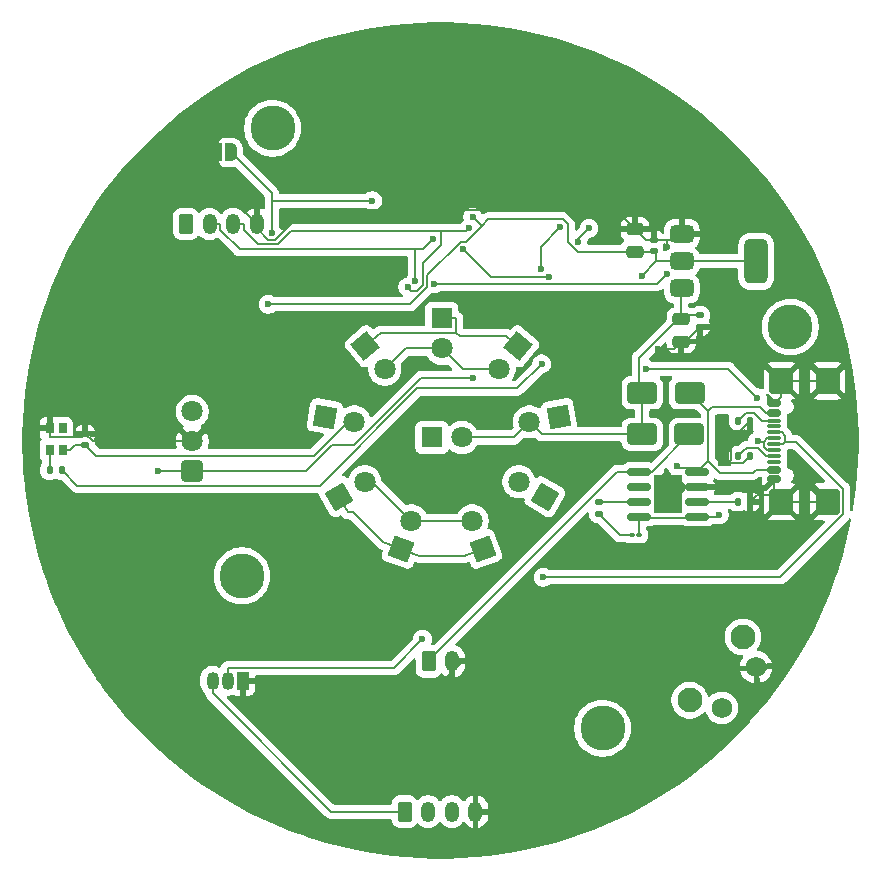
<source format=gbr>
%TF.GenerationSoftware,KiCad,Pcbnew,9.0.2*%
%TF.CreationDate,2025-06-14T23:39:35+05:30*%
%TF.ProjectId,ir hub,69722068-7562-42e6-9b69-6361645f7063,rev?*%
%TF.SameCoordinates,Original*%
%TF.FileFunction,Copper,L1,Top*%
%TF.FilePolarity,Positive*%
%FSLAX46Y46*%
G04 Gerber Fmt 4.6, Leading zero omitted, Abs format (unit mm)*
G04 Created by KiCad (PCBNEW 9.0.2) date 2025-06-14 23:39:35*
%MOMM*%
%LPD*%
G01*
G04 APERTURE LIST*
G04 Aperture macros list*
%AMRoundRect*
0 Rectangle with rounded corners*
0 $1 Rounding radius*
0 $2 $3 $4 $5 $6 $7 $8 $9 X,Y pos of 4 corners*
0 Add a 4 corners polygon primitive as box body*
4,1,4,$2,$3,$4,$5,$6,$7,$8,$9,$2,$3,0*
0 Add four circle primitives for the rounded corners*
1,1,$1+$1,$2,$3*
1,1,$1+$1,$4,$5*
1,1,$1+$1,$6,$7*
1,1,$1+$1,$8,$9*
0 Add four rect primitives between the rounded corners*
20,1,$1+$1,$2,$3,$4,$5,0*
20,1,$1+$1,$4,$5,$6,$7,0*
20,1,$1+$1,$6,$7,$8,$9,0*
20,1,$1+$1,$8,$9,$2,$3,0*%
%AMRotRect*
0 Rectangle, with rotation*
0 The origin of the aperture is its center*
0 $1 length*
0 $2 width*
0 $3 Rotation angle, in degrees counterclockwise*
0 Add horizontal line*
21,1,$1,$2,0,0,$3*%
%AMFreePoly0*
4,1,23,0.500000,-0.750000,0.000000,-0.750000,0.000000,-0.745722,-0.065263,-0.745722,-0.191342,-0.711940,-0.304381,-0.646677,-0.396677,-0.554381,-0.461940,-0.441342,-0.495722,-0.315263,-0.495722,-0.250000,-0.500000,-0.250000,-0.500000,0.250000,-0.495722,0.250000,-0.495722,0.315263,-0.461940,0.441342,-0.396677,0.554381,-0.304381,0.646677,-0.191342,0.711940,-0.065263,0.745722,0.000000,0.745722,
0.000000,0.750000,0.500000,0.750000,0.500000,-0.750000,0.500000,-0.750000,$1*%
%AMFreePoly1*
4,1,23,0.000000,0.745722,0.065263,0.745722,0.191342,0.711940,0.304381,0.646677,0.396677,0.554381,0.461940,0.441342,0.495722,0.315263,0.495722,0.250000,0.500000,0.250000,0.500000,-0.250000,0.495722,-0.250000,0.495722,-0.315263,0.461940,-0.441342,0.396677,-0.554381,0.304381,-0.646677,0.191342,-0.711940,0.065263,-0.745722,0.000000,-0.745722,0.000000,-0.750000,-0.500000,-0.750000,
-0.500000,0.750000,0.000000,0.750000,0.000000,0.745722,0.000000,0.745722,$1*%
G04 Aperture macros list end*
%TA.AperFunction,ComponentPad*%
%ADD10RotRect,1.800000X1.800000X70.000000*%
%TD*%
%TA.AperFunction,ComponentPad*%
%ADD11C,1.800000*%
%TD*%
%TA.AperFunction,ComponentPad*%
%ADD12RotRect,1.800000X1.800000X150.000000*%
%TD*%
%TA.AperFunction,ComponentPad*%
%ADD13R,1.800000X1.800000*%
%TD*%
%TA.AperFunction,ComponentPad*%
%ADD14RoundRect,0.250000X-0.350000X-0.625000X0.350000X-0.625000X0.350000X0.625000X-0.350000X0.625000X0*%
%TD*%
%TA.AperFunction,ComponentPad*%
%ADD15O,1.200000X1.750000*%
%TD*%
%TA.AperFunction,ComponentPad*%
%ADD16C,3.800000*%
%TD*%
%TA.AperFunction,SMDPad,CuDef*%
%ADD17RoundRect,0.135000X0.185000X-0.135000X0.185000X0.135000X-0.185000X0.135000X-0.185000X-0.135000X0*%
%TD*%
%TA.AperFunction,ComponentPad*%
%ADD18RotRect,1.800000X1.800000X30.000000*%
%TD*%
%TA.AperFunction,ComponentPad*%
%ADD19RotRect,1.800000X1.800000X110.000000*%
%TD*%
%TA.AperFunction,SMDPad,CuDef*%
%ADD20RoundRect,0.140000X0.170000X-0.140000X0.170000X0.140000X-0.170000X0.140000X-0.170000X-0.140000X0*%
%TD*%
%TA.AperFunction,SMDPad,CuDef*%
%ADD21RoundRect,0.135000X-0.135000X-0.185000X0.135000X-0.185000X0.135000X0.185000X-0.135000X0.185000X0*%
%TD*%
%TA.AperFunction,SMDPad,CuDef*%
%ADD22RoundRect,0.140000X-0.170000X0.140000X-0.170000X-0.140000X0.170000X-0.140000X0.170000X0.140000X0*%
%TD*%
%TA.AperFunction,SMDPad,CuDef*%
%ADD23RoundRect,0.250000X0.475000X-0.250000X0.475000X0.250000X-0.475000X0.250000X-0.475000X-0.250000X0*%
%TD*%
%TA.AperFunction,ComponentPad*%
%ADD24RotRect,1.800000X1.800000X230.000000*%
%TD*%
%TA.AperFunction,SMDPad,CuDef*%
%ADD25RoundRect,0.135000X0.135000X0.185000X-0.135000X0.185000X-0.135000X-0.185000X0.135000X-0.185000X0*%
%TD*%
%TA.AperFunction,ComponentPad*%
%ADD26RotRect,1.800000X1.800000X310.000000*%
%TD*%
%TA.AperFunction,SMDPad,CuDef*%
%ADD27RoundRect,0.250000X-0.475000X0.250000X-0.475000X-0.250000X0.475000X-0.250000X0.475000X0.250000X0*%
%TD*%
%TA.AperFunction,ComponentPad*%
%ADD28C,2.100000*%
%TD*%
%TA.AperFunction,ComponentPad*%
%ADD29C,1.750000*%
%TD*%
%TA.AperFunction,ComponentPad*%
%ADD30RoundRect,0.250200X0.649800X-0.649800X0.649800X0.649800X-0.649800X0.649800X-0.649800X-0.649800X0*%
%TD*%
%TA.AperFunction,SMDPad,CuDef*%
%ADD31RoundRect,0.150000X0.425000X-0.150000X0.425000X0.150000X-0.425000X0.150000X-0.425000X-0.150000X0*%
%TD*%
%TA.AperFunction,SMDPad,CuDef*%
%ADD32RoundRect,0.075000X0.500000X-0.075000X0.500000X0.075000X-0.500000X0.075000X-0.500000X-0.075000X0*%
%TD*%
%TA.AperFunction,SMDPad,CuDef*%
%ADD33RoundRect,0.250000X0.750000X-0.840000X0.750000X0.840000X-0.750000X0.840000X-0.750000X-0.840000X0*%
%TD*%
%TA.AperFunction,SMDPad,CuDef*%
%ADD34RoundRect,0.100000X-0.130000X-0.100000X0.130000X-0.100000X0.130000X0.100000X-0.130000X0.100000X0*%
%TD*%
%TA.AperFunction,SMDPad,CuDef*%
%ADD35RoundRect,0.250000X-1.000000X-0.650000X1.000000X-0.650000X1.000000X0.650000X-1.000000X0.650000X0*%
%TD*%
%TA.AperFunction,SMDPad,CuDef*%
%ADD36R,0.700000X0.900000*%
%TD*%
%TA.AperFunction,SMDPad,CuDef*%
%ADD37RoundRect,0.150000X0.825000X0.150000X-0.825000X0.150000X-0.825000X-0.150000X0.825000X-0.150000X0*%
%TD*%
%TA.AperFunction,HeatsinkPad*%
%ADD38C,0.500000*%
%TD*%
%TA.AperFunction,HeatsinkPad*%
%ADD39R,2.410000X3.300000*%
%TD*%
%TA.AperFunction,ComponentPad*%
%ADD40RotRect,1.800000X1.800000X190.000000*%
%TD*%
%TA.AperFunction,SMDPad,CuDef*%
%ADD41RoundRect,0.375000X-0.625000X-0.375000X0.625000X-0.375000X0.625000X0.375000X-0.625000X0.375000X0*%
%TD*%
%TA.AperFunction,SMDPad,CuDef*%
%ADD42RoundRect,0.500000X-0.500000X-1.400000X0.500000X-1.400000X0.500000X1.400000X-0.500000X1.400000X0*%
%TD*%
%TA.AperFunction,ComponentPad*%
%ADD43RotRect,1.800000X1.800000X350.000000*%
%TD*%
%TA.AperFunction,SMDPad,CuDef*%
%ADD44FreePoly0,180.000000*%
%TD*%
%TA.AperFunction,SMDPad,CuDef*%
%ADD45FreePoly1,180.000000*%
%TD*%
%TA.AperFunction,ComponentPad*%
%ADD46R,1.050000X1.500000*%
%TD*%
%TA.AperFunction,ComponentPad*%
%ADD47O,1.050000X1.500000*%
%TD*%
%TA.AperFunction,HeatsinkPad*%
%ADD48C,0.600000*%
%TD*%
%TA.AperFunction,ViaPad*%
%ADD49C,0.600000*%
%TD*%
%TA.AperFunction,Conductor*%
%ADD50C,0.200000*%
%TD*%
G04 APERTURE END LIST*
D10*
%TO.P,D10,1,K*%
%TO.N,Net-(D10-K)*%
X150594500Y-94038800D03*
D11*
%TO.P,D10,2,A*%
%TO.N,VCC*%
X151463231Y-91651981D03*
%TD*%
D12*
%TO.P,D12,1,K*%
%TO.N,Net-(D10-K)*%
X162754600Y-89612900D03*
D11*
%TO.P,D12,2,A*%
%TO.N,VCC*%
X160554895Y-88342900D03*
%TD*%
D13*
%TO.P,D14,1,K*%
%TO.N,Net-(D10-K)*%
X153199600Y-84596000D03*
D11*
%TO.P,D14,2,A*%
%TO.N,VCC*%
X155739600Y-84596000D03*
%TD*%
D14*
%TO.P,J2,1,Pin_1*%
%TO.N,+3.3V*%
X150879900Y-116271700D03*
D15*
%TO.P,J2,2,Pin_2*%
%TO.N,/IO18_SCL*%
X152879900Y-116271700D03*
%TO.P,J2,3,Pin_3*%
%TO.N,/IO17_SDA*%
X154879900Y-116271700D03*
%TO.P,J2,4,Pin_4*%
%TO.N,GND*%
X156879900Y-116271700D03*
%TD*%
D16*
%TO.P,,1*%
%TO.N,N/C*%
X183550650Y-75236419D03*
%TD*%
D17*
%TO.P,R4,1*%
%TO.N,Net-(D1-K)*%
X167319600Y-91059200D03*
%TO.P,R4,2*%
%TO.N,Net-(U3-~{CHRG})*%
X167319600Y-90039200D03*
%TD*%
D18*
%TO.P,D9,1,K*%
%TO.N,Net-(D10-K)*%
X145319800Y-89612900D03*
D11*
%TO.P,D9,2,A*%
%TO.N,VCC*%
X147519505Y-88342900D03*
%TD*%
D19*
%TO.P,D11,1,K*%
%TO.N,Net-(D10-K)*%
X157480000Y-94038800D03*
D11*
%TO.P,D11,2,A*%
%TO.N,VCC*%
X156611269Y-91651981D03*
%TD*%
D20*
%TO.P,C5,1*%
%TO.N,VCC*%
X123843300Y-85236400D03*
%TO.P,C5,2*%
%TO.N,GND*%
X123843300Y-84276400D03*
%TD*%
D21*
%TO.P,R2,1*%
%TO.N,Net-(J1-CC1)*%
X179110900Y-86151400D03*
%TO.P,R2,2*%
%TO.N,GND*%
X180130900Y-86151400D03*
%TD*%
D22*
%TO.P,C3,1*%
%TO.N,VCC*%
X175925300Y-74243200D03*
%TO.P,C3,2*%
%TO.N,GND*%
X175925300Y-75203200D03*
%TD*%
D16*
%TO.P,,1*%
%TO.N,N/C*%
X139700000Y-58420000D03*
%TD*%
D23*
%TO.P,C4,1*%
%TO.N,+3.3V*%
X170385100Y-68857100D03*
%TO.P,C4,2*%
%TO.N,GND*%
X170385100Y-66957100D03*
%TD*%
D16*
%TO.P,,1*%
%TO.N,N/C*%
X137101413Y-96302615D03*
%TD*%
D21*
%TO.P,R3,1*%
%TO.N,Net-(J1-CC2)*%
X179127700Y-83160500D03*
%TO.P,R3,2*%
%TO.N,GND*%
X180147700Y-83160500D03*
%TD*%
D24*
%TO.P,D5,1,K*%
%TO.N,Net-(D10-K)*%
X160507500Y-76868900D03*
D11*
%TO.P,D5,2,A*%
%TO.N,VCC*%
X158874819Y-78814653D03*
%TD*%
D13*
%TO.P,D6,1,K*%
%TO.N,Net-(D10-K)*%
X154037200Y-74513900D03*
D11*
%TO.P,D6,2,A*%
%TO.N,VCC*%
X154037200Y-77053900D03*
%TD*%
D25*
%TO.P,R6,1*%
%TO.N,GND*%
X180127100Y-90034500D03*
%TO.P,R6,2*%
%TO.N,Net-(U3-PROG)*%
X179107100Y-90034500D03*
%TD*%
D26*
%TO.P,D7,1,K*%
%TO.N,Net-(D10-K)*%
X147566900Y-76868900D03*
D11*
%TO.P,D7,2,A*%
%TO.N,VCC*%
X149199581Y-78814653D03*
%TD*%
D27*
%TO.P,C2,1*%
%TO.N,VCC*%
X174293400Y-74568400D03*
%TO.P,C2,2*%
%TO.N,GND*%
X174293400Y-76468400D03*
%TD*%
D28*
%TO.P,SW1,*%
%TO.N,*%
X179530034Y-101476503D03*
X175024092Y-106846476D03*
D29*
%TO.P,SW1,1,1*%
%TO.N,GND*%
X180634000Y-104034600D03*
%TO.P,SW1,2,2*%
%TO.N,/IO2*%
X177741456Y-107481800D03*
%TD*%
D16*
%TO.P,REF\u002A\u002A,1*%
%TO.N,N/C*%
X167640000Y-109220000D03*
%TD*%
D30*
%TO.P,U1,1,OUT*%
%TO.N,/IO3*%
X132904800Y-87471400D03*
D11*
%TO.P,U1,2,GND*%
%TO.N,GND*%
X132904800Y-84931400D03*
%TO.P,U1,3,Vs*%
%TO.N,+3.3V*%
X132904800Y-82391400D03*
%TD*%
D31*
%TO.P,J1,A1,GND*%
%TO.N,GND*%
X182191300Y-88108400D03*
%TO.P,J1,A4,VBUS*%
%TO.N,Net-(D1-A)*%
X182191300Y-87308400D03*
D32*
%TO.P,J1,A5,CC1*%
%TO.N,Net-(J1-CC1)*%
X182191301Y-86158400D03*
%TO.P,J1,A6,D+*%
%TO.N,/DP*%
X182191299Y-85158401D03*
%TO.P,J1,A7,D-*%
%TO.N,/DN*%
X182191299Y-84658399D03*
%TO.P,J1,A8,SBU1*%
%TO.N,unconnected-(J1-SBU1-PadA8)*%
X182191300Y-83658399D03*
D31*
%TO.P,J1,A9,VBUS*%
%TO.N,Net-(D1-A)*%
X182191299Y-82508399D03*
%TO.P,J1,A12,GND*%
%TO.N,GND*%
X182191299Y-81708400D03*
%TO.P,J1,B1,GND*%
X182191299Y-81708400D03*
%TO.P,J1,B4,VBUS*%
%TO.N,Net-(D1-A)*%
X182191299Y-82508399D03*
D32*
%TO.P,J1,B5,CC2*%
%TO.N,Net-(J1-CC2)*%
X182191300Y-83158400D03*
%TO.P,J1,B6,D+*%
%TO.N,/DP*%
X182191301Y-84158400D03*
%TO.P,J1,B7,D-*%
%TO.N,/DN*%
X182191300Y-85658400D03*
%TO.P,J1,B8,SBU2*%
%TO.N,unconnected-(J1-SBU2-PadB8)*%
X182191301Y-86658400D03*
D31*
%TO.P,J1,B9,VBUS*%
%TO.N,Net-(D1-A)*%
X182191300Y-87308400D03*
%TO.P,J1,B12,GND*%
%TO.N,GND*%
X182191300Y-88108400D03*
D33*
%TO.P,J1,S1,SHIELD*%
X186696299Y-90018401D03*
X182766300Y-90018399D03*
X182766300Y-79798400D03*
X186696300Y-79798400D03*
%TD*%
D34*
%TO.P,D1,1,K*%
%TO.N,Net-(D1-K)*%
X170091800Y-92866100D03*
%TO.P,D1,2,A*%
%TO.N,Net-(D1-A)*%
X170731800Y-92866100D03*
%TD*%
D35*
%TO.P,D3,1,K*%
%TO.N,VCC*%
X170999100Y-84328500D03*
%TO.P,D3,2,A*%
%TO.N,+BATT*%
X174999100Y-84328500D03*
%TD*%
D36*
%TO.P,D4,1,DOUT*%
%TO.N,unconnected-(D4-DOUT-Pad1)*%
X121920000Y-83820000D03*
%TO.P,D4,2,VSS*%
%TO.N,GND*%
X120820000Y-83820000D03*
%TO.P,D4,3,DIN*%
%TO.N,Net-(D4-DIN)*%
X120820000Y-85650000D03*
%TO.P,D4,4,VDD*%
%TO.N,VCC*%
X121920000Y-85650000D03*
%TD*%
D37*
%TO.P,U3,1,TEMP*%
%TO.N,Net-(D1-A)*%
X175677700Y-91312800D03*
%TO.P,U3,2,PROG*%
%TO.N,Net-(U3-PROG)*%
X175677700Y-90042800D03*
%TO.P,U3,3,GND*%
%TO.N,GND*%
X175677700Y-88772800D03*
%TO.P,U3,4,V_{CC}*%
%TO.N,Net-(D1-A)*%
X175677700Y-87502800D03*
%TO.P,U3,5,BAT*%
%TO.N,+BATT*%
X170727700Y-87502800D03*
%TO.P,U3,6,~{STDBY}*%
%TO.N,unconnected-(U3-~{STDBY}-Pad6)*%
X170727700Y-88772800D03*
%TO.P,U3,7,~{CHRG}*%
%TO.N,Net-(U3-~{CHRG})*%
X170727700Y-90042800D03*
%TO.P,U3,8,CE*%
%TO.N,Net-(D1-A)*%
X170727700Y-91312800D03*
D38*
%TO.P,U3,9,EPAD*%
%TO.N,GND*%
X173902700Y-90607800D03*
X173902700Y-89407800D03*
X173902700Y-88207800D03*
D39*
X173202700Y-89407800D03*
D38*
X172502700Y-90607800D03*
X172502700Y-89407800D03*
X172502700Y-88207800D03*
%TD*%
D40*
%TO.P,D13,1,K*%
%TO.N,Net-(D10-K)*%
X163950300Y-82831900D03*
D11*
%TO.P,D13,2,A*%
%TO.N,VCC*%
X161448888Y-83272966D03*
%TD*%
D41*
%TO.P,U4,1,GND*%
%TO.N,GND*%
X174349000Y-67378600D03*
%TO.P,U4,2,VO*%
%TO.N,+3.3V*%
X174349000Y-69678600D03*
D42*
X180649000Y-69678600D03*
D41*
%TO.P,U4,3,VI*%
%TO.N,VCC*%
X174349000Y-71978600D03*
%TD*%
D43*
%TO.P,D8,1,K*%
%TO.N,Net-(D10-K)*%
X144124200Y-82831900D03*
D11*
%TO.P,D8,2,A*%
%TO.N,VCC*%
X146625612Y-83272966D03*
%TD*%
D44*
%TO.P,En_Boot,1,A*%
%TO.N,Net-(En_Boot1-A)*%
X136178300Y-60457500D03*
D45*
%TO.P,En_Boot,2,B*%
%TO.N,GND*%
X134878300Y-60457500D03*
%TD*%
D21*
%TO.P,R7,1*%
%TO.N,Net-(D4-DIN)*%
X120819900Y-87361700D03*
%TO.P,R7,2*%
%TO.N,/IO16*%
X121839900Y-87361700D03*
%TD*%
D46*
%TO.P,U2,1,GND*%
%TO.N,GND*%
X137160000Y-105193300D03*
D47*
%TO.P,U2,2,DQ*%
%TO.N,/IO10*%
X135890000Y-105193300D03*
%TO.P,U2,3,V_{DD}*%
%TO.N,+3.3V*%
X134620000Y-105193300D03*
%TD*%
D20*
%TO.P,C6,1*%
%TO.N,+3.3V*%
X171982800Y-68844800D03*
%TO.P,C6,2*%
%TO.N,GND*%
X171982800Y-67884800D03*
%TD*%
D14*
%TO.P,J3,1,Pin_1*%
%TO.N,+3.3V*%
X132361300Y-66520500D03*
D15*
%TO.P,J3,2,Pin_2*%
%TO.N,/IO18_SCL*%
X134361301Y-66520499D03*
%TO.P,J3,3,Pin_3*%
%TO.N,/IO17_SDA*%
X136361299Y-66520501D03*
%TO.P,J3,4,Pin_4*%
%TO.N,GND*%
X138361300Y-66520500D03*
%TD*%
D35*
%TO.P,D2,1,K*%
%TO.N,VCC*%
X171004100Y-80810700D03*
%TO.P,D2,2,A*%
%TO.N,Net-(D1-A)*%
X175004100Y-80810700D03*
%TD*%
D48*
%TO.P,U5,41,GND*%
%TO.N,GND*%
X156745100Y-60695400D03*
X156745100Y-59295400D03*
X156045100Y-61395400D03*
X156045100Y-59995400D03*
X156045100Y-58595400D03*
X155345100Y-60695400D03*
X155345100Y-59295400D03*
X154645100Y-61395400D03*
X154645100Y-59995400D03*
X154645100Y-58595400D03*
X153945100Y-60695400D03*
X153945100Y-59295400D03*
%TD*%
D14*
%TO.P,J4,1,Pin_1*%
%TO.N,+BATT*%
X152912000Y-103552300D03*
D15*
%TO.P,J4,2,Pin_2*%
%TO.N,GND*%
X154912000Y-103552300D03*
%TD*%
D49*
%TO.N,+3.3V*%
X156652600Y-65941300D03*
X170937500Y-70891400D03*
X139347800Y-73327200D03*
%TO.N,GND*%
X172317500Y-77112600D03*
X177656900Y-86771400D03*
X173118200Y-68443200D03*
%TO.N,Net-(En_Boot1-A)*%
X148153800Y-64556600D03*
X139620000Y-67247100D03*
%TO.N,Net-(D1-A)*%
X177532000Y-91156100D03*
X173938600Y-87025900D03*
%TO.N,/DN*%
X171335900Y-78792400D03*
X180740700Y-81234900D03*
X180761600Y-84893600D03*
%TO.N,/DP*%
X162619000Y-96436400D03*
%TO.N,/IO17_SDA*%
X156328100Y-66878200D03*
X151151600Y-71852900D03*
%TO.N,/IO18_SCL*%
X153310900Y-67771900D03*
X151796600Y-71335900D03*
%TO.N,/IO3*%
X156690700Y-79557200D03*
X129990700Y-87444200D03*
%TO.N,/IO10*%
X152393600Y-101688900D03*
%TO.N,/IO16*%
X164076000Y-66769400D03*
X162413500Y-70349700D03*
X162483800Y-78366300D03*
%TO.N,/IO2*%
X155865000Y-68641600D03*
X163081500Y-70985200D03*
%TO.N,/IO13*%
X173082900Y-70743200D03*
X153401900Y-71564000D03*
%TO.N,/IO5*%
X165564000Y-68031000D03*
X166492600Y-66885000D03*
%TD*%
D50*
%TO.N,+3.3V*%
X151305200Y-73327200D02*
X139347800Y-73327200D01*
X165519200Y-68857100D02*
X164677700Y-68015600D01*
X170385100Y-68857100D02*
X165519200Y-68857100D01*
X172150300Y-69012300D02*
X171982800Y-68844800D01*
X171970500Y-68857100D02*
X171982800Y-68844800D01*
X174349000Y-69678600D02*
X172150300Y-69678600D01*
X172150300Y-69678600D02*
X170937500Y-70891400D01*
X180649000Y-69678600D02*
X174349000Y-69678600D01*
X144646700Y-116271700D02*
X134620000Y-106245000D01*
X164677700Y-66520200D02*
X164291200Y-66133700D01*
X157407300Y-66695900D02*
X156652600Y-65941300D01*
X156063300Y-68039900D02*
X155615900Y-68039900D01*
X157407300Y-66695900D02*
X156063300Y-68039900D01*
X134620000Y-105193300D02*
X134620000Y-106245000D01*
X152800100Y-70855700D02*
X152800100Y-71832300D01*
X164291200Y-66133700D02*
X157969500Y-66133700D01*
X150879900Y-116271700D02*
X144646700Y-116271700D01*
X155615900Y-68039900D02*
X152800100Y-70855700D01*
X164677700Y-68015600D02*
X164677700Y-66520200D01*
X152800100Y-71832300D02*
X151305200Y-73327200D01*
X170385100Y-68857100D02*
X171970500Y-68857100D01*
X157969500Y-66133700D02*
X157407300Y-66695900D01*
X172150300Y-69678600D02*
X172150300Y-69012300D01*
%TO.N,GND*%
X124498300Y-84931400D02*
X123843300Y-84276400D01*
X134878300Y-63037500D02*
X138361300Y-66520500D01*
X173649200Y-77112600D02*
X174293400Y-76468400D01*
X180130900Y-86321700D02*
X180130900Y-86151400D01*
X173902700Y-89407800D02*
X173202700Y-89407800D01*
X174467700Y-88772800D02*
X175677700Y-88772800D01*
X180718200Y-89443400D02*
X180127100Y-90034500D01*
X182191300Y-89443400D02*
X180718200Y-89443400D01*
X180147700Y-83160500D02*
X178538700Y-84769500D01*
X173118200Y-68443200D02*
X173118200Y-67884800D01*
X173118200Y-67884800D02*
X173842800Y-67884800D01*
X142438500Y-65330300D02*
X139920000Y-67848800D01*
X153945100Y-59295400D02*
X155345100Y-59295400D01*
X178538700Y-86517500D02*
X178539900Y-86516300D01*
X179436300Y-76468400D02*
X182766300Y-79798400D01*
X132904800Y-84931400D02*
X124498300Y-84931400D01*
X171982800Y-67884800D02*
X173118200Y-67884800D01*
X174660100Y-76468400D02*
X175925300Y-75203200D01*
X182191300Y-81708400D02*
X182191299Y-81708400D01*
X156045100Y-65330300D02*
X156045100Y-61395400D01*
X182766300Y-79798400D02*
X182766300Y-81133400D01*
X181526900Y-88772800D02*
X182191300Y-88108400D01*
X177656900Y-86771400D02*
X179510900Y-86771400D01*
X138361300Y-66884500D02*
X138361300Y-66520500D01*
X186696300Y-79798400D02*
X182766300Y-79798400D01*
X123548000Y-84571700D02*
X123843300Y-84276400D01*
X173842800Y-67884800D02*
X174349000Y-67378600D01*
X172317500Y-77112600D02*
X173649200Y-77112600D01*
X156296000Y-104034600D02*
X155813700Y-103552300D01*
X154645100Y-59995400D02*
X156045100Y-59995400D01*
X139325600Y-67848800D02*
X138361300Y-66884500D01*
X171312800Y-67884800D02*
X171982800Y-67884800D01*
X182766300Y-81133400D02*
X182191300Y-81708400D01*
X172502700Y-89407800D02*
X173202700Y-89407800D01*
X178289240Y-86771400D02*
X177656900Y-86771400D01*
X173902700Y-88207800D02*
X174467700Y-88772800D01*
X175677700Y-88772800D02*
X181526900Y-88772800D01*
X179510900Y-86771400D02*
X180130900Y-86151400D01*
X156045100Y-65330300D02*
X142438500Y-65330300D01*
X170385100Y-66957100D02*
X168758300Y-65330300D01*
X120820000Y-83820000D02*
X120820000Y-84571700D01*
X170385100Y-66957100D02*
X171312800Y-67884800D01*
X137160000Y-105193300D02*
X154172700Y-105193300D01*
X174505200Y-76468400D02*
X179436300Y-76468400D01*
X174505200Y-76468400D02*
X174660100Y-76468400D01*
X186696300Y-90018400D02*
X182766300Y-90018400D01*
X156745100Y-60695400D02*
X155345100Y-60695400D01*
X154645100Y-61395400D02*
X156045100Y-61395400D01*
X134878300Y-60457500D02*
X134878300Y-63037500D01*
X154912000Y-103552300D02*
X155813700Y-103552300D01*
X174293400Y-76468400D02*
X174505200Y-76468400D01*
X182191300Y-89443400D02*
X182766300Y-90018400D01*
X177656900Y-86771400D02*
X178284800Y-86771400D01*
X178284800Y-86771400D02*
X178538700Y-86517500D01*
X178538700Y-84769500D02*
X178538700Y-86517500D01*
X180634000Y-104034600D02*
X156296000Y-104034600D01*
X139920000Y-67848800D02*
X139325600Y-67848800D01*
X168758300Y-65330300D02*
X156045100Y-65330300D01*
X120820000Y-84571700D02*
X123548000Y-84571700D01*
X178539900Y-86520740D02*
X178289240Y-86771400D01*
X154172700Y-105193300D02*
X155813700Y-103552300D01*
X178539900Y-86516300D02*
X178539900Y-86520740D01*
X182191300Y-88108400D02*
X182191300Y-89443400D01*
%TO.N,VCC*%
X174293400Y-74568400D02*
X174010900Y-74568400D01*
X148154100Y-88342900D02*
X151463200Y-91652000D01*
X146057600Y-83273000D02*
X143181300Y-86149300D01*
X170734200Y-80540800D02*
X171004100Y-80810700D01*
X170999100Y-84328500D02*
X162504400Y-84328500D01*
X123843300Y-85236400D02*
X122985300Y-85236400D01*
X155798000Y-78814700D02*
X154037200Y-77053900D01*
X174349000Y-71978600D02*
X174293400Y-72034200D01*
X161448900Y-83273000D02*
X160125900Y-84596000D01*
X174010900Y-74568400D02*
X170734200Y-77845100D01*
X170734200Y-77845100D02*
X170734200Y-80540800D01*
X158874800Y-78814700D02*
X155798000Y-78814700D01*
X160125900Y-84596000D02*
X155739600Y-84596000D01*
X121920000Y-85650000D02*
X122571700Y-85650000D01*
X147519500Y-88342900D02*
X148154100Y-88342900D01*
X146625600Y-83273000D02*
X146057600Y-83273000D01*
X143181300Y-86149300D02*
X124756200Y-86149300D01*
X174293400Y-72034200D02*
X174293400Y-74568400D01*
X151463200Y-91652000D02*
X156611300Y-91652000D01*
X122985300Y-85236400D02*
X122571700Y-85650000D01*
X149199600Y-78814700D02*
X150960400Y-77053900D01*
X162504400Y-84328500D02*
X161448900Y-83273000D01*
X175925300Y-74243200D02*
X174618600Y-74243200D01*
X174618600Y-74243200D02*
X174293400Y-74568400D01*
X124756200Y-86149300D02*
X123843300Y-85236400D01*
X150960400Y-77053900D02*
X154037200Y-77053900D01*
X170999100Y-84328500D02*
X171004100Y-84323500D01*
X171004100Y-84323500D02*
X171004100Y-80810700D01*
%TO.N,Net-(En_Boot1-A)*%
X139620000Y-64556600D02*
X139620000Y-67247100D01*
X136178300Y-60457500D02*
X139620000Y-63899200D01*
X148153800Y-64556600D02*
X139620000Y-64556600D01*
X139620000Y-63899200D02*
X139620000Y-64556600D01*
%TO.N,Net-(D1-A)*%
X177546500Y-87577000D02*
X180347400Y-87577000D01*
X170731800Y-91413700D02*
X175576800Y-91413700D01*
X170731800Y-91316900D02*
X170727700Y-91312800D01*
X181473400Y-82508400D02*
X181003900Y-82038900D01*
X180347400Y-87577000D02*
X180616000Y-87308400D01*
X175974800Y-87205700D02*
X175677700Y-87205700D01*
X181003900Y-82038900D02*
X176917700Y-82038900D01*
X177375300Y-91312800D02*
X177532000Y-91156100D01*
X174118400Y-87205700D02*
X173938600Y-87025900D01*
X180616000Y-87308400D02*
X182191300Y-87308400D01*
X170731800Y-91413700D02*
X170731800Y-91316900D01*
X176575000Y-86605500D02*
X177546500Y-87577000D01*
X175677700Y-87205700D02*
X174118400Y-87205700D01*
X175576800Y-91413700D02*
X175677700Y-91312800D01*
X176575000Y-82381600D02*
X176575000Y-86605500D01*
X176575000Y-86605500D02*
X175974800Y-87205700D01*
X175677700Y-91312800D02*
X177375300Y-91312800D01*
X182191300Y-82508400D02*
X181473400Y-82508400D01*
X170731800Y-92866100D02*
X170731800Y-91413700D01*
X175677700Y-87205700D02*
X175677700Y-87502800D01*
X176917700Y-82038900D02*
X176575000Y-82381600D01*
X175004100Y-80810700D02*
X176575000Y-82381600D01*
%TO.N,Net-(D1-K)*%
X169126500Y-92866100D02*
X170091800Y-92866100D01*
X167319600Y-91059200D02*
X169126500Y-92866100D01*
%TO.N,+BATT*%
X168872900Y-87502800D02*
X152912000Y-103463700D01*
X171824800Y-87502800D02*
X170727700Y-87502800D01*
X174999100Y-84328500D02*
X171824800Y-87502800D01*
X152912000Y-103463700D02*
X152912000Y-103552300D01*
X170727700Y-87502800D02*
X168872900Y-87502800D01*
%TO.N,Net-(D4-DIN)*%
X120820000Y-87361600D02*
X120820000Y-85650000D01*
X120819900Y-87361700D02*
X120820000Y-87361600D01*
%TO.N,Net-(D10-K)*%
X155939700Y-94599300D02*
X152134800Y-94599300D01*
X147566900Y-76868900D02*
X148567900Y-76028900D01*
X150594500Y-94038800D02*
X152134800Y-94599400D01*
X157480000Y-94038800D02*
X155939700Y-94599400D01*
X155238900Y-75715600D02*
X155238900Y-74513900D01*
X146508400Y-90932400D02*
X149054200Y-93478200D01*
X146081700Y-90932400D02*
X146508400Y-90932400D01*
X145319800Y-89612900D02*
X146081700Y-90932400D01*
X148881200Y-75715600D02*
X155238900Y-75715600D01*
X148567900Y-76028900D02*
X148881200Y-75715600D01*
X160507500Y-76868900D02*
X159506500Y-76028900D01*
X159506500Y-76028900D02*
X155552200Y-76028900D01*
X155552200Y-76028900D02*
X155238900Y-75715600D01*
X154037200Y-74513900D02*
X155238900Y-74513900D01*
X150594500Y-94038800D02*
X149054200Y-93478200D01*
X152134800Y-94599300D02*
X152134800Y-94599400D01*
X155939700Y-94599400D02*
X155939700Y-94599300D01*
%TO.N,Net-(J1-CC1)*%
X179733100Y-85529200D02*
X179110900Y-86151400D01*
X180886500Y-85585600D02*
X180886500Y-85575900D01*
X179774068Y-85529200D02*
X179733100Y-85529200D01*
X181360300Y-86059400D02*
X180886500Y-85585600D01*
X179776651Y-85526617D02*
X179774068Y-85529200D01*
X180837217Y-85526617D02*
X179776651Y-85526617D01*
X181370000Y-86059400D02*
X181360300Y-86059400D01*
X181469000Y-86158400D02*
X181370000Y-86059400D01*
X180886500Y-85575900D02*
X180837217Y-85526617D01*
X182191300Y-86158400D02*
X181469000Y-86158400D01*
%TO.N,Net-(J1-CC2)*%
X179127700Y-83160500D02*
X179796900Y-82491300D01*
X179796900Y-82491300D02*
X180430200Y-82491300D01*
X181097300Y-83158400D02*
X182191300Y-83158400D01*
X180430200Y-82491300D02*
X181097300Y-83158400D01*
%TO.N,/DN*%
X181526400Y-85658400D02*
X181287500Y-85419500D01*
X181287500Y-85419500D02*
X181287500Y-84942100D01*
X181571200Y-84658400D02*
X182191300Y-84658400D01*
X181287500Y-84942100D02*
X180810100Y-84942100D01*
X180810100Y-84942100D02*
X180761600Y-84893600D01*
X171335900Y-78792400D02*
X178298200Y-78792400D01*
X182191300Y-85658400D02*
X181526400Y-85658400D01*
X181287500Y-84942100D02*
X181571200Y-84658400D01*
X178298200Y-78792400D02*
X180740700Y-81234900D01*
%TO.N,/DP*%
X188001500Y-88936800D02*
X188001500Y-91087300D01*
X188001500Y-91087300D02*
X182652400Y-96436400D01*
X182923400Y-85158400D02*
X182191300Y-85158400D01*
X182191300Y-84158400D02*
X182817300Y-84158400D01*
X182817300Y-84158400D02*
X183087000Y-84428100D01*
X183087000Y-84994800D02*
X184059500Y-84994800D01*
X182652400Y-96436400D02*
X162619000Y-96436400D01*
X183087000Y-84428100D02*
X183087000Y-84994800D01*
X183087000Y-84994800D02*
X182923400Y-85158400D01*
X184059500Y-84994800D02*
X188001500Y-88936800D01*
%TO.N,/IO17_SDA*%
X136361300Y-66520500D02*
X137263000Y-66520500D01*
X140186500Y-68250500D02*
X141300000Y-67137000D01*
X137263000Y-66520500D02*
X137263000Y-67007000D01*
X153937400Y-68286900D02*
X152398400Y-69825900D01*
X141300000Y-67137000D02*
X153937400Y-67137000D01*
X153937400Y-67137000D02*
X153937400Y-68286900D01*
X151462800Y-72164100D02*
X151151600Y-71852900D01*
X152398400Y-69825900D02*
X152398400Y-71666000D01*
X151900300Y-72164100D02*
X151462800Y-72164100D01*
X153937400Y-67137000D02*
X156069300Y-67137000D01*
X137263000Y-67007000D02*
X138506500Y-68250500D01*
X138506500Y-68250500D02*
X140186500Y-68250500D01*
X156069300Y-67137000D02*
X156328100Y-66878200D01*
X152398400Y-71666000D02*
X151900300Y-72164100D01*
%TO.N,/IO18_SCL*%
X134361300Y-66520500D02*
X135263000Y-66520500D01*
X151796600Y-71335900D02*
X151796600Y-68652200D01*
X135263000Y-66520500D02*
X135263000Y-67007000D01*
X152430600Y-68652200D02*
X153310900Y-67771900D01*
X135263000Y-67007000D02*
X136908200Y-68652200D01*
X136908200Y-68652200D02*
X151796600Y-68652200D01*
X151796600Y-68652200D02*
X152430600Y-68652200D01*
%TO.N,/IO3*%
X132877600Y-87444200D02*
X132904800Y-87471400D01*
X146575800Y-85265700D02*
X144715600Y-85265700D01*
X142509900Y-87471400D02*
X132904800Y-87471400D01*
X144715600Y-85265700D02*
X142509900Y-87471400D01*
X156690700Y-79557200D02*
X152284300Y-79557200D01*
X152284300Y-79557200D02*
X146575800Y-85265700D01*
X129990700Y-87444200D02*
X132877600Y-87444200D01*
%TO.N,Net-(U3-~{CHRG})*%
X167323200Y-90042800D02*
X167319600Y-90039200D01*
X170727700Y-90042800D02*
X167323200Y-90042800D01*
%TO.N,/IO10*%
X135890000Y-104141600D02*
X149940900Y-104141600D01*
X149940900Y-104141600D02*
X152393600Y-101688900D01*
X135890000Y-105193300D02*
X135890000Y-104141600D01*
%TO.N,Net-(U3-PROG)*%
X175677700Y-90042800D02*
X179098800Y-90042800D01*
X179098800Y-90042800D02*
X179107100Y-90034500D01*
%TO.N,/IO16*%
X151965100Y-80444400D02*
X160405700Y-80444400D01*
X160405700Y-80444400D02*
X162483800Y-78366300D01*
X162413500Y-70349700D02*
X162413500Y-68431900D01*
X123160500Y-88682300D02*
X143727200Y-88682300D01*
X143727200Y-88682300D02*
X151965100Y-80444400D01*
X121839900Y-87361700D02*
X123160500Y-88682300D01*
X162413500Y-68431900D02*
X164076000Y-66769400D01*
%TO.N,/IO2*%
X158208600Y-70985200D02*
X163081500Y-70985200D01*
X155865000Y-68641600D02*
X158208600Y-70985200D01*
%TO.N,/IO13*%
X153401900Y-71564000D02*
X153424800Y-71586900D01*
X172239200Y-71586900D02*
X173082900Y-70743200D01*
X153424800Y-71586900D02*
X172239200Y-71586900D01*
%TO.N,/IO5*%
X166492600Y-66885000D02*
X165564000Y-67813600D01*
X165564000Y-67813600D02*
X165564000Y-68031000D01*
%TD*%
%TA.AperFunction,Conductor*%
%TO.N,GND*%
G36*
X154496849Y-49438005D02*
G01*
X155651292Y-49475798D01*
X155655287Y-49475994D01*
X156807885Y-49551539D01*
X156811923Y-49551870D01*
X157961434Y-49665087D01*
X157965366Y-49665540D01*
X159110561Y-49816308D01*
X159114528Y-49816896D01*
X160254204Y-50005057D01*
X160258146Y-50005775D01*
X161391013Y-50231116D01*
X161394888Y-50231953D01*
X162519844Y-50494256D01*
X162523697Y-50495221D01*
X163639435Y-50794182D01*
X163643261Y-50795274D01*
X164748636Y-51130586D01*
X164752442Y-51131809D01*
X165846204Y-51503092D01*
X165849997Y-51504449D01*
X166930989Y-51911306D01*
X166934758Y-51912795D01*
X168001894Y-52354816D01*
X168005582Y-52356415D01*
X168216219Y-52451854D01*
X169057672Y-52833112D01*
X169061340Y-52834847D01*
X170097252Y-53345702D01*
X170100861Y-53347556D01*
X171119491Y-53892025D01*
X171123038Y-53893996D01*
X171718580Y-54237831D01*
X172123341Y-54471520D01*
X172126807Y-54473598D01*
X173107646Y-55083523D01*
X173111057Y-55085722D01*
X174071432Y-55727425D01*
X174074768Y-55729734D01*
X175013623Y-56402507D01*
X175016882Y-56404924D01*
X175933255Y-57108083D01*
X175936372Y-57110556D01*
X176829267Y-57843336D01*
X176832324Y-57845929D01*
X176852405Y-57863540D01*
X177700745Y-58607515D01*
X177703751Y-58610240D01*
X178546752Y-59399796D01*
X178549668Y-59402618D01*
X179366395Y-60219345D01*
X179369217Y-60222261D01*
X180158773Y-61065262D01*
X180161498Y-61068268D01*
X180573907Y-61538530D01*
X180726913Y-61713000D01*
X180923068Y-61936671D01*
X180925682Y-61939752D01*
X181658450Y-62832633D01*
X181660936Y-62835766D01*
X181905542Y-63154541D01*
X182364089Y-63752131D01*
X182366506Y-63755390D01*
X183039279Y-64694245D01*
X183041588Y-64697581D01*
X183683291Y-65657956D01*
X183685490Y-65661367D01*
X184295415Y-66642206D01*
X184297501Y-66645686D01*
X184875017Y-67645975D01*
X184876988Y-67649522D01*
X185421457Y-68668152D01*
X185423311Y-68671761D01*
X185934166Y-69707673D01*
X185935901Y-69711341D01*
X186412590Y-70763414D01*
X186414204Y-70767137D01*
X186856216Y-71834250D01*
X186857707Y-71838024D01*
X187264559Y-72919003D01*
X187265926Y-72922823D01*
X187637194Y-74016542D01*
X187638436Y-74020406D01*
X187973728Y-75125714D01*
X187974842Y-75129616D01*
X188273781Y-76245274D01*
X188274767Y-76249210D01*
X188378662Y-76694792D01*
X188527346Y-77332464D01*
X188537050Y-77374080D01*
X188537906Y-77378046D01*
X188763233Y-78510842D01*
X188763960Y-78514834D01*
X188952113Y-79654462D01*
X188952708Y-79658476D01*
X189103467Y-80803598D01*
X189103931Y-80807629D01*
X189217142Y-81957087D01*
X189217474Y-81961131D01*
X189293017Y-83113697D01*
X189293216Y-83117750D01*
X189331009Y-84272164D01*
X189331075Y-84276221D01*
X189331075Y-85431222D01*
X189331009Y-85435279D01*
X189293216Y-86589693D01*
X189293017Y-86593746D01*
X189217474Y-87746312D01*
X189217142Y-87750356D01*
X189103931Y-88899814D01*
X189103467Y-88903845D01*
X188952708Y-90048967D01*
X188952113Y-90052981D01*
X188848344Y-90681505D01*
X188818002Y-90744442D01*
X188758450Y-90780985D01*
X188688595Y-90779530D01*
X188630617Y-90740540D01*
X188602921Y-90676394D01*
X188602000Y-90661306D01*
X188602000Y-89025859D01*
X188602001Y-89025846D01*
X188602001Y-88857745D01*
X188602001Y-88857743D01*
X188561077Y-88705015D01*
X188532139Y-88654895D01*
X188482020Y-88568084D01*
X188370216Y-88456280D01*
X188370215Y-88456279D01*
X188365885Y-88451949D01*
X188365874Y-88451939D01*
X184547090Y-84633155D01*
X184547088Y-84633152D01*
X184428217Y-84514281D01*
X184428216Y-84514280D01*
X184336936Y-84461580D01*
X184291285Y-84435223D01*
X184138557Y-84394299D01*
X183980443Y-84394299D01*
X183972847Y-84394299D01*
X183972831Y-84394300D01*
X183794775Y-84394300D01*
X183727736Y-84374615D01*
X183681981Y-84321811D01*
X183675000Y-84302392D01*
X183666806Y-84271811D01*
X183646577Y-84196316D01*
X183633612Y-84173859D01*
X183567524Y-84059390D01*
X183567521Y-84059386D01*
X183567520Y-84059384D01*
X183455716Y-83947580D01*
X183455715Y-83947579D01*
X183451385Y-83943249D01*
X183451374Y-83943239D01*
X183304890Y-83796755D01*
X183304888Y-83796752D01*
X183303119Y-83794983D01*
X183302484Y-83793820D01*
X183289397Y-83777857D01*
X183289395Y-83777854D01*
X183292599Y-83775717D01*
X183269634Y-83733660D01*
X183266800Y-83707302D01*
X183266800Y-83545685D01*
X183266800Y-83545679D01*
X183251987Y-83433163D01*
X183251986Y-83433162D01*
X183250926Y-83425104D01*
X183253992Y-83424700D01*
X183254000Y-83392099D01*
X183250926Y-83391695D01*
X183255208Y-83359168D01*
X183266800Y-83271120D01*
X183266800Y-83045680D01*
X183251987Y-82933164D01*
X183246247Y-82919306D01*
X183244316Y-82901349D01*
X183237468Y-82884634D01*
X183239769Y-82859060D01*
X183238778Y-82849837D01*
X183238864Y-82849367D01*
X183239992Y-82843245D01*
X183263897Y-82760968D01*
X183266799Y-82724093D01*
X183266799Y-82697877D01*
X183268855Y-82686728D01*
X183279707Y-82665255D01*
X183286484Y-82642176D01*
X183295178Y-82634642D01*
X183300370Y-82624370D01*
X183321110Y-82612171D01*
X183339288Y-82596421D01*
X183358693Y-82589444D01*
X183488434Y-82554681D01*
X183619664Y-82478915D01*
X183726814Y-82371765D01*
X183802580Y-82240535D01*
X183841799Y-82094166D01*
X183841799Y-81942634D01*
X183802580Y-81796265D01*
X183726814Y-81665035D01*
X183638911Y-81577132D01*
X183605426Y-81515809D01*
X183610410Y-81446117D01*
X183652282Y-81390184D01*
X183687588Y-81371745D01*
X183835420Y-81322758D01*
X183898312Y-81283964D01*
X183898313Y-81283964D01*
X183898312Y-81283963D01*
X185564286Y-81283963D01*
X185564286Y-81283965D01*
X185627173Y-81322755D01*
X185627179Y-81322758D01*
X185793602Y-81377905D01*
X185793609Y-81377906D01*
X185896319Y-81388399D01*
X187496271Y-81388399D01*
X187496287Y-81388398D01*
X187598997Y-81377905D01*
X187765420Y-81322758D01*
X187828312Y-81283964D01*
X187828313Y-81283964D01*
X186696300Y-80151952D01*
X185564286Y-81283963D01*
X183898312Y-81283963D01*
X182589524Y-79975176D01*
X182449067Y-79834719D01*
X182412747Y-79798399D01*
X183119852Y-79798399D01*
X183119852Y-79798401D01*
X184220149Y-80898698D01*
X184255805Y-80791097D01*
X184255806Y-80791090D01*
X184266299Y-80688386D01*
X184266299Y-78908429D01*
X184266298Y-78908413D01*
X185196300Y-78908413D01*
X185196300Y-80688371D01*
X185196301Y-80688387D01*
X185206794Y-80791096D01*
X185206795Y-80791102D01*
X185242448Y-80898698D01*
X185242449Y-80898698D01*
X186342748Y-79798400D01*
X186342748Y-79798399D01*
X187049852Y-79798399D01*
X187049852Y-79798400D01*
X188150149Y-80898698D01*
X188185805Y-80791097D01*
X188185806Y-80791090D01*
X188196299Y-80688386D01*
X188196299Y-78908428D01*
X188196298Y-78908412D01*
X188185805Y-78805702D01*
X188150149Y-78698100D01*
X187049852Y-79798399D01*
X186342748Y-79798399D01*
X185242449Y-78698100D01*
X185242448Y-78698100D01*
X185206794Y-78805700D01*
X185196300Y-78908413D01*
X184266298Y-78908413D01*
X184266298Y-78908412D01*
X184255805Y-78805702D01*
X184220149Y-78698100D01*
X183119852Y-79798399D01*
X182412747Y-79798399D01*
X181312449Y-78698100D01*
X181312448Y-78698100D01*
X181276794Y-78805700D01*
X181266300Y-78908413D01*
X181266300Y-80400576D01*
X181246615Y-80467615D01*
X181193811Y-80513370D01*
X181124653Y-80523314D01*
X181094848Y-80515137D01*
X180974201Y-80465164D01*
X180974191Y-80465161D01*
X180818851Y-80434262D01*
X180756941Y-80401877D01*
X180755362Y-80400326D01*
X178800781Y-78445746D01*
X178785790Y-78430755D01*
X178785788Y-78430752D01*
X178667870Y-78312834D01*
X181634286Y-78312834D01*
X182766300Y-79444848D01*
X182766301Y-79444848D01*
X183898312Y-78312835D01*
X183898312Y-78312834D01*
X185564286Y-78312834D01*
X186696300Y-79444848D01*
X186696301Y-79444848D01*
X187828312Y-78312835D01*
X187828312Y-78312834D01*
X187765426Y-78274044D01*
X187765419Y-78274041D01*
X187598997Y-78218894D01*
X187598990Y-78218893D01*
X187496280Y-78208400D01*
X185896328Y-78208400D01*
X185896312Y-78208401D01*
X185793602Y-78218894D01*
X185627180Y-78274041D01*
X185627175Y-78274043D01*
X185564286Y-78312834D01*
X183898312Y-78312834D01*
X183835426Y-78274044D01*
X183835419Y-78274041D01*
X183668997Y-78218894D01*
X183668990Y-78218893D01*
X183566280Y-78208400D01*
X181966328Y-78208400D01*
X181966312Y-78208401D01*
X181863602Y-78218894D01*
X181697180Y-78274041D01*
X181697175Y-78274043D01*
X181634286Y-78312834D01*
X178667870Y-78312834D01*
X178666917Y-78311881D01*
X178666916Y-78311880D01*
X178568609Y-78255123D01*
X178568608Y-78255122D01*
X178529983Y-78232822D01*
X178460484Y-78214200D01*
X178377257Y-78191899D01*
X178219143Y-78191899D01*
X178211547Y-78191899D01*
X178211531Y-78191900D01*
X171915666Y-78191900D01*
X171848627Y-78172215D01*
X171846775Y-78171002D01*
X171715085Y-78083009D01*
X171715072Y-78083002D01*
X171625219Y-78045785D01*
X171570815Y-78001945D01*
X171548750Y-77935651D01*
X171566029Y-77867951D01*
X171584986Y-77843547D01*
X172856723Y-76571810D01*
X172918042Y-76538328D01*
X172987734Y-76543312D01*
X173043667Y-76585184D01*
X173068084Y-76650648D01*
X173068400Y-76659493D01*
X173068400Y-76768370D01*
X173068401Y-76768387D01*
X173078894Y-76871097D01*
X173134041Y-77037519D01*
X173134043Y-77037524D01*
X173226084Y-77186745D01*
X173350054Y-77310715D01*
X173499275Y-77402756D01*
X173499280Y-77402758D01*
X173665702Y-77457905D01*
X173665709Y-77457906D01*
X173768419Y-77468399D01*
X174043399Y-77468399D01*
X174543400Y-77468399D01*
X174818372Y-77468399D01*
X174818386Y-77468398D01*
X174921097Y-77457905D01*
X175087519Y-77402758D01*
X175087524Y-77402756D01*
X175236745Y-77310715D01*
X175360715Y-77186745D01*
X175452756Y-77037524D01*
X175452758Y-77037519D01*
X175507905Y-76871097D01*
X175507906Y-76871090D01*
X175518399Y-76768386D01*
X175518400Y-76768373D01*
X175518400Y-76718400D01*
X174543400Y-76718400D01*
X174543400Y-77468399D01*
X174043399Y-77468399D01*
X174043400Y-77468398D01*
X174043400Y-76592400D01*
X174063085Y-76525361D01*
X174115889Y-76479606D01*
X174167400Y-76468400D01*
X174293400Y-76468400D01*
X174293400Y-76342400D01*
X174313085Y-76275361D01*
X174365889Y-76229606D01*
X174417400Y-76218400D01*
X175518399Y-76218400D01*
X175518399Y-76168428D01*
X175518398Y-76168413D01*
X175513014Y-76115707D01*
X175525784Y-76047014D01*
X175573664Y-75996130D01*
X175641454Y-75979209D01*
X175648060Y-75979945D01*
X175648068Y-75979848D01*
X175675300Y-75981989D01*
X176175300Y-75981989D01*
X176196210Y-75980345D01*
X176351495Y-75935231D01*
X176490674Y-75852921D01*
X176490683Y-75852914D01*
X176605014Y-75738583D01*
X176605021Y-75738574D01*
X176687331Y-75599395D01*
X176729804Y-75453200D01*
X176175300Y-75453200D01*
X176175300Y-75981989D01*
X175675300Y-75981989D01*
X175675300Y-75327200D01*
X175694985Y-75260161D01*
X175747789Y-75214406D01*
X175799300Y-75203200D01*
X175925300Y-75203200D01*
X175925300Y-75147700D01*
X175938835Y-75101605D01*
X181150150Y-75101605D01*
X181150150Y-75371232D01*
X181180336Y-75639138D01*
X181180338Y-75639150D01*
X181240334Y-75902013D01*
X181240337Y-75902021D01*
X181329384Y-76156501D01*
X181446364Y-76399413D01*
X181456064Y-76414851D01*
X181589812Y-76627708D01*
X181757916Y-76838504D01*
X181948565Y-77029153D01*
X182159361Y-77197257D01*
X182387653Y-77340703D01*
X182630571Y-77457686D01*
X182821149Y-77524372D01*
X182885047Y-77546731D01*
X182885055Y-77546734D01*
X182885058Y-77546734D01*
X182885059Y-77546735D01*
X183147918Y-77606731D01*
X183415837Y-77636918D01*
X183415838Y-77636919D01*
X183415841Y-77636919D01*
X183685462Y-77636919D01*
X183685462Y-77636918D01*
X183953382Y-77606731D01*
X184216241Y-77546735D01*
X184470729Y-77457686D01*
X184713647Y-77340703D01*
X184941939Y-77197257D01*
X185152735Y-77029153D01*
X185343384Y-76838504D01*
X185511488Y-76627708D01*
X185654934Y-76399416D01*
X185771917Y-76156498D01*
X185860966Y-75902010D01*
X185920962Y-75639151D01*
X185951150Y-75371228D01*
X185951150Y-75101610D01*
X185920962Y-74833687D01*
X185860966Y-74570828D01*
X185771917Y-74316340D01*
X185654934Y-74073422D01*
X185511488Y-73845130D01*
X185343384Y-73634334D01*
X185152735Y-73443685D01*
X184941939Y-73275581D01*
X184713647Y-73132135D01*
X184713644Y-73132133D01*
X184470732Y-73015153D01*
X184216252Y-72926106D01*
X184216244Y-72926103D01*
X184019096Y-72881106D01*
X183953382Y-72866107D01*
X183953378Y-72866106D01*
X183953369Y-72866105D01*
X183685463Y-72835919D01*
X183685459Y-72835919D01*
X183415841Y-72835919D01*
X183415836Y-72835919D01*
X183147930Y-72866105D01*
X183147918Y-72866107D01*
X182885055Y-72926103D01*
X182885047Y-72926106D01*
X182630567Y-73015153D01*
X182387655Y-73132133D01*
X182159362Y-73275580D01*
X181948565Y-73443684D01*
X181757915Y-73634334D01*
X181589811Y-73845131D01*
X181446364Y-74073424D01*
X181329384Y-74316336D01*
X181240337Y-74570816D01*
X181240334Y-74570824D01*
X181180338Y-74833687D01*
X181180336Y-74833699D01*
X181150150Y-75101605D01*
X175938835Y-75101605D01*
X175944985Y-75080661D01*
X175997789Y-75034906D01*
X176049300Y-75023700D01*
X176159982Y-75023700D01*
X176159990Y-75023700D01*
X176196293Y-75020843D01*
X176196295Y-75020842D01*
X176196297Y-75020842D01*
X176298668Y-74991100D01*
X176351695Y-74975694D01*
X176367473Y-74966362D01*
X176374881Y-74963194D01*
X176396570Y-74960608D01*
X176423652Y-74953200D01*
X176729804Y-74953200D01*
X176687331Y-74807003D01*
X176675390Y-74786813D01*
X176658206Y-74719089D01*
X176675389Y-74660569D01*
X176687794Y-74639595D01*
X176732943Y-74484193D01*
X176735800Y-74447890D01*
X176735800Y-74038510D01*
X176732943Y-74002207D01*
X176732030Y-73999066D01*
X176692699Y-73863687D01*
X176687794Y-73846805D01*
X176605417Y-73707513D01*
X176605415Y-73707511D01*
X176605412Y-73707507D01*
X176490992Y-73593087D01*
X176490984Y-73593081D01*
X176351693Y-73510705D01*
X176351690Y-73510704D01*
X176196297Y-73465557D01*
X176196291Y-73465556D01*
X176159997Y-73462700D01*
X176159990Y-73462700D01*
X175690610Y-73462700D01*
X175690602Y-73462700D01*
X175654308Y-73465556D01*
X175654302Y-73465557D01*
X175498909Y-73510704D01*
X175498906Y-73510705D01*
X175359615Y-73593081D01*
X175359607Y-73593087D01*
X175346314Y-73606381D01*
X175319386Y-73621084D01*
X175293568Y-73637677D01*
X175287367Y-73638568D01*
X175284991Y-73639866D01*
X175258633Y-73642700D01*
X175134768Y-73642700D01*
X175095226Y-73633932D01*
X175094588Y-73635858D01*
X175087736Y-73633587D01*
X175087734Y-73633586D01*
X175005635Y-73606381D01*
X174978895Y-73597520D01*
X174921450Y-73557747D01*
X174894628Y-73493231D01*
X174893900Y-73479814D01*
X174893900Y-73353099D01*
X174913585Y-73286060D01*
X174966389Y-73240305D01*
X175017900Y-73229099D01*
X175050123Y-73229099D01*
X175050123Y-73229098D01*
X175092889Y-73226200D01*
X175277693Y-73180241D01*
X175448296Y-73095630D01*
X175596722Y-72976322D01*
X175716030Y-72827896D01*
X175800641Y-72657293D01*
X175846600Y-72472489D01*
X175849500Y-72429723D01*
X175849499Y-71527478D01*
X175846600Y-71484711D01*
X175800641Y-71299907D01*
X175778872Y-71256013D01*
X175716032Y-71129307D01*
X175716030Y-71129304D01*
X175596722Y-70980878D01*
X175596721Y-70980877D01*
X175527514Y-70925247D01*
X175487595Y-70867904D01*
X175485015Y-70798082D01*
X175520594Y-70737949D01*
X175527514Y-70731953D01*
X175536909Y-70724400D01*
X175596722Y-70676322D01*
X175716030Y-70527896D01*
X175777923Y-70403100D01*
X175803628Y-70351271D01*
X175805535Y-70352217D01*
X175841131Y-70304190D01*
X175906478Y-70279460D01*
X175915916Y-70279100D01*
X179024501Y-70279100D01*
X179091540Y-70298785D01*
X179137295Y-70351589D01*
X179148501Y-70403100D01*
X179148501Y-71136636D01*
X179149112Y-71143506D01*
X179159113Y-71256015D01*
X179215089Y-71451645D01*
X179215090Y-71451648D01*
X179215091Y-71451649D01*
X179309302Y-71632007D01*
X179309304Y-71632009D01*
X179437890Y-71789709D01*
X179531803Y-71866284D01*
X179595593Y-71918298D01*
X179775951Y-72012509D01*
X179971582Y-72068486D01*
X180090963Y-72079100D01*
X181207036Y-72079099D01*
X181326418Y-72068486D01*
X181522049Y-72012509D01*
X181702407Y-71918298D01*
X181860109Y-71789709D01*
X181988698Y-71632007D01*
X182082909Y-71451649D01*
X182138886Y-71256018D01*
X182149500Y-71136637D01*
X182149499Y-68220564D01*
X182138886Y-68101182D01*
X182089599Y-67928930D01*
X182082910Y-67905554D01*
X182082909Y-67905553D01*
X182082909Y-67905551D01*
X181988698Y-67725193D01*
X181927386Y-67650000D01*
X181860109Y-67567490D01*
X181744933Y-67473577D01*
X181702407Y-67438902D01*
X181522049Y-67344691D01*
X181522048Y-67344690D01*
X181522045Y-67344689D01*
X181404829Y-67311150D01*
X181326418Y-67288714D01*
X181326415Y-67288713D01*
X181326413Y-67288713D01*
X181260102Y-67282817D01*
X181207037Y-67278100D01*
X181207032Y-67278100D01*
X180090971Y-67278100D01*
X180090965Y-67278100D01*
X180090964Y-67278101D01*
X180079316Y-67279136D01*
X179971584Y-67288713D01*
X179775954Y-67344689D01*
X179711035Y-67378600D01*
X179595593Y-67438902D01*
X179595591Y-67438903D01*
X179595590Y-67438904D01*
X179437890Y-67567490D01*
X179309304Y-67725190D01*
X179309302Y-67725193D01*
X179268190Y-67803898D01*
X179215089Y-67905554D01*
X179159114Y-68101183D01*
X179159113Y-68101186D01*
X179152772Y-68172516D01*
X179148718Y-68218119D01*
X179148500Y-68220566D01*
X179148500Y-68954100D01*
X179128815Y-69021139D01*
X179076011Y-69066894D01*
X179024500Y-69078100D01*
X175915916Y-69078100D01*
X175848877Y-69058415D01*
X175803122Y-69005611D01*
X175801425Y-69001487D01*
X175716032Y-68829307D01*
X175716030Y-68829304D01*
X175596724Y-68680880D01*
X175596722Y-68680878D01*
X175527112Y-68624924D01*
X175487196Y-68567585D01*
X175484616Y-68497763D01*
X175520194Y-68437630D01*
X175527115Y-68431633D01*
X175596366Y-68375967D01*
X175596367Y-68375966D01*
X175715607Y-68227625D01*
X175715609Y-68227622D01*
X175800168Y-68057123D01*
X175846102Y-67872424D01*
X175849000Y-67829696D01*
X175849000Y-67628600D01*
X174473000Y-67628600D01*
X174405961Y-67608915D01*
X174360206Y-67556111D01*
X174349000Y-67504600D01*
X174349000Y-67378600D01*
X174223000Y-67378600D01*
X174155961Y-67358915D01*
X174110206Y-67306111D01*
X174099000Y-67254600D01*
X174099000Y-67128600D01*
X174599000Y-67128600D01*
X175849000Y-67128600D01*
X175849000Y-66927503D01*
X175846102Y-66884775D01*
X175800168Y-66700076D01*
X175715609Y-66529577D01*
X175715607Y-66529574D01*
X175596367Y-66381233D01*
X175596366Y-66381232D01*
X175448025Y-66261992D01*
X175448022Y-66261990D01*
X175277523Y-66177431D01*
X175092824Y-66131497D01*
X175050097Y-66128600D01*
X174599000Y-66128600D01*
X174599000Y-67128600D01*
X174099000Y-67128600D01*
X174099000Y-66128600D01*
X173647903Y-66128600D01*
X173605175Y-66131497D01*
X173420476Y-66177431D01*
X173249977Y-66261990D01*
X173249974Y-66261992D01*
X173101633Y-66381232D01*
X173101632Y-66381233D01*
X172982392Y-66529574D01*
X172982390Y-66529577D01*
X172897831Y-66700076D01*
X172851897Y-66884775D01*
X172849000Y-66927503D01*
X172849000Y-67236540D01*
X172829315Y-67303579D01*
X172776511Y-67349334D01*
X172707353Y-67359278D01*
X172643797Y-67330253D01*
X172637319Y-67324221D01*
X172548183Y-67235085D01*
X172548174Y-67235078D01*
X172408995Y-67152768D01*
X172408990Y-67152766D01*
X172253718Y-67107655D01*
X172253712Y-67107654D01*
X172232800Y-67106009D01*
X172232800Y-67760800D01*
X172213115Y-67827839D01*
X172160311Y-67873594D01*
X172108800Y-67884800D01*
X171856800Y-67884800D01*
X171789761Y-67865115D01*
X171744006Y-67812311D01*
X171732800Y-67760800D01*
X171732800Y-67207100D01*
X169160101Y-67207100D01*
X169160101Y-67257086D01*
X169170594Y-67359797D01*
X169225741Y-67526219D01*
X169225743Y-67526224D01*
X169317784Y-67675445D01*
X169441755Y-67799416D01*
X169441759Y-67799419D01*
X169444756Y-67801268D01*
X169446379Y-67803072D01*
X169447423Y-67803898D01*
X169447281Y-67804076D01*
X169491481Y-67853216D01*
X169502702Y-67922179D01*
X169474859Y-67986261D01*
X169444761Y-68012341D01*
X169441449Y-68014383D01*
X169441443Y-68014388D01*
X169317389Y-68138442D01*
X169317388Y-68138444D01*
X169284368Y-68191979D01*
X169280841Y-68197697D01*
X169228893Y-68244421D01*
X169175302Y-68256600D01*
X166486403Y-68256600D01*
X166419364Y-68236915D01*
X166373609Y-68184111D01*
X166362410Y-68133905D01*
X166362274Y-68121030D01*
X166364500Y-68109842D01*
X166364500Y-67952158D01*
X166360273Y-67930911D01*
X166360152Y-67919356D01*
X166366628Y-67896407D01*
X166368754Y-67872653D01*
X166376796Y-67860380D01*
X166379130Y-67852113D01*
X166386475Y-67845611D01*
X166396461Y-67830373D01*
X166507265Y-67719570D01*
X166568584Y-67686088D01*
X166570751Y-67685637D01*
X166571440Y-67685500D01*
X166571442Y-67685500D01*
X166726097Y-67654737D01*
X166871779Y-67594394D01*
X167002889Y-67506789D01*
X167114389Y-67395289D01*
X167201994Y-67264179D01*
X167262337Y-67118497D01*
X167293100Y-66963842D01*
X167293100Y-66806158D01*
X167293100Y-66806155D01*
X167293099Y-66806153D01*
X167267639Y-66678155D01*
X167263453Y-66657113D01*
X169160100Y-66657113D01*
X169160100Y-66707100D01*
X170135100Y-66707100D01*
X170635100Y-66707100D01*
X171610099Y-66707100D01*
X171610099Y-66657128D01*
X171610098Y-66657113D01*
X171599605Y-66554402D01*
X171544458Y-66387980D01*
X171544456Y-66387975D01*
X171452415Y-66238754D01*
X171328445Y-66114784D01*
X171179224Y-66022743D01*
X171179219Y-66022741D01*
X171012797Y-65967594D01*
X171012790Y-65967593D01*
X170910086Y-65957100D01*
X170635100Y-65957100D01*
X170635100Y-66707100D01*
X170135100Y-66707100D01*
X170135100Y-65957100D01*
X169860129Y-65957100D01*
X169860112Y-65957101D01*
X169757402Y-65967594D01*
X169590980Y-66022741D01*
X169590975Y-66022743D01*
X169441754Y-66114784D01*
X169317784Y-66238754D01*
X169225743Y-66387975D01*
X169225741Y-66387980D01*
X169170594Y-66554402D01*
X169170593Y-66554409D01*
X169160100Y-66657113D01*
X167263453Y-66657113D01*
X167262338Y-66651508D01*
X167262337Y-66651507D01*
X167262337Y-66651503D01*
X167259928Y-66645686D01*
X167201997Y-66505827D01*
X167201990Y-66505814D01*
X167114389Y-66374711D01*
X167114386Y-66374707D01*
X167002892Y-66263213D01*
X167002888Y-66263210D01*
X166871785Y-66175609D01*
X166871772Y-66175602D01*
X166726101Y-66115264D01*
X166726089Y-66115261D01*
X166571445Y-66084500D01*
X166571442Y-66084500D01*
X166413758Y-66084500D01*
X166413755Y-66084500D01*
X166259110Y-66115261D01*
X166259098Y-66115264D01*
X166113427Y-66175602D01*
X166113414Y-66175609D01*
X165982311Y-66263210D01*
X165982307Y-66263213D01*
X165870813Y-66374707D01*
X165870810Y-66374711D01*
X165783209Y-66505814D01*
X165783202Y-66505827D01*
X165722864Y-66651498D01*
X165722861Y-66651508D01*
X165691962Y-66806848D01*
X165683196Y-66823604D01*
X165679177Y-66842083D01*
X165660432Y-66867123D01*
X165659577Y-66868759D01*
X165658027Y-66870337D01*
X165489879Y-67038484D01*
X165428558Y-67071968D01*
X165358867Y-67066984D01*
X165302933Y-67025113D01*
X165278516Y-66959648D01*
X165278200Y-66950802D01*
X165278200Y-66609260D01*
X165278201Y-66609247D01*
X165278201Y-66441144D01*
X165278201Y-66441143D01*
X165237277Y-66288416D01*
X165222725Y-66263211D01*
X165158224Y-66151490D01*
X165158218Y-66151482D01*
X164659917Y-65653181D01*
X164659916Y-65653180D01*
X164573104Y-65603060D01*
X164573104Y-65603059D01*
X164573100Y-65603058D01*
X164522985Y-65574123D01*
X164370257Y-65533199D01*
X164212143Y-65533199D01*
X164204547Y-65533199D01*
X164204531Y-65533200D01*
X158056169Y-65533200D01*
X158056153Y-65533199D01*
X158048557Y-65533199D01*
X157890443Y-65533199D01*
X157783087Y-65561965D01*
X157737710Y-65574124D01*
X157737709Y-65574125D01*
X157690598Y-65601325D01*
X157690582Y-65601335D01*
X157687595Y-65603060D01*
X157600784Y-65653180D01*
X157580769Y-65673194D01*
X157570044Y-65680213D01*
X157548373Y-65686770D01*
X157528501Y-65697621D01*
X157515574Y-65696695D01*
X157503169Y-65700450D01*
X157481390Y-65694249D01*
X157458810Y-65692634D01*
X157448436Y-65684868D01*
X157435970Y-65681319D01*
X157420999Y-65664327D01*
X157402878Y-65650761D01*
X157391603Y-65630962D01*
X157389781Y-65628894D01*
X157389545Y-65627349D01*
X157387588Y-65623912D01*
X157361994Y-65562121D01*
X157361992Y-65562118D01*
X157361990Y-65562114D01*
X157274389Y-65431011D01*
X157274386Y-65431007D01*
X157162892Y-65319513D01*
X157162888Y-65319510D01*
X157031785Y-65231909D01*
X157031772Y-65231902D01*
X156886101Y-65171564D01*
X156886089Y-65171561D01*
X156731445Y-65140800D01*
X156731442Y-65140800D01*
X156573758Y-65140800D01*
X156573755Y-65140800D01*
X156419110Y-65171561D01*
X156419098Y-65171564D01*
X156273427Y-65231902D01*
X156273414Y-65231909D01*
X156142311Y-65319510D01*
X156142307Y-65319513D01*
X156030813Y-65431007D01*
X156030810Y-65431011D01*
X155943209Y-65562114D01*
X155943202Y-65562127D01*
X155882864Y-65707798D01*
X155882861Y-65707810D01*
X155852100Y-65862453D01*
X155852100Y-66020146D01*
X155873396Y-66127207D01*
X155867169Y-66196798D01*
X155824306Y-66251976D01*
X155820682Y-66254492D01*
X155817813Y-66256408D01*
X155817804Y-66256417D01*
X155706313Y-66367907D01*
X155706310Y-66367910D01*
X155630486Y-66481391D01*
X155576874Y-66526196D01*
X155527384Y-66536500D01*
X141386670Y-66536500D01*
X141386654Y-66536499D01*
X141379058Y-66536499D01*
X141220943Y-66536499D01*
X141068215Y-66577423D01*
X140939905Y-66651503D01*
X140931281Y-66656482D01*
X140574977Y-67012786D01*
X140513654Y-67046271D01*
X140443962Y-67041287D01*
X140388029Y-66999415D01*
X140372738Y-66972565D01*
X140329394Y-66867921D01*
X140329392Y-66867918D01*
X140329390Y-66867914D01*
X140241398Y-66736225D01*
X140220520Y-66669547D01*
X140220500Y-66667334D01*
X140220500Y-65281100D01*
X140240185Y-65214061D01*
X140292989Y-65168306D01*
X140344500Y-65157100D01*
X147574034Y-65157100D01*
X147641073Y-65176785D01*
X147642925Y-65177998D01*
X147774614Y-65265990D01*
X147774627Y-65265997D01*
X147868054Y-65304695D01*
X147920303Y-65326337D01*
X148074953Y-65357099D01*
X148074956Y-65357100D01*
X148074958Y-65357100D01*
X148232644Y-65357100D01*
X148232645Y-65357099D01*
X148387297Y-65326337D01*
X148532979Y-65265994D01*
X148664089Y-65178389D01*
X148775589Y-65066889D01*
X148863194Y-64935779D01*
X148923537Y-64790097D01*
X148954300Y-64635442D01*
X148954300Y-64477758D01*
X148954300Y-64477755D01*
X148954299Y-64477753D01*
X148923538Y-64323110D01*
X148923537Y-64323103D01*
X148923535Y-64323098D01*
X148863197Y-64177427D01*
X148863190Y-64177414D01*
X148775589Y-64046311D01*
X148775586Y-64046307D01*
X148664092Y-63934813D01*
X148664088Y-63934810D01*
X148532985Y-63847209D01*
X148532972Y-63847202D01*
X148387301Y-63786864D01*
X148387289Y-63786861D01*
X148232645Y-63756100D01*
X148232642Y-63756100D01*
X148074958Y-63756100D01*
X148074955Y-63756100D01*
X147920310Y-63786861D01*
X147920298Y-63786864D01*
X147774627Y-63847202D01*
X147774614Y-63847209D01*
X147642925Y-63935202D01*
X147576247Y-63956080D01*
X147574034Y-63956100D01*
X140344501Y-63956100D01*
X140277462Y-63936415D01*
X140231707Y-63883611D01*
X140220501Y-63832100D01*
X140220501Y-63820145D01*
X140220501Y-63820143D01*
X140179577Y-63667415D01*
X140150639Y-63617295D01*
X140100520Y-63530484D01*
X139988716Y-63418680D01*
X139988715Y-63418679D01*
X139984385Y-63414349D01*
X139984374Y-63414339D01*
X137220119Y-60650084D01*
X137186634Y-60588761D01*
X137183800Y-60562403D01*
X137183800Y-60141680D01*
X137183799Y-60141666D01*
X137181753Y-60126129D01*
X137166575Y-60010838D01*
X137132500Y-59883671D01*
X137082001Y-59761757D01*
X137081998Y-59761752D01*
X137081997Y-59761749D01*
X137081996Y-59761748D01*
X137016179Y-59647750D01*
X137016175Y-59647743D01*
X136952748Y-59565085D01*
X136935844Y-59543055D01*
X136935841Y-59543051D01*
X136842749Y-59449959D01*
X136842744Y-59449955D01*
X136738067Y-59369632D01*
X136738049Y-59369620D01*
X136624051Y-59303803D01*
X136624050Y-59303802D01*
X136502129Y-59253300D01*
X136374958Y-59219224D01*
X136244133Y-59202000D01*
X136244126Y-59202000D01*
X135678300Y-59202000D01*
X135678297Y-59202000D01*
X135606359Y-59207144D01*
X135468305Y-59247682D01*
X135347269Y-59325467D01*
X135347265Y-59325471D01*
X135253050Y-59434200D01*
X135253044Y-59434209D01*
X135193276Y-59565080D01*
X135193275Y-59565085D01*
X135172800Y-59707499D01*
X135172800Y-61207502D01*
X135177944Y-61279440D01*
X135218482Y-61417494D01*
X135296267Y-61538530D01*
X135296269Y-61538532D01*
X135405006Y-61632754D01*
X135445474Y-61651235D01*
X135535880Y-61692523D01*
X135535883Y-61692523D01*
X135535884Y-61692524D01*
X135678300Y-61713000D01*
X135678303Y-61713000D01*
X136244119Y-61713000D01*
X136244126Y-61713000D01*
X136374962Y-61695775D01*
X136457535Y-61673649D01*
X136527383Y-61675312D01*
X136577308Y-61705743D01*
X138983181Y-64111616D01*
X139016666Y-64172939D01*
X139019500Y-64199297D01*
X139019500Y-65143961D01*
X138999815Y-65211000D01*
X138947011Y-65256755D01*
X138877853Y-65266699D01*
X138839205Y-65254446D01*
X138783557Y-65226091D01*
X138618889Y-65172587D01*
X138618881Y-65172585D01*
X138611300Y-65171384D01*
X138611300Y-66240170D01*
X138591555Y-66220425D01*
X138506045Y-66171056D01*
X138410670Y-66145500D01*
X138311930Y-66145500D01*
X138216555Y-66171056D01*
X138131045Y-66220425D01*
X138111300Y-66240170D01*
X138111300Y-65171384D01*
X138111299Y-65171384D01*
X138103718Y-65172585D01*
X138103710Y-65172587D01*
X137939042Y-65226091D01*
X137784775Y-65304695D01*
X137644697Y-65406467D01*
X137522265Y-65528899D01*
X137522261Y-65528904D01*
X137461926Y-65611949D01*
X137406596Y-65654615D01*
X137336983Y-65660594D01*
X137275188Y-65627988D01*
X137261290Y-65611950D01*
X137254830Y-65603058D01*
X137200713Y-65528573D01*
X137078227Y-65406087D01*
X136938087Y-65304269D01*
X136783744Y-65225628D01*
X136619000Y-65172099D01*
X136618998Y-65172098D01*
X136618997Y-65172098D01*
X136487570Y-65151282D01*
X136447910Y-65145001D01*
X136274688Y-65145001D01*
X136235027Y-65151282D01*
X136103601Y-65172098D01*
X135938851Y-65225629D01*
X135784510Y-65304269D01*
X135711797Y-65357099D01*
X135644371Y-65406087D01*
X135644369Y-65406089D01*
X135644368Y-65406089D01*
X135521884Y-65528573D01*
X135461617Y-65611523D01*
X135406287Y-65654188D01*
X135336673Y-65660166D01*
X135274879Y-65627559D01*
X135260983Y-65611523D01*
X135200715Y-65528571D01*
X135078229Y-65406085D01*
X134938089Y-65304267D01*
X134783746Y-65225626D01*
X134619002Y-65172097D01*
X134619000Y-65172096D01*
X134618999Y-65172096D01*
X134487572Y-65151280D01*
X134447912Y-65144999D01*
X134274690Y-65144999D01*
X134235029Y-65151280D01*
X134103603Y-65172096D01*
X133938853Y-65225627D01*
X133784512Y-65304267D01*
X133644374Y-65406084D01*
X133536830Y-65513628D01*
X133475507Y-65547112D01*
X133405815Y-65542128D01*
X133349882Y-65500256D01*
X133343610Y-65491043D01*
X133304012Y-65426844D01*
X133179956Y-65302788D01*
X133054859Y-65225628D01*
X133030636Y-65210687D01*
X133030631Y-65210685D01*
X133029162Y-65210198D01*
X132864097Y-65155501D01*
X132864095Y-65155500D01*
X132761310Y-65145000D01*
X131961298Y-65145000D01*
X131961280Y-65145001D01*
X131858503Y-65155500D01*
X131858500Y-65155501D01*
X131691968Y-65210685D01*
X131691963Y-65210687D01*
X131542642Y-65302789D01*
X131418589Y-65426842D01*
X131326487Y-65576163D01*
X131326485Y-65576168D01*
X131309456Y-65627559D01*
X131271301Y-65742703D01*
X131271301Y-65742704D01*
X131271300Y-65742704D01*
X131260800Y-65845483D01*
X131260800Y-67195501D01*
X131260801Y-67195518D01*
X131271300Y-67298296D01*
X131271301Y-67298299D01*
X131326485Y-67464831D01*
X131326487Y-67464836D01*
X131343246Y-67492007D01*
X131418588Y-67614156D01*
X131542644Y-67738212D01*
X131691966Y-67830314D01*
X131858503Y-67885499D01*
X131961291Y-67896000D01*
X132761308Y-67895999D01*
X132761316Y-67895998D01*
X132761319Y-67895998D01*
X132817602Y-67890248D01*
X132864097Y-67885499D01*
X133030634Y-67830314D01*
X133179956Y-67738212D01*
X133304012Y-67614156D01*
X133343612Y-67549952D01*
X133395556Y-67503230D01*
X133464519Y-67492007D01*
X133528601Y-67519849D01*
X133536830Y-67527370D01*
X133644373Y-67634913D01*
X133784513Y-67736731D01*
X133938856Y-67815372D01*
X134103600Y-67868901D01*
X134274690Y-67895999D01*
X134274691Y-67895999D01*
X134447911Y-67895999D01*
X134447912Y-67895999D01*
X134619002Y-67868901D01*
X134783746Y-67815372D01*
X134938089Y-67736731D01*
X134971379Y-67712543D01*
X135037181Y-67689063D01*
X135105235Y-67704887D01*
X135131945Y-67725180D01*
X136423339Y-69016574D01*
X136423349Y-69016585D01*
X136427679Y-69020915D01*
X136427680Y-69020916D01*
X136539484Y-69132720D01*
X136626295Y-69182839D01*
X136626297Y-69182841D01*
X136664351Y-69204811D01*
X136676415Y-69211777D01*
X136829143Y-69252700D01*
X151072100Y-69252700D01*
X151139139Y-69272385D01*
X151184894Y-69325189D01*
X151196100Y-69376700D01*
X151196100Y-70756134D01*
X151191619Y-70772292D01*
X151192077Y-70787465D01*
X151179888Y-70814594D01*
X151178390Y-70819997D01*
X151175326Y-70825095D01*
X151174811Y-70825611D01*
X151087206Y-70956721D01*
X151067153Y-71005132D01*
X151062405Y-71013035D01*
X151043206Y-71030711D01*
X151026833Y-71051030D01*
X151016266Y-71055517D01*
X151011005Y-71060362D01*
X151000564Y-71062185D01*
X150980307Y-71070789D01*
X150918108Y-71083161D01*
X150918098Y-71083164D01*
X150772427Y-71143502D01*
X150772414Y-71143509D01*
X150641311Y-71231110D01*
X150641307Y-71231113D01*
X150529813Y-71342607D01*
X150529810Y-71342611D01*
X150442209Y-71473714D01*
X150442202Y-71473727D01*
X150381864Y-71619398D01*
X150381861Y-71619410D01*
X150351100Y-71774053D01*
X150351100Y-71931746D01*
X150381861Y-72086389D01*
X150381864Y-72086401D01*
X150442202Y-72232072D01*
X150442209Y-72232085D01*
X150529810Y-72363188D01*
X150529813Y-72363192D01*
X150641307Y-72474686D01*
X150641311Y-72474689D01*
X150678589Y-72499598D01*
X150723394Y-72553211D01*
X150732101Y-72622536D01*
X150701946Y-72685563D01*
X150642503Y-72722282D01*
X150609698Y-72726700D01*
X139927566Y-72726700D01*
X139860527Y-72707015D01*
X139858675Y-72705802D01*
X139726985Y-72617809D01*
X139726972Y-72617802D01*
X139581301Y-72557464D01*
X139581289Y-72557461D01*
X139426645Y-72526700D01*
X139426642Y-72526700D01*
X139268958Y-72526700D01*
X139268955Y-72526700D01*
X139114310Y-72557461D01*
X139114298Y-72557464D01*
X138968627Y-72617802D01*
X138968614Y-72617809D01*
X138837511Y-72705410D01*
X138837507Y-72705413D01*
X138726013Y-72816907D01*
X138726010Y-72816911D01*
X138638409Y-72948014D01*
X138638402Y-72948027D01*
X138578064Y-73093698D01*
X138578061Y-73093710D01*
X138547300Y-73248353D01*
X138547300Y-73406046D01*
X138578061Y-73560689D01*
X138578064Y-73560701D01*
X138638402Y-73706372D01*
X138638409Y-73706385D01*
X138726010Y-73837488D01*
X138726013Y-73837492D01*
X138837507Y-73948986D01*
X138837511Y-73948989D01*
X138968614Y-74036590D01*
X138968627Y-74036597D01*
X139057532Y-74073422D01*
X139114303Y-74096937D01*
X139268953Y-74127699D01*
X139268956Y-74127700D01*
X139268958Y-74127700D01*
X139426644Y-74127700D01*
X139426645Y-74127699D01*
X139581297Y-74096937D01*
X139693966Y-74050267D01*
X139726972Y-74036597D01*
X139726972Y-74036596D01*
X139726979Y-74036594D01*
X139756989Y-74016542D01*
X139858675Y-73948598D01*
X139925353Y-73927720D01*
X139927566Y-73927700D01*
X151218531Y-73927700D01*
X151218547Y-73927701D01*
X151226143Y-73927701D01*
X151384254Y-73927701D01*
X151384257Y-73927701D01*
X151536985Y-73886777D01*
X151587104Y-73857839D01*
X151673916Y-73807720D01*
X151785720Y-73695916D01*
X151785720Y-73695914D01*
X151795928Y-73685707D01*
X151795930Y-73685704D01*
X153104434Y-72377199D01*
X153165755Y-72343716D01*
X153216303Y-72343265D01*
X153267353Y-72353419D01*
X153323056Y-72364500D01*
X153323058Y-72364500D01*
X153480744Y-72364500D01*
X153480745Y-72364499D01*
X153635397Y-72333737D01*
X153781079Y-72273394D01*
X153878502Y-72208298D01*
X153945179Y-72187420D01*
X153947393Y-72187400D01*
X172152531Y-72187400D01*
X172152547Y-72187401D01*
X172160143Y-72187401D01*
X172318254Y-72187401D01*
X172318257Y-72187401D01*
X172470985Y-72146477D01*
X172528523Y-72113257D01*
X172607916Y-72067420D01*
X172644355Y-72030980D01*
X172653055Y-72024848D01*
X172676447Y-72016876D01*
X172698140Y-72005031D01*
X172708941Y-72005803D01*
X172719190Y-72002311D01*
X172743181Y-72008252D01*
X172767832Y-72010015D01*
X172776499Y-72016502D01*
X172787011Y-72019106D01*
X172803981Y-72037075D01*
X172823766Y-72051885D01*
X172827550Y-72062030D01*
X172834985Y-72069903D01*
X172839546Y-72094191D01*
X172848184Y-72117349D01*
X172848500Y-72126197D01*
X172848500Y-72429721D01*
X172848501Y-72429725D01*
X172851399Y-72472486D01*
X172851399Y-72472487D01*
X172897360Y-72657296D01*
X172981967Y-72827892D01*
X172981969Y-72827895D01*
X173101277Y-72976321D01*
X173101278Y-72976322D01*
X173249704Y-73095630D01*
X173249707Y-73095632D01*
X173415075Y-73177646D01*
X173420307Y-73180241D01*
X173595373Y-73223778D01*
X173598826Y-73224637D01*
X173623789Y-73239242D01*
X173650103Y-73251259D01*
X173653581Y-73256672D01*
X173659133Y-73259920D01*
X173672237Y-73285700D01*
X173687877Y-73310037D01*
X173689166Y-73319007D01*
X173690792Y-73322205D01*
X173692900Y-73344972D01*
X173692900Y-73479814D01*
X173673215Y-73546853D01*
X173620411Y-73592608D01*
X173607905Y-73597520D01*
X173499066Y-73633586D01*
X173499063Y-73633587D01*
X173349742Y-73725689D01*
X173225689Y-73849742D01*
X173133587Y-73999063D01*
X173133585Y-73999068D01*
X173120513Y-74038517D01*
X173078401Y-74165603D01*
X173078401Y-74165604D01*
X173078400Y-74165604D01*
X173067900Y-74268383D01*
X173067900Y-74610801D01*
X173048215Y-74677840D01*
X173031581Y-74698482D01*
X170365486Y-77364578D01*
X170253681Y-77476382D01*
X170253675Y-77476390D01*
X170213063Y-77546734D01*
X170213063Y-77546735D01*
X170174623Y-77613315D01*
X170133699Y-77766043D01*
X170133699Y-77766045D01*
X170133699Y-77934146D01*
X170133700Y-77934159D01*
X170133700Y-79286200D01*
X170114015Y-79353239D01*
X170061211Y-79398994D01*
X170009702Y-79410200D01*
X169954099Y-79410200D01*
X169954080Y-79410201D01*
X169851303Y-79420700D01*
X169851300Y-79420701D01*
X169684768Y-79475885D01*
X169684763Y-79475887D01*
X169535442Y-79567989D01*
X169411389Y-79692042D01*
X169319287Y-79841363D01*
X169319285Y-79841368D01*
X169305524Y-79882896D01*
X169264101Y-80007903D01*
X169264101Y-80007904D01*
X169264100Y-80007904D01*
X169253600Y-80110683D01*
X169253600Y-81510701D01*
X169253601Y-81510718D01*
X169264100Y-81613496D01*
X169264101Y-81613499D01*
X169296344Y-81710801D01*
X169319286Y-81780034D01*
X169411388Y-81929356D01*
X169535444Y-82053412D01*
X169684766Y-82145514D01*
X169851303Y-82200699D01*
X169954091Y-82211200D01*
X170279600Y-82211199D01*
X170346639Y-82230883D01*
X170392394Y-82283687D01*
X170403600Y-82335199D01*
X170403600Y-82804000D01*
X170383915Y-82871039D01*
X170331111Y-82916794D01*
X170279600Y-82928000D01*
X169949099Y-82928000D01*
X169949080Y-82928001D01*
X169846303Y-82938500D01*
X169846300Y-82938501D01*
X169679768Y-82993685D01*
X169679763Y-82993687D01*
X169530442Y-83085789D01*
X169406389Y-83209842D01*
X169314287Y-83359163D01*
X169314286Y-83359166D01*
X169260268Y-83522183D01*
X169259101Y-83525704D01*
X169259100Y-83525705D01*
X169249814Y-83616603D01*
X169223417Y-83681295D01*
X169166236Y-83721446D01*
X169126456Y-83728000D01*
X165620192Y-83728000D01*
X165553153Y-83708315D01*
X165507398Y-83655511D01*
X165497942Y-83589751D01*
X165497713Y-83589738D01*
X165497778Y-83588607D01*
X165497454Y-83586353D01*
X165498153Y-83582094D01*
X165498159Y-83581990D01*
X165494121Y-83522183D01*
X165494120Y-83522178D01*
X165164928Y-81655243D01*
X165164927Y-81655240D01*
X165164926Y-81655234D01*
X165148264Y-81597642D01*
X165097155Y-81510718D01*
X165075319Y-81473579D01*
X165075318Y-81473578D01*
X165075317Y-81473576D01*
X164970370Y-81375088D01*
X164970368Y-81375087D01*
X164970367Y-81375086D01*
X164970366Y-81375085D01*
X164841930Y-81310156D01*
X164700391Y-81284040D01*
X164640583Y-81288078D01*
X164640578Y-81288079D01*
X162773643Y-81617271D01*
X162773637Y-81617273D01*
X162716041Y-81633936D01*
X162716038Y-81633937D01*
X162591979Y-81706880D01*
X162591976Y-81706882D01*
X162591976Y-81706883D01*
X162558998Y-81742024D01*
X162493486Y-81811832D01*
X162493485Y-81811833D01*
X162428555Y-81940273D01*
X162413264Y-82023144D01*
X162381742Y-82085499D01*
X162321512Y-82120913D01*
X162251697Y-82118142D01*
X162218439Y-82100963D01*
X162182912Y-82075152D01*
X161986494Y-81975070D01*
X161986491Y-81975069D01*
X161776840Y-81906951D01*
X161587212Y-81876917D01*
X161559110Y-81872466D01*
X161338666Y-81872466D01*
X161310564Y-81876917D01*
X161120935Y-81906951D01*
X160911284Y-81975069D01*
X160911281Y-81975070D01*
X160714862Y-82075153D01*
X160536529Y-82204718D01*
X160536524Y-82204722D01*
X160380644Y-82360602D01*
X160380640Y-82360607D01*
X160251075Y-82538940D01*
X160150992Y-82735359D01*
X160150991Y-82735362D01*
X160082873Y-82945013D01*
X160059624Y-83091800D01*
X160048388Y-83162744D01*
X160048388Y-83383188D01*
X160060497Y-83459641D01*
X160082873Y-83600918D01*
X160105710Y-83671204D01*
X160106144Y-83686415D01*
X160111463Y-83700675D01*
X160107121Y-83720631D01*
X160107705Y-83741046D01*
X160099617Y-83755131D01*
X160096612Y-83768948D01*
X160075460Y-83797203D01*
X159913482Y-83959182D01*
X159852162Y-83992666D01*
X159825803Y-83995500D01*
X157081436Y-83995500D01*
X157014397Y-83975815D01*
X156970952Y-83927796D01*
X156937414Y-83861976D01*
X156807847Y-83683641D01*
X156807843Y-83683636D01*
X156651963Y-83527756D01*
X156651958Y-83527752D01*
X156473625Y-83398187D01*
X156473624Y-83398186D01*
X156473622Y-83398185D01*
X156356391Y-83338452D01*
X156277206Y-83298104D01*
X156277203Y-83298103D01*
X156067552Y-83229985D01*
X155940386Y-83209844D01*
X155849822Y-83195500D01*
X155629378Y-83195500D01*
X155556801Y-83206995D01*
X155411647Y-83229985D01*
X155201996Y-83298103D01*
X155201993Y-83298104D01*
X155005574Y-83398187D01*
X154827241Y-83527752D01*
X154827236Y-83527756D01*
X154777063Y-83577929D01*
X154715740Y-83611413D01*
X154646048Y-83606428D01*
X154590115Y-83564557D01*
X154573201Y-83533580D01*
X154543397Y-83453671D01*
X154543393Y-83453664D01*
X154457147Y-83338455D01*
X154457144Y-83338452D01*
X154341935Y-83252206D01*
X154341928Y-83252202D01*
X154207082Y-83201908D01*
X154207083Y-83201908D01*
X154147483Y-83195501D01*
X154147481Y-83195500D01*
X154147473Y-83195500D01*
X154147464Y-83195500D01*
X152251729Y-83195500D01*
X152251723Y-83195501D01*
X152192116Y-83201908D01*
X152057271Y-83252202D01*
X152057264Y-83252206D01*
X151942055Y-83338452D01*
X151942052Y-83338455D01*
X151855806Y-83453664D01*
X151855802Y-83453671D01*
X151805508Y-83588517D01*
X151799101Y-83648116D01*
X151799100Y-83648135D01*
X151799100Y-85543870D01*
X151799101Y-85543876D01*
X151805508Y-85603483D01*
X151855802Y-85738328D01*
X151855806Y-85738335D01*
X151942052Y-85853544D01*
X151942055Y-85853547D01*
X152057264Y-85939793D01*
X152057271Y-85939797D01*
X152192117Y-85990091D01*
X152192116Y-85990091D01*
X152199044Y-85990835D01*
X152251727Y-85996500D01*
X154147472Y-85996499D01*
X154207083Y-85990091D01*
X154341931Y-85939796D01*
X154457146Y-85853546D01*
X154543396Y-85738331D01*
X154571029Y-85664243D01*
X154573201Y-85658420D01*
X154615071Y-85602486D01*
X154680536Y-85578068D01*
X154748809Y-85592919D01*
X154777064Y-85614071D01*
X154827236Y-85664243D01*
X154827241Y-85664247D01*
X154929203Y-85738326D01*
X155005578Y-85793815D01*
X155133975Y-85859237D01*
X155201993Y-85893895D01*
X155201996Y-85893896D01*
X155228536Y-85902519D01*
X155411649Y-85962015D01*
X155629378Y-85996500D01*
X155629379Y-85996500D01*
X155849821Y-85996500D01*
X155849822Y-85996500D01*
X156067551Y-85962015D01*
X156277206Y-85893895D01*
X156473622Y-85793815D01*
X156651965Y-85664242D01*
X156807842Y-85508365D01*
X156937415Y-85330022D01*
X156970952Y-85264204D01*
X157018926Y-85213409D01*
X157081436Y-85196500D01*
X160039231Y-85196500D01*
X160039247Y-85196501D01*
X160046843Y-85196501D01*
X160204954Y-85196501D01*
X160204957Y-85196501D01*
X160357685Y-85155577D01*
X160445146Y-85105081D01*
X160494616Y-85076520D01*
X160606420Y-84964716D01*
X160606420Y-84964714D01*
X160616624Y-84954511D01*
X160616628Y-84954506D01*
X160924720Y-84646413D01*
X160986041Y-84612930D01*
X161050716Y-84616164D01*
X161084639Y-84627187D01*
X161120936Y-84638981D01*
X161222670Y-84655094D01*
X161338666Y-84673466D01*
X161338667Y-84673466D01*
X161559109Y-84673466D01*
X161559110Y-84673466D01*
X161776839Y-84638981D01*
X161842331Y-84617701D01*
X161847076Y-84616160D01*
X161862288Y-84615725D01*
X161876548Y-84610407D01*
X161896503Y-84614748D01*
X161916917Y-84614165D01*
X161931003Y-84622253D01*
X161944821Y-84625259D01*
X161973075Y-84646410D01*
X162019539Y-84692874D01*
X162019549Y-84692885D01*
X162023879Y-84697215D01*
X162023880Y-84697216D01*
X162135684Y-84809020D01*
X162135686Y-84809021D01*
X162135690Y-84809024D01*
X162203664Y-84848268D01*
X162272616Y-84888077D01*
X162375867Y-84915743D01*
X162375866Y-84915743D01*
X162386321Y-84918544D01*
X162425342Y-84929000D01*
X162425343Y-84929000D01*
X169126457Y-84929000D01*
X169193496Y-84948685D01*
X169239251Y-85001489D01*
X169249815Y-85040398D01*
X169259101Y-85131297D01*
X169259101Y-85131299D01*
X169314285Y-85297831D01*
X169314287Y-85297836D01*
X169334140Y-85330023D01*
X169406388Y-85447156D01*
X169530444Y-85571212D01*
X169679766Y-85663314D01*
X169846303Y-85718499D01*
X169949091Y-85729000D01*
X172049108Y-85728999D01*
X172151897Y-85718499D01*
X172318434Y-85663314D01*
X172467756Y-85571212D01*
X172591812Y-85447156D01*
X172683914Y-85297834D01*
X172739099Y-85131297D01*
X172749600Y-85028509D01*
X172749599Y-83628492D01*
X172749414Y-83626685D01*
X172739099Y-83525703D01*
X172739098Y-83525700D01*
X172729790Y-83497610D01*
X172683914Y-83359166D01*
X172591812Y-83209844D01*
X172467756Y-83085788D01*
X172374988Y-83028569D01*
X172318436Y-82993687D01*
X172318431Y-82993685D01*
X172316460Y-82993032D01*
X172151897Y-82938501D01*
X172151895Y-82938500D01*
X172049116Y-82928000D01*
X172049109Y-82928000D01*
X171728600Y-82928000D01*
X171661561Y-82908315D01*
X171615806Y-82855511D01*
X171604600Y-82804000D01*
X171604600Y-82335199D01*
X171624285Y-82268160D01*
X171677089Y-82222405D01*
X171728600Y-82211199D01*
X172054102Y-82211199D01*
X172054108Y-82211199D01*
X172156897Y-82200699D01*
X172323434Y-82145514D01*
X172472756Y-82053412D01*
X172596812Y-81929356D01*
X172688914Y-81780034D01*
X172744099Y-81613497D01*
X172754600Y-81510709D01*
X172754599Y-80110692D01*
X172744099Y-80007903D01*
X172688914Y-79841366D01*
X172596812Y-79692044D01*
X172509349Y-79604581D01*
X172475864Y-79543258D01*
X172480848Y-79473566D01*
X172522720Y-79417633D01*
X172588184Y-79393216D01*
X172597030Y-79392900D01*
X173411170Y-79392900D01*
X173478209Y-79412585D01*
X173523964Y-79465389D01*
X173533908Y-79534547D01*
X173504883Y-79598103D01*
X173498851Y-79604581D01*
X173411389Y-79692042D01*
X173319287Y-79841363D01*
X173319285Y-79841368D01*
X173305524Y-79882896D01*
X173264101Y-80007903D01*
X173264101Y-80007904D01*
X173264100Y-80007904D01*
X173253600Y-80110683D01*
X173253600Y-81510701D01*
X173253601Y-81510718D01*
X173264100Y-81613496D01*
X173264101Y-81613499D01*
X173296344Y-81710801D01*
X173319286Y-81780034D01*
X173411388Y-81929356D01*
X173535444Y-82053412D01*
X173684766Y-82145514D01*
X173851303Y-82200699D01*
X173954091Y-82211200D01*
X175504002Y-82211199D01*
X175571041Y-82230884D01*
X175591683Y-82247518D01*
X175938181Y-82594016D01*
X175952884Y-82620943D01*
X175969477Y-82646762D01*
X175970368Y-82652962D01*
X175971666Y-82655339D01*
X175974500Y-82681697D01*
X175974500Y-82804000D01*
X175954815Y-82871039D01*
X175902011Y-82916794D01*
X175850500Y-82928000D01*
X173949098Y-82928000D01*
X173949081Y-82928001D01*
X173846303Y-82938500D01*
X173846300Y-82938501D01*
X173679768Y-82993685D01*
X173679763Y-82993687D01*
X173530442Y-83085789D01*
X173406389Y-83209842D01*
X173314287Y-83359163D01*
X173314286Y-83359166D01*
X173259101Y-83525703D01*
X173259101Y-83525704D01*
X173259100Y-83525704D01*
X173248600Y-83628483D01*
X173248600Y-85028501D01*
X173248601Y-85028518D01*
X173259101Y-85131304D01*
X173260495Y-85137816D01*
X173255273Y-85207490D01*
X173226921Y-85251442D01*
X171798476Y-86679887D01*
X171737153Y-86713372D01*
X171676204Y-86711283D01*
X171655278Y-86705204D01*
X171655271Y-86705202D01*
X171655269Y-86705202D01*
X171655267Y-86705201D01*
X171655263Y-86705201D01*
X171618401Y-86702300D01*
X171618394Y-86702300D01*
X169837006Y-86702300D01*
X169836998Y-86702300D01*
X169800132Y-86705201D01*
X169800126Y-86705202D01*
X169642306Y-86751054D01*
X169642303Y-86751055D01*
X169500837Y-86834717D01*
X169500829Y-86834723D01*
X169469574Y-86865980D01*
X169408252Y-86899466D01*
X169381892Y-86902300D01*
X168793842Y-86902300D01*
X168641113Y-86943223D01*
X168605683Y-86963680D01*
X168605682Y-86963680D01*
X168504187Y-87022277D01*
X168504182Y-87022281D01*
X153385983Y-102140481D01*
X153359055Y-102155184D01*
X153333237Y-102171777D01*
X153327036Y-102172668D01*
X153324660Y-102173966D01*
X153298302Y-102176800D01*
X153243539Y-102176800D01*
X153176500Y-102157115D01*
X153130745Y-102104311D01*
X153120801Y-102035153D01*
X153128978Y-102005347D01*
X153163337Y-101922397D01*
X153194100Y-101767742D01*
X153194100Y-101610058D01*
X153194100Y-101610055D01*
X153194099Y-101610053D01*
X153163338Y-101455410D01*
X153163338Y-101455408D01*
X153163337Y-101455403D01*
X153121532Y-101354476D01*
X153102997Y-101309727D01*
X153102990Y-101309714D01*
X153015389Y-101178611D01*
X153015386Y-101178607D01*
X152903892Y-101067113D01*
X152903888Y-101067110D01*
X152772785Y-100979509D01*
X152772772Y-100979502D01*
X152627101Y-100919164D01*
X152627089Y-100919161D01*
X152472445Y-100888400D01*
X152472442Y-100888400D01*
X152314758Y-100888400D01*
X152314755Y-100888400D01*
X152160110Y-100919161D01*
X152160098Y-100919164D01*
X152014427Y-100979502D01*
X152014414Y-100979509D01*
X151883311Y-101067110D01*
X151883307Y-101067113D01*
X151771813Y-101178607D01*
X151771810Y-101178611D01*
X151684209Y-101309714D01*
X151684202Y-101309727D01*
X151623864Y-101455398D01*
X151623861Y-101455408D01*
X151592962Y-101610748D01*
X151560577Y-101672659D01*
X151559026Y-101674237D01*
X149728484Y-103504781D01*
X149667161Y-103538266D01*
X149640803Y-103541100D01*
X135810943Y-103541100D01*
X135658216Y-103582023D01*
X135658209Y-103582026D01*
X135521290Y-103661075D01*
X135521282Y-103661081D01*
X135409481Y-103772882D01*
X135409475Y-103772890D01*
X135330426Y-103909809D01*
X135330423Y-103909814D01*
X135307073Y-103996959D01*
X135270707Y-104056620D01*
X135207860Y-104087148D01*
X135138485Y-104078853D01*
X135118408Y-104067968D01*
X135105754Y-104059512D01*
X134919127Y-103982209D01*
X134919119Y-103982207D01*
X134721007Y-103942800D01*
X134721003Y-103942800D01*
X134518997Y-103942800D01*
X134518992Y-103942800D01*
X134320880Y-103982207D01*
X134320872Y-103982209D01*
X134134247Y-104059512D01*
X134134237Y-104059517D01*
X133966281Y-104171741D01*
X133823441Y-104314581D01*
X133711217Y-104482537D01*
X133711212Y-104482547D01*
X133633909Y-104669172D01*
X133633907Y-104669180D01*
X133594500Y-104867292D01*
X133594500Y-105519307D01*
X133633907Y-105717419D01*
X133633909Y-105717427D01*
X133711212Y-105904052D01*
X133711217Y-105904062D01*
X133823441Y-106072018D01*
X133966276Y-106214853D01*
X133970986Y-106218718D01*
X133969838Y-106220116D01*
X134009190Y-106267194D01*
X134015147Y-106284132D01*
X134019499Y-106300123D01*
X134019499Y-106324057D01*
X134060423Y-106476785D01*
X134065917Y-106486300D01*
X134073957Y-106500227D01*
X134073958Y-106500228D01*
X134139477Y-106613712D01*
X134139481Y-106613717D01*
X134258349Y-106732585D01*
X134258355Y-106732590D01*
X144161839Y-116636074D01*
X144161849Y-116636085D01*
X144166179Y-116640415D01*
X144166180Y-116640416D01*
X144277984Y-116752220D01*
X144364795Y-116802339D01*
X144364797Y-116802341D01*
X144402851Y-116824311D01*
X144414915Y-116831277D01*
X144567643Y-116872200D01*
X149659811Y-116872200D01*
X149726850Y-116891885D01*
X149772605Y-116944689D01*
X149783169Y-116983598D01*
X149789901Y-117049497D01*
X149789901Y-117049499D01*
X149845085Y-117216031D01*
X149845087Y-117216036D01*
X149868770Y-117254432D01*
X149937188Y-117365356D01*
X150061244Y-117489412D01*
X150210566Y-117581514D01*
X150377103Y-117636699D01*
X150479891Y-117647200D01*
X151279908Y-117647199D01*
X151279916Y-117647198D01*
X151279919Y-117647198D01*
X151336202Y-117641448D01*
X151382697Y-117636699D01*
X151549234Y-117581514D01*
X151698556Y-117489412D01*
X151822612Y-117365356D01*
X151862210Y-117301156D01*
X151914158Y-117254432D01*
X151983120Y-117243209D01*
X152047203Y-117271052D01*
X152055430Y-117278572D01*
X152162972Y-117386114D01*
X152303112Y-117487932D01*
X152457455Y-117566573D01*
X152622199Y-117620102D01*
X152793289Y-117647200D01*
X152793290Y-117647200D01*
X152966510Y-117647200D01*
X152966511Y-117647200D01*
X153137601Y-117620102D01*
X153302345Y-117566573D01*
X153456688Y-117487932D01*
X153596828Y-117386114D01*
X153719314Y-117263628D01*
X153779582Y-117180675D01*
X153834912Y-117138011D01*
X153904526Y-117132032D01*
X153966321Y-117164638D01*
X153980215Y-117180673D01*
X154040486Y-117263628D01*
X154162972Y-117386114D01*
X154303112Y-117487932D01*
X154457455Y-117566573D01*
X154622199Y-117620102D01*
X154793289Y-117647200D01*
X154793290Y-117647200D01*
X154966510Y-117647200D01*
X154966511Y-117647200D01*
X155137601Y-117620102D01*
X155302345Y-117566573D01*
X155456688Y-117487932D01*
X155596828Y-117386114D01*
X155719314Y-117263628D01*
X155779891Y-117180250D01*
X155835221Y-117137585D01*
X155904834Y-117131606D01*
X155966629Y-117164212D01*
X155980528Y-117180251D01*
X156040867Y-117263302D01*
X156163297Y-117385732D01*
X156303375Y-117487504D01*
X156457644Y-117566108D01*
X156622315Y-117619614D01*
X156622314Y-117619614D01*
X156629899Y-117620815D01*
X156629900Y-117620814D01*
X156629900Y-116552030D01*
X156649645Y-116571775D01*
X156735155Y-116621144D01*
X156830530Y-116646700D01*
X156929270Y-116646700D01*
X157024645Y-116621144D01*
X157110155Y-116571775D01*
X157129900Y-116552030D01*
X157129900Y-117620815D01*
X157137484Y-117619614D01*
X157302155Y-117566108D01*
X157456424Y-117487504D01*
X157596502Y-117385732D01*
X157718932Y-117263302D01*
X157820704Y-117123224D01*
X157899308Y-116968957D01*
X157952814Y-116804284D01*
X157979900Y-116633271D01*
X157979900Y-116521700D01*
X157160230Y-116521700D01*
X157179975Y-116501955D01*
X157229344Y-116416445D01*
X157254900Y-116321070D01*
X157254900Y-116222330D01*
X157229344Y-116126955D01*
X157179975Y-116041445D01*
X157160230Y-116021700D01*
X157979900Y-116021700D01*
X157979900Y-115910128D01*
X157952814Y-115739115D01*
X157899308Y-115574442D01*
X157820704Y-115420175D01*
X157718932Y-115280097D01*
X157596502Y-115157667D01*
X157456424Y-115055895D01*
X157302157Y-114977291D01*
X157137489Y-114923787D01*
X157137481Y-114923785D01*
X157129900Y-114922584D01*
X157129900Y-115991370D01*
X157110155Y-115971625D01*
X157024645Y-115922256D01*
X156929270Y-115896700D01*
X156830530Y-115896700D01*
X156735155Y-115922256D01*
X156649645Y-115971625D01*
X156629900Y-115991370D01*
X156629900Y-114922584D01*
X156629899Y-114922584D01*
X156622318Y-114923785D01*
X156622310Y-114923787D01*
X156457642Y-114977291D01*
X156303375Y-115055895D01*
X156163297Y-115157667D01*
X156040865Y-115280099D01*
X156040861Y-115280104D01*
X155980527Y-115363148D01*
X155925197Y-115405814D01*
X155855584Y-115411793D01*
X155793789Y-115379188D01*
X155779891Y-115363149D01*
X155779890Y-115363148D01*
X155719314Y-115279772D01*
X155596828Y-115157286D01*
X155456688Y-115055468D01*
X155302345Y-114976827D01*
X155137601Y-114923298D01*
X155137599Y-114923297D01*
X155137598Y-114923297D01*
X155006171Y-114902481D01*
X154966511Y-114896200D01*
X154793289Y-114896200D01*
X154753628Y-114902481D01*
X154622202Y-114923297D01*
X154457452Y-114976828D01*
X154303111Y-115055468D01*
X154223156Y-115113559D01*
X154162972Y-115157286D01*
X154162970Y-115157288D01*
X154162969Y-115157288D01*
X154040488Y-115279769D01*
X154040481Y-115279778D01*
X153980217Y-115362723D01*
X153924887Y-115405389D01*
X153855274Y-115411367D01*
X153793479Y-115378761D01*
X153779583Y-115362723D01*
X153719555Y-115280104D01*
X153719314Y-115279772D01*
X153596828Y-115157286D01*
X153456688Y-115055468D01*
X153302345Y-114976827D01*
X153137601Y-114923298D01*
X153137599Y-114923297D01*
X153137598Y-114923297D01*
X153006171Y-114902481D01*
X152966511Y-114896200D01*
X152793289Y-114896200D01*
X152753628Y-114902481D01*
X152622202Y-114923297D01*
X152457452Y-114976828D01*
X152303111Y-115055468D01*
X152162973Y-115157285D01*
X152055430Y-115264828D01*
X151994107Y-115298312D01*
X151924415Y-115293328D01*
X151868482Y-115251456D01*
X151862210Y-115242243D01*
X151858317Y-115235931D01*
X151822612Y-115178044D01*
X151698556Y-115053988D01*
X151573459Y-114976828D01*
X151549236Y-114961887D01*
X151549231Y-114961885D01*
X151547762Y-114961398D01*
X151382697Y-114906701D01*
X151382695Y-114906700D01*
X151279910Y-114896200D01*
X150479898Y-114896200D01*
X150479880Y-114896201D01*
X150377103Y-114906700D01*
X150377100Y-114906701D01*
X150210568Y-114961885D01*
X150210563Y-114961887D01*
X150061242Y-115053989D01*
X149937189Y-115178042D01*
X149845087Y-115327363D01*
X149845085Y-115327368D01*
X149789901Y-115493904D01*
X149789900Y-115493905D01*
X149783168Y-115559803D01*
X149756771Y-115624495D01*
X149699590Y-115664646D01*
X149659810Y-115671200D01*
X144946797Y-115671200D01*
X144879758Y-115651515D01*
X144859116Y-115634881D01*
X138309421Y-109085186D01*
X165239500Y-109085186D01*
X165239500Y-109354813D01*
X165269686Y-109622719D01*
X165269688Y-109622731D01*
X165329684Y-109885594D01*
X165329687Y-109885602D01*
X165418734Y-110140082D01*
X165535714Y-110382994D01*
X165535716Y-110382997D01*
X165679162Y-110611289D01*
X165847266Y-110822085D01*
X166037915Y-111012734D01*
X166248711Y-111180838D01*
X166477003Y-111324284D01*
X166719921Y-111441267D01*
X166911049Y-111508145D01*
X166974397Y-111530312D01*
X166974405Y-111530315D01*
X166974408Y-111530315D01*
X166974409Y-111530316D01*
X167237268Y-111590312D01*
X167505187Y-111620499D01*
X167505188Y-111620500D01*
X167505191Y-111620500D01*
X167774812Y-111620500D01*
X167774812Y-111620499D01*
X168042732Y-111590312D01*
X168305591Y-111530316D01*
X168560079Y-111441267D01*
X168802997Y-111324284D01*
X169031289Y-111180838D01*
X169242085Y-111012734D01*
X169432734Y-110822085D01*
X169600838Y-110611289D01*
X169744284Y-110382997D01*
X169861267Y-110140079D01*
X169950316Y-109885591D01*
X170010312Y-109622732D01*
X170040500Y-109354809D01*
X170040500Y-109085191D01*
X170010312Y-108817268D01*
X169950316Y-108554409D01*
X169861267Y-108299921D01*
X169744284Y-108057003D01*
X169600838Y-107828711D01*
X169432734Y-107617915D01*
X169242085Y-107427266D01*
X169031289Y-107259162D01*
X168802997Y-107115716D01*
X168802994Y-107115714D01*
X168560082Y-106998734D01*
X168305602Y-106909687D01*
X168305594Y-106909684D01*
X168108446Y-106864687D01*
X168042732Y-106849688D01*
X168042728Y-106849687D01*
X168042719Y-106849686D01*
X167981578Y-106842797D01*
X167774813Y-106819500D01*
X167774809Y-106819500D01*
X167505191Y-106819500D01*
X167505186Y-106819500D01*
X167237280Y-106849686D01*
X167237268Y-106849688D01*
X166974405Y-106909684D01*
X166974397Y-106909687D01*
X166719917Y-106998734D01*
X166477005Y-107115714D01*
X166248712Y-107259161D01*
X166037915Y-107427265D01*
X165847265Y-107617915D01*
X165679161Y-107828712D01*
X165535714Y-108057005D01*
X165418734Y-108299917D01*
X165329687Y-108554397D01*
X165329684Y-108554405D01*
X165269688Y-108817268D01*
X165269686Y-108817280D01*
X165239500Y-109085186D01*
X138309421Y-109085186D01*
X135948684Y-106724449D01*
X173473592Y-106724449D01*
X173473592Y-106968502D01*
X173503875Y-107159703D01*
X173511771Y-107209552D01*
X173587188Y-107441661D01*
X173677620Y-107619145D01*
X173697988Y-107659118D01*
X173841431Y-107856552D01*
X173841435Y-107856557D01*
X174014010Y-108029132D01*
X174014015Y-108029136D01*
X174052374Y-108057005D01*
X174211453Y-108172582D01*
X174428907Y-108283380D01*
X174661016Y-108358797D01*
X174902065Y-108396976D01*
X174902066Y-108396976D01*
X175146118Y-108396976D01*
X175146119Y-108396976D01*
X175387168Y-108358797D01*
X175619277Y-108283380D01*
X175836731Y-108172582D01*
X176034175Y-108029131D01*
X176206747Y-107856559D01*
X176208930Y-107853554D01*
X176264254Y-107810882D01*
X176333867Y-107804895D01*
X176395666Y-107837493D01*
X176427187Y-107888110D01*
X176466728Y-108009806D01*
X176466729Y-108009809D01*
X176549666Y-108172579D01*
X176565023Y-108202719D01*
X176692284Y-108377878D01*
X176845378Y-108530972D01*
X177020537Y-108658233D01*
X177115153Y-108706442D01*
X177213446Y-108756526D01*
X177213449Y-108756527D01*
X177316403Y-108789978D01*
X177419359Y-108823430D01*
X177633202Y-108857300D01*
X177633203Y-108857300D01*
X177849709Y-108857300D01*
X177849710Y-108857300D01*
X178063553Y-108823430D01*
X178269465Y-108756526D01*
X178462375Y-108658233D01*
X178637534Y-108530972D01*
X178790628Y-108377878D01*
X178917889Y-108202719D01*
X179016182Y-108009809D01*
X179083086Y-107803897D01*
X179116956Y-107590054D01*
X179116956Y-107373546D01*
X179083086Y-107159703D01*
X179030785Y-106998734D01*
X179016183Y-106953793D01*
X179016182Y-106953790D01*
X178917888Y-106760880D01*
X178790628Y-106585722D01*
X178637534Y-106432628D01*
X178462375Y-106305367D01*
X178452798Y-106300487D01*
X178269465Y-106207073D01*
X178269462Y-106207072D01*
X178063554Y-106140170D01*
X177956631Y-106123235D01*
X177849710Y-106106300D01*
X177633202Y-106106300D01*
X177561921Y-106117590D01*
X177419357Y-106140170D01*
X177213449Y-106207072D01*
X177213446Y-106207073D01*
X177020536Y-106305367D01*
X176845379Y-106432627D01*
X176742813Y-106535193D01*
X176681490Y-106568677D01*
X176611798Y-106563693D01*
X176555865Y-106521821D01*
X176537201Y-106485829D01*
X176536413Y-106483403D01*
X176536413Y-106483400D01*
X176460996Y-106251291D01*
X176350198Y-106033837D01*
X176319180Y-105991144D01*
X176206752Y-105836399D01*
X176206748Y-105836394D01*
X176034173Y-105663819D01*
X176034168Y-105663815D01*
X175836734Y-105520372D01*
X175836733Y-105520371D01*
X175836731Y-105520370D01*
X175619277Y-105409572D01*
X175387168Y-105334155D01*
X175387166Y-105334154D01*
X175387164Y-105334154D01*
X175218861Y-105307497D01*
X175146119Y-105295976D01*
X174902065Y-105295976D01*
X174846185Y-105304826D01*
X174661019Y-105334154D01*
X174428904Y-105409573D01*
X174211449Y-105520372D01*
X174014015Y-105663815D01*
X174014010Y-105663819D01*
X173841435Y-105836394D01*
X173841431Y-105836399D01*
X173697988Y-106033833D01*
X173587189Y-106251288D01*
X173511770Y-106483403D01*
X173473592Y-106724449D01*
X135948684Y-106724449D01*
X135879716Y-106655481D01*
X135846231Y-106594158D01*
X135851215Y-106524466D01*
X135893087Y-106468533D01*
X135958551Y-106444116D01*
X135967397Y-106443800D01*
X135991004Y-106443800D01*
X135991005Y-106443799D01*
X136189127Y-106404391D01*
X136270338Y-106370751D01*
X136339804Y-106363283D01*
X136384859Y-106382894D01*
X136385128Y-106382403D01*
X136390613Y-106385398D01*
X136392099Y-106386045D01*
X136392911Y-106386653D01*
X136392913Y-106386654D01*
X136527620Y-106436896D01*
X136527627Y-106436898D01*
X136587155Y-106443299D01*
X136587172Y-106443300D01*
X136910000Y-106443300D01*
X136910000Y-105559165D01*
X136910067Y-105555089D01*
X136910400Y-105544938D01*
X136915500Y-105519303D01*
X136915500Y-105479130D01*
X136929745Y-105493375D01*
X137015255Y-105542744D01*
X137110630Y-105568300D01*
X137209370Y-105568300D01*
X137304745Y-105542744D01*
X137390255Y-105493375D01*
X137410000Y-105473630D01*
X137410000Y-106443300D01*
X137732828Y-106443300D01*
X137732844Y-106443299D01*
X137792372Y-106436898D01*
X137792379Y-106436896D01*
X137927086Y-106386654D01*
X137927093Y-106386650D01*
X138042187Y-106300490D01*
X138042190Y-106300487D01*
X138128350Y-106185393D01*
X138128354Y-106185386D01*
X138178596Y-106050679D01*
X138178598Y-106050672D01*
X138184999Y-105991144D01*
X138185000Y-105991127D01*
X138185000Y-105443300D01*
X137440330Y-105443300D01*
X137460075Y-105423555D01*
X137509444Y-105338045D01*
X137535000Y-105242670D01*
X137535000Y-105143930D01*
X137509444Y-105048555D01*
X137460075Y-104963045D01*
X137440330Y-104943300D01*
X138185000Y-104943300D01*
X138185000Y-104866100D01*
X138204685Y-104799061D01*
X138257489Y-104753306D01*
X138309000Y-104742100D01*
X149854231Y-104742100D01*
X149854247Y-104742101D01*
X149861843Y-104742101D01*
X150019954Y-104742101D01*
X150019957Y-104742101D01*
X150172685Y-104701177D01*
X150268330Y-104645956D01*
X150309616Y-104622120D01*
X150421420Y-104510316D01*
X150421420Y-104510314D01*
X150431624Y-104500111D01*
X150431627Y-104500106D01*
X151599820Y-103331913D01*
X151661142Y-103298430D01*
X151730834Y-103303414D01*
X151786767Y-103345286D01*
X151811184Y-103410750D01*
X151811500Y-103419596D01*
X151811500Y-104227301D01*
X151811501Y-104227319D01*
X151822000Y-104330096D01*
X151822001Y-104330099D01*
X151877185Y-104496631D01*
X151877187Y-104496636D01*
X151885623Y-104510313D01*
X151969288Y-104645956D01*
X152093344Y-104770012D01*
X152242666Y-104862114D01*
X152409203Y-104917299D01*
X152511991Y-104927800D01*
X153312008Y-104927799D01*
X153312016Y-104927798D01*
X153312019Y-104927798D01*
X153368302Y-104922048D01*
X153414797Y-104917299D01*
X153581334Y-104862114D01*
X153730656Y-104770012D01*
X153854712Y-104645956D01*
X153894581Y-104581316D01*
X153946525Y-104534594D01*
X154015488Y-104523371D01*
X154079570Y-104551214D01*
X154087799Y-104558734D01*
X154195397Y-104666332D01*
X154335475Y-104768104D01*
X154489744Y-104846708D01*
X154654415Y-104900214D01*
X154654414Y-104900214D01*
X154661999Y-104901415D01*
X154662000Y-104901414D01*
X154662000Y-103832630D01*
X154681745Y-103852375D01*
X154767255Y-103901744D01*
X154862630Y-103927300D01*
X154961370Y-103927300D01*
X155056745Y-103901744D01*
X155142255Y-103852375D01*
X155162000Y-103832630D01*
X155162000Y-104901415D01*
X155169584Y-104900214D01*
X155334255Y-104846708D01*
X155488524Y-104768104D01*
X155628602Y-104666332D01*
X155751032Y-104543902D01*
X155852804Y-104403824D01*
X155892076Y-104326749D01*
X155892077Y-104326747D01*
X155931407Y-104249559D01*
X155984914Y-104084884D01*
X156012000Y-103913871D01*
X156012000Y-103802300D01*
X155192330Y-103802300D01*
X155212075Y-103782555D01*
X155261444Y-103697045D01*
X155287000Y-103601670D01*
X155287000Y-103502930D01*
X155261444Y-103407555D01*
X155212075Y-103322045D01*
X155192330Y-103302300D01*
X156012000Y-103302300D01*
X156012000Y-103190728D01*
X155984914Y-103019715D01*
X155931408Y-102855042D01*
X155852804Y-102700775D01*
X155751032Y-102560697D01*
X155628602Y-102438267D01*
X155488524Y-102336495D01*
X155334256Y-102257891D01*
X155249541Y-102230365D01*
X155191866Y-102190927D01*
X155164668Y-102126568D01*
X155176583Y-102057721D01*
X155200173Y-102024760D01*
X155870457Y-101354476D01*
X177979534Y-101354476D01*
X177979534Y-101598530D01*
X177981360Y-101610058D01*
X178006335Y-101767746D01*
X178017713Y-101839579D01*
X178093130Y-102071688D01*
X178148465Y-102180290D01*
X178203930Y-102289145D01*
X178347373Y-102486579D01*
X178347377Y-102486584D01*
X178519952Y-102659159D01*
X178519957Y-102659163D01*
X178659211Y-102760336D01*
X178717395Y-102802609D01*
X178934849Y-102913407D01*
X179166958Y-102988824D01*
X179408007Y-103027003D01*
X179408008Y-103027003D01*
X179423105Y-103027003D01*
X179490144Y-103046688D01*
X179535899Y-103099492D01*
X179545843Y-103168650D01*
X179523423Y-103223889D01*
X179457994Y-103313942D01*
X179359736Y-103506782D01*
X179359735Y-103506785D01*
X179292857Y-103712618D01*
X179262604Y-103903625D01*
X180184613Y-103822960D01*
X180172734Y-103843537D01*
X180139000Y-103969432D01*
X180139000Y-104099768D01*
X180172734Y-104225663D01*
X180227828Y-104321088D01*
X179307487Y-104401609D01*
X179359738Y-104562421D01*
X179457994Y-104755257D01*
X179585211Y-104930354D01*
X179585211Y-104930355D01*
X179738244Y-105083388D01*
X179913342Y-105210605D01*
X180106182Y-105308863D01*
X180106185Y-105308864D01*
X180312018Y-105375742D01*
X180503026Y-105405995D01*
X180422360Y-104483986D01*
X180442937Y-104495866D01*
X180568832Y-104529600D01*
X180699168Y-104529600D01*
X180825063Y-104495866D01*
X180920489Y-104440771D01*
X181001009Y-105361111D01*
X181001009Y-105361112D01*
X181161811Y-105308865D01*
X181161817Y-105308863D01*
X181354657Y-105210605D01*
X181529754Y-105083388D01*
X181529755Y-105083388D01*
X181682788Y-104930355D01*
X181682788Y-104930354D01*
X181810005Y-104755257D01*
X181908263Y-104562417D01*
X181908264Y-104562414D01*
X181975142Y-104356581D01*
X182005395Y-104165572D01*
X181083387Y-104246236D01*
X181095266Y-104225663D01*
X181129000Y-104099768D01*
X181129000Y-103969432D01*
X181095266Y-103843537D01*
X181040170Y-103748109D01*
X181960511Y-103667589D01*
X181908264Y-103506785D01*
X181908263Y-103506782D01*
X181810005Y-103313942D01*
X181682788Y-103138845D01*
X181682788Y-103138844D01*
X181529755Y-102985811D01*
X181354657Y-102858594D01*
X181161817Y-102760336D01*
X181161814Y-102760335D01*
X180955980Y-102693456D01*
X180802865Y-102669205D01*
X180739730Y-102639275D01*
X180702799Y-102579964D01*
X180703797Y-102510101D01*
X180721945Y-102473847D01*
X180821736Y-102336495D01*
X180856140Y-102289142D01*
X180966938Y-102071688D01*
X181042355Y-101839579D01*
X181080534Y-101598530D01*
X181080534Y-101354476D01*
X181042355Y-101113427D01*
X180966938Y-100881318D01*
X180856140Y-100663864D01*
X180837813Y-100638639D01*
X180712694Y-100466426D01*
X180712690Y-100466421D01*
X180540115Y-100293846D01*
X180540110Y-100293842D01*
X180342676Y-100150399D01*
X180342675Y-100150398D01*
X180342673Y-100150397D01*
X180125219Y-100039599D01*
X179893110Y-99964182D01*
X179893108Y-99964181D01*
X179893106Y-99964181D01*
X179724803Y-99937524D01*
X179652061Y-99926003D01*
X179408007Y-99926003D01*
X179352127Y-99934853D01*
X179166961Y-99964181D01*
X178934846Y-100039600D01*
X178717391Y-100150399D01*
X178519957Y-100293842D01*
X178519952Y-100293846D01*
X178347377Y-100466421D01*
X178347373Y-100466426D01*
X178203930Y-100663860D01*
X178093131Y-100881315D01*
X178017712Y-101113430D01*
X177994193Y-101261923D01*
X177979534Y-101354476D01*
X155870457Y-101354476D01*
X166287421Y-90937512D01*
X166348742Y-90904029D01*
X166418434Y-90909013D01*
X166474367Y-90950885D01*
X166498784Y-91016349D01*
X166499100Y-91025194D01*
X166499100Y-91258369D01*
X166499101Y-91258391D01*
X166501935Y-91294405D01*
X166546729Y-91448588D01*
X166546731Y-91448593D01*
X166628463Y-91586795D01*
X166628469Y-91586803D01*
X166741996Y-91700330D01*
X166742000Y-91700333D01*
X166742002Y-91700335D01*
X166880207Y-91782069D01*
X166920868Y-91793882D01*
X167034391Y-91826864D01*
X167034394Y-91826864D01*
X167034396Y-91826865D01*
X167070419Y-91829700D01*
X167189502Y-91829699D01*
X167256541Y-91849383D01*
X167277183Y-91866018D01*
X168641639Y-93230474D01*
X168641649Y-93230485D01*
X168645979Y-93234815D01*
X168645980Y-93234816D01*
X168757784Y-93346620D01*
X168757786Y-93346621D01*
X168757790Y-93346624D01*
X168893483Y-93424965D01*
X168894716Y-93425677D01*
X168976064Y-93447474D01*
X169047442Y-93466600D01*
X169047443Y-93466600D01*
X169585543Y-93466600D01*
X169652582Y-93486285D01*
X169657899Y-93490024D01*
X169658957Y-93490634D01*
X169658959Y-93490636D01*
X169658960Y-93490636D01*
X169658963Y-93490638D01*
X169731998Y-93520890D01*
X169805038Y-93551144D01*
X169922439Y-93566600D01*
X170261160Y-93566599D01*
X170261163Y-93566599D01*
X170378555Y-93551145D01*
X170378555Y-93551144D01*
X170378562Y-93551144D01*
X170378567Y-93551141D01*
X170379700Y-93550839D01*
X170380885Y-93550838D01*
X170386621Y-93550084D01*
X170386720Y-93550838D01*
X170436880Y-93550837D01*
X170436980Y-93550083D01*
X170442707Y-93550837D01*
X170443891Y-93550837D01*
X170445034Y-93551143D01*
X170445036Y-93551143D01*
X170445038Y-93551144D01*
X170562439Y-93566600D01*
X170901160Y-93566599D01*
X170901163Y-93566599D01*
X171018553Y-93551146D01*
X171018557Y-93551144D01*
X171018562Y-93551144D01*
X171164641Y-93490636D01*
X171290082Y-93394382D01*
X171386336Y-93268941D01*
X171446844Y-93122862D01*
X171462300Y-93005461D01*
X171462299Y-92726740D01*
X171462299Y-92726736D01*
X171446846Y-92609346D01*
X171446844Y-92609341D01*
X171446844Y-92609338D01*
X171386336Y-92463259D01*
X171386335Y-92463258D01*
X171386335Y-92463257D01*
X171357924Y-92426231D01*
X171349681Y-92404910D01*
X171337323Y-92385680D01*
X171334407Y-92365400D01*
X171332730Y-92361062D01*
X171332300Y-92350745D01*
X171332300Y-92237300D01*
X171351985Y-92170261D01*
X171404789Y-92124506D01*
X171456300Y-92113300D01*
X171618386Y-92113300D01*
X171618394Y-92113300D01*
X171655269Y-92110398D01*
X171655271Y-92110397D01*
X171655273Y-92110397D01*
X171696891Y-92098305D01*
X171813098Y-92064544D01*
X171869026Y-92031467D01*
X171932147Y-92014200D01*
X174473253Y-92014200D01*
X174536373Y-92031467D01*
X174592302Y-92064544D01*
X174633924Y-92076636D01*
X174750126Y-92110397D01*
X174750129Y-92110397D01*
X174750131Y-92110398D01*
X174787006Y-92113300D01*
X174787014Y-92113300D01*
X176568386Y-92113300D01*
X176568394Y-92113300D01*
X176605269Y-92110398D01*
X176605271Y-92110397D01*
X176605273Y-92110397D01*
X176646891Y-92098305D01*
X176763098Y-92064544D01*
X176904565Y-91980881D01*
X176935826Y-91949620D01*
X176962756Y-91934914D01*
X176988573Y-91918323D01*
X176994771Y-91917431D01*
X176997148Y-91916134D01*
X177023508Y-91913300D01*
X177243571Y-91913300D01*
X177291023Y-91922739D01*
X177298498Y-91925835D01*
X177298503Y-91925837D01*
X177453153Y-91956599D01*
X177453156Y-91956600D01*
X177453158Y-91956600D01*
X177610844Y-91956600D01*
X177610845Y-91956599D01*
X177765497Y-91925837D01*
X177911179Y-91865494D01*
X178042289Y-91777889D01*
X178153789Y-91666389D01*
X178241394Y-91535279D01*
X178242378Y-91532904D01*
X178254366Y-91503962D01*
X181634286Y-91503962D01*
X181634286Y-91503964D01*
X181697173Y-91542754D01*
X181697179Y-91542757D01*
X181863602Y-91597904D01*
X181863609Y-91597905D01*
X181966319Y-91608398D01*
X183566271Y-91608398D01*
X183566287Y-91608397D01*
X183668997Y-91597904D01*
X183835420Y-91542757D01*
X183898312Y-91503963D01*
X183898313Y-91503963D01*
X182766300Y-90371951D01*
X181634286Y-91503962D01*
X178254366Y-91503962D01*
X178292756Y-91411280D01*
X178301735Y-91389601D01*
X178301737Y-91389597D01*
X178332500Y-91234942D01*
X178332500Y-91077258D01*
X178332500Y-91077255D01*
X178332499Y-91077253D01*
X178319340Y-91011101D01*
X178301737Y-90922603D01*
X178257063Y-90814751D01*
X178253556Y-90782124D01*
X178248887Y-90749653D01*
X178249840Y-90747565D01*
X178249595Y-90745283D01*
X178264283Y-90715939D01*
X178277912Y-90686097D01*
X178279842Y-90684856D01*
X178280870Y-90682804D01*
X178309085Y-90666063D01*
X178336690Y-90648323D01*
X178339719Y-90647887D01*
X178340959Y-90647152D01*
X178371625Y-90643300D01*
X178445805Y-90643300D01*
X178512844Y-90662985D01*
X178533487Y-90679620D01*
X178579496Y-90725630D01*
X178579500Y-90725633D01*
X178579502Y-90725635D01*
X178717707Y-90807369D01*
X178743123Y-90814753D01*
X178871891Y-90852164D01*
X178871894Y-90852164D01*
X178871896Y-90852165D01*
X178907919Y-90855000D01*
X179306280Y-90854999D01*
X179342304Y-90852165D01*
X179496493Y-90807369D01*
X179554469Y-90773081D01*
X179622193Y-90755898D01*
X179680712Y-90773081D01*
X179737905Y-90806904D01*
X179877100Y-90847344D01*
X179877100Y-90847343D01*
X180377100Y-90847343D01*
X180516294Y-90806904D01*
X180654385Y-90725238D01*
X180654394Y-90725231D01*
X180767831Y-90611794D01*
X180767838Y-90611785D01*
X180849506Y-90473691D01*
X180849507Y-90473688D01*
X180894266Y-90319628D01*
X180894267Y-90319622D01*
X180897031Y-90284500D01*
X180377100Y-90284500D01*
X180377100Y-90847343D01*
X179877100Y-90847343D01*
X179877100Y-90294908D01*
X179877104Y-90293904D01*
X179877139Y-90289534D01*
X179877600Y-90283681D01*
X179877599Y-89785320D01*
X179877534Y-89784500D01*
X179877482Y-89783832D01*
X179877100Y-89774107D01*
X179877100Y-89221654D01*
X180377100Y-89221654D01*
X180377100Y-89784500D01*
X180897031Y-89784500D01*
X180894267Y-89749377D01*
X180894266Y-89749371D01*
X180849507Y-89595311D01*
X180849506Y-89595308D01*
X180767838Y-89457214D01*
X180767831Y-89457205D01*
X180654394Y-89343768D01*
X180654385Y-89343761D01*
X180516291Y-89262093D01*
X180516288Y-89262091D01*
X180377101Y-89221653D01*
X180377100Y-89221654D01*
X179877100Y-89221654D01*
X179877098Y-89221653D01*
X179737911Y-89262091D01*
X179737910Y-89262092D01*
X179680711Y-89295919D01*
X179612986Y-89313100D01*
X179554471Y-89295919D01*
X179497274Y-89262093D01*
X179496493Y-89261631D01*
X179496492Y-89261630D01*
X179496491Y-89261630D01*
X179496488Y-89261629D01*
X179342308Y-89216835D01*
X179342302Y-89216834D01*
X179306281Y-89214000D01*
X178907930Y-89214000D01*
X178907908Y-89214001D01*
X178871894Y-89216835D01*
X178717711Y-89261629D01*
X178717706Y-89261631D01*
X178579504Y-89343363D01*
X178579500Y-89343366D01*
X178553056Y-89369811D01*
X178516884Y-89405982D01*
X178455564Y-89439466D01*
X178429205Y-89442300D01*
X177168026Y-89442300D01*
X177100987Y-89422615D01*
X177055232Y-89369811D01*
X177045288Y-89300653D01*
X177061294Y-89255179D01*
X177103981Y-89182998D01*
X177149800Y-89025286D01*
X177149995Y-89022801D01*
X177149995Y-89022800D01*
X175801700Y-89022800D01*
X175734661Y-89003115D01*
X175688906Y-88950311D01*
X175677700Y-88898800D01*
X175677700Y-88646800D01*
X175697385Y-88579761D01*
X175750189Y-88534006D01*
X175801700Y-88522800D01*
X177149995Y-88522800D01*
X177149995Y-88522798D01*
X177149800Y-88520313D01*
X177103981Y-88362601D01*
X177032350Y-88241479D01*
X177015167Y-88173755D01*
X177037327Y-88107493D01*
X177091793Y-88063729D01*
X177161273Y-88056360D01*
X177201082Y-88070971D01*
X177314716Y-88136577D01*
X177426519Y-88166534D01*
X177467442Y-88177500D01*
X177467443Y-88177500D01*
X180260731Y-88177500D01*
X180260747Y-88177501D01*
X180268343Y-88177501D01*
X180426454Y-88177501D01*
X180426457Y-88177501D01*
X180579185Y-88136577D01*
X180636822Y-88103300D01*
X180716116Y-88057520D01*
X180827920Y-87945716D01*
X180827920Y-87945715D01*
X180828417Y-87945219D01*
X180855344Y-87930515D01*
X180881163Y-87913923D01*
X180887363Y-87913031D01*
X180889740Y-87911734D01*
X180916098Y-87908900D01*
X180992300Y-87908900D01*
X181059339Y-87928585D01*
X181105094Y-87981389D01*
X181116300Y-88032900D01*
X181116300Y-88324049D01*
X181119199Y-88360889D01*
X181119200Y-88360895D01*
X181165016Y-88518593D01*
X181165017Y-88518596D01*
X181248614Y-88659952D01*
X181248621Y-88659961D01*
X181267403Y-88678743D01*
X181267404Y-88678743D01*
X181800929Y-88145219D01*
X181862252Y-88111734D01*
X181888610Y-88108900D01*
X182140438Y-88108900D01*
X182169878Y-88117544D01*
X182199865Y-88124068D01*
X182204880Y-88127822D01*
X182207477Y-88128585D01*
X182228119Y-88145219D01*
X182280395Y-88197495D01*
X182313880Y-88258818D01*
X182308896Y-88328510D01*
X182280395Y-88372857D01*
X181525757Y-89127494D01*
X181464434Y-89160979D01*
X181394742Y-89155995D01*
X181350395Y-89127494D01*
X181274180Y-89051279D01*
X181274180Y-89051280D01*
X181266300Y-89128411D01*
X181266300Y-90908370D01*
X181266301Y-90908386D01*
X181276794Y-91011095D01*
X181276795Y-91011101D01*
X181312448Y-91118697D01*
X181312449Y-91118697D01*
X182412749Y-90018398D01*
X183119852Y-90018398D01*
X183119852Y-90018400D01*
X184220149Y-91118697D01*
X184255805Y-91011096D01*
X184255806Y-91011089D01*
X184266299Y-90908385D01*
X184266299Y-89128427D01*
X184266298Y-89128414D01*
X185196299Y-89128414D01*
X185196299Y-90908372D01*
X185196300Y-90908388D01*
X185206793Y-91011097D01*
X185206794Y-91011103D01*
X185242447Y-91118699D01*
X185242448Y-91118699D01*
X186342747Y-90018401D01*
X186342747Y-90018400D01*
X185242448Y-88918101D01*
X185242447Y-88918101D01*
X185206793Y-89025701D01*
X185196299Y-89128414D01*
X184266298Y-89128414D01*
X184266298Y-89128411D01*
X184255805Y-89025701D01*
X184220149Y-88918099D01*
X183119852Y-90018398D01*
X182412749Y-90018398D01*
X182551791Y-89879356D01*
X183898312Y-88532834D01*
X183898312Y-88532833D01*
X183835426Y-88494043D01*
X183835419Y-88494040D01*
X183687589Y-88445054D01*
X183630144Y-88405281D01*
X183603321Y-88340765D01*
X183615636Y-88271989D01*
X183638906Y-88239673D01*
X183726814Y-88151766D01*
X183802580Y-88020536D01*
X183841799Y-87874167D01*
X183841799Y-87722635D01*
X183802580Y-87576266D01*
X183726814Y-87445036D01*
X183619664Y-87337886D01*
X183488434Y-87262120D01*
X183358705Y-87227359D01*
X183299046Y-87190995D01*
X183268856Y-87130072D01*
X183266800Y-87118922D01*
X183266800Y-87092706D01*
X183263898Y-87055831D01*
X183239993Y-86973553D01*
X183238865Y-86967432D01*
X183241849Y-86938627D01*
X183241932Y-86909672D01*
X183246055Y-86898034D01*
X183246066Y-86897934D01*
X183246111Y-86897877D01*
X183246244Y-86897502D01*
X183251988Y-86883636D01*
X183266801Y-86771120D01*
X183266801Y-86545680D01*
X183251988Y-86433164D01*
X183251987Y-86433163D01*
X183250927Y-86425105D01*
X183253990Y-86424701D01*
X183253990Y-86392098D01*
X183250927Y-86391695D01*
X183253462Y-86372442D01*
X183266801Y-86271120D01*
X183266801Y-86045680D01*
X183251988Y-85933164D01*
X183251987Y-85933163D01*
X183250927Y-85925105D01*
X183252610Y-85924883D01*
X183250228Y-85897247D01*
X183251309Y-85885272D01*
X183251987Y-85883636D01*
X183266800Y-85771120D01*
X183266800Y-85713708D01*
X183267302Y-85708149D01*
X183278154Y-85680631D01*
X183286485Y-85652261D01*
X183290826Y-85648498D01*
X183292936Y-85643151D01*
X183316946Y-85625865D01*
X183339289Y-85606506D01*
X183345809Y-85605087D01*
X183349640Y-85602330D01*
X183361319Y-85601713D01*
X183390800Y-85595300D01*
X183759403Y-85595300D01*
X183826442Y-85614985D01*
X183847084Y-85631619D01*
X186432185Y-88216720D01*
X186465670Y-88278043D01*
X186460686Y-88347735D01*
X186418814Y-88403668D01*
X186353350Y-88428085D01*
X186344504Y-88428401D01*
X185896327Y-88428401D01*
X185896311Y-88428402D01*
X185793601Y-88438895D01*
X185627179Y-88494042D01*
X185627174Y-88494044D01*
X185564285Y-88532835D01*
X186696299Y-89664849D01*
X186696300Y-89664849D01*
X187189319Y-89171828D01*
X187250642Y-89138343D01*
X187320333Y-89143327D01*
X187376267Y-89185198D01*
X187400684Y-89250663D01*
X187401000Y-89259509D01*
X187401000Y-89615890D01*
X187381315Y-89682929D01*
X187364681Y-89703571D01*
X187049851Y-90018401D01*
X187364681Y-90333231D01*
X187398166Y-90394554D01*
X187401000Y-90420912D01*
X187401000Y-90777292D01*
X187381315Y-90844331D01*
X187328511Y-90890086D01*
X187259353Y-90900030D01*
X187195797Y-90871005D01*
X187189319Y-90864973D01*
X186696299Y-90371953D01*
X185564285Y-91503964D01*
X185564285Y-91503966D01*
X185627172Y-91542756D01*
X185627178Y-91542759D01*
X185793601Y-91597906D01*
X185793608Y-91597907D01*
X185896318Y-91608400D01*
X186331800Y-91608400D01*
X186398839Y-91628084D01*
X186444594Y-91680888D01*
X186454538Y-91750047D01*
X186425513Y-91813603D01*
X186419481Y-91820081D01*
X182439984Y-95799581D01*
X182378661Y-95833066D01*
X182352303Y-95835900D01*
X163198766Y-95835900D01*
X163131727Y-95816215D01*
X163129875Y-95815002D01*
X162998185Y-95727009D01*
X162998172Y-95727002D01*
X162852501Y-95666664D01*
X162852489Y-95666661D01*
X162697845Y-95635900D01*
X162697842Y-95635900D01*
X162540158Y-95635900D01*
X162540155Y-95635900D01*
X162385510Y-95666661D01*
X162385498Y-95666664D01*
X162239827Y-95727002D01*
X162239814Y-95727009D01*
X162108711Y-95814610D01*
X162108707Y-95814613D01*
X161997213Y-95926107D01*
X161997210Y-95926111D01*
X161909609Y-96057214D01*
X161909602Y-96057227D01*
X161849264Y-96202898D01*
X161849261Y-96202910D01*
X161818500Y-96357553D01*
X161818500Y-96515246D01*
X161849261Y-96669889D01*
X161849264Y-96669901D01*
X161909602Y-96815572D01*
X161909609Y-96815585D01*
X161997210Y-96946688D01*
X161997213Y-96946692D01*
X162108707Y-97058186D01*
X162108711Y-97058189D01*
X162239814Y-97145790D01*
X162239827Y-97145797D01*
X162385498Y-97206135D01*
X162385503Y-97206137D01*
X162540153Y-97236899D01*
X162540156Y-97236900D01*
X162540158Y-97236900D01*
X162697844Y-97236900D01*
X162697845Y-97236899D01*
X162852497Y-97206137D01*
X162998179Y-97145794D01*
X163028690Y-97125407D01*
X163129875Y-97057798D01*
X163196553Y-97036920D01*
X163198766Y-97036900D01*
X182565731Y-97036900D01*
X182565747Y-97036901D01*
X182573343Y-97036901D01*
X182731454Y-97036901D01*
X182731457Y-97036901D01*
X182884185Y-96995977D01*
X182934304Y-96967039D01*
X183021116Y-96916920D01*
X183132920Y-96805116D01*
X183132920Y-96805114D01*
X183143128Y-96794907D01*
X183143129Y-96794904D01*
X188479602Y-91458433D01*
X188540923Y-91424950D01*
X188610615Y-91429934D01*
X188666548Y-91471806D01*
X188690965Y-91537270D01*
X188688898Y-91570307D01*
X188537906Y-92329397D01*
X188537050Y-92333363D01*
X188274767Y-93458233D01*
X188273781Y-93462169D01*
X187974842Y-94577827D01*
X187973728Y-94581729D01*
X187638436Y-95687037D01*
X187637194Y-95690901D01*
X187265926Y-96784620D01*
X187264559Y-96788440D01*
X186857707Y-97869419D01*
X186856216Y-97873193D01*
X186414204Y-98940306D01*
X186412590Y-98944029D01*
X185935901Y-99996102D01*
X185934166Y-99999770D01*
X185423311Y-101035682D01*
X185421457Y-101039291D01*
X184876988Y-102057921D01*
X184875017Y-102061468D01*
X184297501Y-103061757D01*
X184295415Y-103065237D01*
X183685490Y-104046076D01*
X183683291Y-104049487D01*
X183041588Y-105009862D01*
X183039279Y-105013198D01*
X182366506Y-105952053D01*
X182364089Y-105955312D01*
X181660955Y-106871654D01*
X181658432Y-106874833D01*
X180925693Y-107767678D01*
X180923068Y-107770772D01*
X180161498Y-108639175D01*
X180158773Y-108642181D01*
X179369217Y-109485182D01*
X179366395Y-109488098D01*
X178549668Y-110304825D01*
X178546752Y-110307647D01*
X177703751Y-111097203D01*
X177700745Y-111099928D01*
X176832342Y-111861498D01*
X176829248Y-111864123D01*
X175936403Y-112596862D01*
X175933224Y-112599385D01*
X175016882Y-113302519D01*
X175013623Y-113304936D01*
X174074768Y-113977709D01*
X174071432Y-113980018D01*
X173111057Y-114621721D01*
X173107646Y-114623920D01*
X172126807Y-115233845D01*
X172123327Y-115235931D01*
X171123038Y-115813447D01*
X171119491Y-115815418D01*
X170100861Y-116359887D01*
X170097252Y-116361741D01*
X169061340Y-116872596D01*
X169057672Y-116874331D01*
X168005599Y-117351020D01*
X168001876Y-117352634D01*
X166934763Y-117794646D01*
X166930989Y-117796137D01*
X165850010Y-118202989D01*
X165846190Y-118204356D01*
X164752471Y-118575624D01*
X164748607Y-118576866D01*
X163643299Y-118912158D01*
X163639397Y-118913272D01*
X162523739Y-119212211D01*
X162519803Y-119213197D01*
X161394933Y-119475480D01*
X161390967Y-119476336D01*
X160258171Y-119701663D01*
X160254179Y-119702390D01*
X159114551Y-119890543D01*
X159110537Y-119891138D01*
X157965415Y-120041897D01*
X157961384Y-120042361D01*
X156811926Y-120155572D01*
X156807882Y-120155904D01*
X155655316Y-120231447D01*
X155651263Y-120231646D01*
X154496849Y-120269439D01*
X154492792Y-120269505D01*
X153337792Y-120269505D01*
X153333735Y-120269439D01*
X152179320Y-120231646D01*
X152175267Y-120231447D01*
X151022701Y-120155904D01*
X151018657Y-120155572D01*
X149869199Y-120042361D01*
X149865168Y-120041897D01*
X148720046Y-119891138D01*
X148716032Y-119890543D01*
X147576404Y-119702390D01*
X147572412Y-119701663D01*
X146439616Y-119476336D01*
X146435650Y-119475480D01*
X145310780Y-119213197D01*
X145306844Y-119212211D01*
X144191186Y-118913272D01*
X144187284Y-118912158D01*
X143081976Y-118576866D01*
X143078112Y-118575624D01*
X141984393Y-118204356D01*
X141980573Y-118202989D01*
X140899594Y-117796137D01*
X140895820Y-117794646D01*
X139828707Y-117352634D01*
X139824984Y-117351020D01*
X138772911Y-116874331D01*
X138769243Y-116872596D01*
X137733331Y-116361741D01*
X137729722Y-116359887D01*
X136711092Y-115815418D01*
X136707545Y-115813447D01*
X135707256Y-115235931D01*
X135703776Y-115233845D01*
X134722937Y-114623920D01*
X134719526Y-114621721D01*
X133759151Y-113980018D01*
X133755815Y-113977709D01*
X132816960Y-113304936D01*
X132813701Y-113302519D01*
X131937053Y-112629843D01*
X131897336Y-112599366D01*
X131894203Y-112596880D01*
X131001322Y-111864112D01*
X130998241Y-111861498D01*
X130129838Y-111099928D01*
X130126832Y-111097203D01*
X129283831Y-110307647D01*
X129280915Y-110304825D01*
X128464188Y-109488098D01*
X128461366Y-109485182D01*
X127671810Y-108642181D01*
X127669085Y-108639175D01*
X127158533Y-108057003D01*
X126907499Y-107770754D01*
X126904906Y-107767697D01*
X126172126Y-106874802D01*
X126169653Y-106871685D01*
X125466494Y-105955312D01*
X125464077Y-105952053D01*
X125021298Y-105334155D01*
X124791301Y-105013194D01*
X124788995Y-105009862D01*
X124735870Y-104930355D01*
X124147286Y-104049478D01*
X124145093Y-104046076D01*
X124080872Y-103942800D01*
X123535160Y-103065223D01*
X123533082Y-103061757D01*
X123383461Y-102802606D01*
X123214584Y-102510101D01*
X122955566Y-102061468D01*
X122953595Y-102057921D01*
X122409126Y-101039291D01*
X122407272Y-101035682D01*
X121896417Y-99999770D01*
X121894682Y-99996102D01*
X121880219Y-99964181D01*
X121417985Y-98944012D01*
X121416379Y-98940306D01*
X121318131Y-98703115D01*
X120974365Y-97873188D01*
X120972876Y-97869419D01*
X120723234Y-97206137D01*
X120566019Y-96788427D01*
X120564657Y-96784620D01*
X120355275Y-96167801D01*
X134700913Y-96167801D01*
X134700913Y-96437428D01*
X134731099Y-96705334D01*
X134731101Y-96705346D01*
X134791097Y-96968209D01*
X134791100Y-96968217D01*
X134880147Y-97222697D01*
X134997127Y-97465609D01*
X134997129Y-97465612D01*
X135140575Y-97693904D01*
X135265986Y-97851164D01*
X135282066Y-97871329D01*
X135308679Y-97904700D01*
X135499328Y-98095349D01*
X135710124Y-98263453D01*
X135938416Y-98406899D01*
X136181334Y-98523882D01*
X136372462Y-98590760D01*
X136435810Y-98612927D01*
X136435818Y-98612930D01*
X136435821Y-98612930D01*
X136435822Y-98612931D01*
X136698681Y-98672927D01*
X136966600Y-98703114D01*
X136966601Y-98703115D01*
X136966604Y-98703115D01*
X137236225Y-98703115D01*
X137236225Y-98703114D01*
X137504145Y-98672927D01*
X137767004Y-98612931D01*
X138021492Y-98523882D01*
X138264410Y-98406899D01*
X138492702Y-98263453D01*
X138703498Y-98095349D01*
X138894147Y-97904700D01*
X139062251Y-97693904D01*
X139205697Y-97465612D01*
X139322680Y-97222694D01*
X139411729Y-96968206D01*
X139471725Y-96705347D01*
X139501913Y-96437424D01*
X139501913Y-96167806D01*
X139471725Y-95899883D01*
X139411729Y-95637024D01*
X139322680Y-95382536D01*
X139232774Y-95195844D01*
X139205698Y-95139620D01*
X139201312Y-95132639D01*
X139062251Y-94911326D01*
X138894147Y-94700530D01*
X138703498Y-94509881D01*
X138702043Y-94508721D01*
X138629048Y-94450509D01*
X138492702Y-94341777D01*
X138264410Y-94198331D01*
X138264407Y-94198329D01*
X138021495Y-94081349D01*
X137767015Y-93992302D01*
X137767007Y-93992299D01*
X137569859Y-93947302D01*
X137504145Y-93932303D01*
X137504141Y-93932302D01*
X137504132Y-93932301D01*
X137236226Y-93902115D01*
X137236222Y-93902115D01*
X136966604Y-93902115D01*
X136966599Y-93902115D01*
X136698693Y-93932301D01*
X136698681Y-93932303D01*
X136435818Y-93992299D01*
X136435810Y-93992302D01*
X136181330Y-94081349D01*
X135938418Y-94198329D01*
X135710125Y-94341776D01*
X135499328Y-94509880D01*
X135308678Y-94700530D01*
X135140574Y-94911327D01*
X134997127Y-95139620D01*
X134880147Y-95382532D01*
X134791100Y-95637012D01*
X134791097Y-95637020D01*
X134731101Y-95899883D01*
X134731099Y-95899895D01*
X134700913Y-96167801D01*
X120355275Y-96167801D01*
X120193379Y-95690872D01*
X120192156Y-95687066D01*
X119856844Y-94581691D01*
X119855752Y-94577865D01*
X119556791Y-93462127D01*
X119555826Y-93458274D01*
X119293523Y-92333318D01*
X119292686Y-92329443D01*
X119067345Y-91196576D01*
X119066623Y-91192609D01*
X119065510Y-91185869D01*
X118878466Y-90052958D01*
X118877875Y-90048967D01*
X118873851Y-90018400D01*
X118727110Y-88903796D01*
X118726657Y-88899864D01*
X118613440Y-87750353D01*
X118613109Y-87746312D01*
X118606594Y-87646905D01*
X118537564Y-86593717D01*
X118537367Y-86589693D01*
X118537354Y-86589309D01*
X118499575Y-85435279D01*
X118499509Y-85431222D01*
X118499509Y-85152135D01*
X119969500Y-85152135D01*
X119969500Y-86147870D01*
X119969501Y-86147876D01*
X119975908Y-86207483D01*
X120026202Y-86342328D01*
X120026203Y-86342329D01*
X120026204Y-86342331D01*
X120090423Y-86428116D01*
X120112452Y-86457543D01*
X120112455Y-86457547D01*
X120169810Y-86500482D01*
X120172546Y-86504137D01*
X120176703Y-86506036D01*
X120193293Y-86531851D01*
X120211682Y-86556415D01*
X120212697Y-86562045D01*
X120214477Y-86564814D01*
X120219500Y-86599749D01*
X120219500Y-86692004D01*
X120199815Y-86759043D01*
X120183181Y-86779685D01*
X120178769Y-86784096D01*
X120178763Y-86784104D01*
X120097031Y-86922306D01*
X120097029Y-86922311D01*
X120052235Y-87076491D01*
X120052234Y-87076497D01*
X120049400Y-87112511D01*
X120049400Y-87610869D01*
X120049401Y-87610891D01*
X120052235Y-87646905D01*
X120097029Y-87801088D01*
X120097031Y-87801093D01*
X120178763Y-87939295D01*
X120178769Y-87939303D01*
X120292296Y-88052830D01*
X120292300Y-88052833D01*
X120292302Y-88052835D01*
X120430507Y-88134569D01*
X120467165Y-88145219D01*
X120584691Y-88179364D01*
X120584694Y-88179364D01*
X120584696Y-88179365D01*
X120620719Y-88182200D01*
X121019080Y-88182199D01*
X121055104Y-88179365D01*
X121209293Y-88134569D01*
X121266782Y-88100569D01*
X121334502Y-88083388D01*
X121393017Y-88100569D01*
X121450507Y-88134569D01*
X121450510Y-88134569D01*
X121450512Y-88134571D01*
X121604691Y-88179364D01*
X121604694Y-88179364D01*
X121604696Y-88179365D01*
X121640719Y-88182200D01*
X121759802Y-88182199D01*
X121826841Y-88201883D01*
X121847483Y-88218518D01*
X122675639Y-89046674D01*
X122675649Y-89046685D01*
X122679979Y-89051015D01*
X122679980Y-89051016D01*
X122791784Y-89162820D01*
X122791786Y-89162821D01*
X122791790Y-89162824D01*
X122893688Y-89221654D01*
X122928716Y-89241877D01*
X123028821Y-89268700D01*
X123028820Y-89268700D01*
X123042920Y-89272477D01*
X123081442Y-89282800D01*
X123081443Y-89282800D01*
X143477846Y-89282800D01*
X143544885Y-89302485D01*
X143590640Y-89355289D01*
X143600129Y-89386236D01*
X143608739Y-89437436D01*
X143608740Y-89437440D01*
X143632993Y-89492263D01*
X143632997Y-89492272D01*
X144580863Y-91134024D01*
X144616222Y-91182451D01*
X144727203Y-91274085D01*
X144727205Y-91274087D01*
X144859500Y-91330738D01*
X144859503Y-91330739D01*
X144859506Y-91330740D01*
X144979951Y-91345141D01*
X145002409Y-91347827D01*
X145002409Y-91347826D01*
X145002410Y-91347827D01*
X145121536Y-91327794D01*
X145144335Y-91323961D01*
X145144335Y-91323960D01*
X145144340Y-91323960D01*
X145199168Y-91299705D01*
X145392681Y-91187978D01*
X145401377Y-91185869D01*
X145408405Y-91180324D01*
X145434801Y-91177760D01*
X145460577Y-91171507D01*
X145469037Y-91174435D01*
X145477947Y-91173570D01*
X145501539Y-91185684D01*
X145526604Y-91194359D01*
X145533777Y-91202237D01*
X145540102Y-91205485D01*
X145561696Y-91232899D01*
X145561964Y-91233193D01*
X145562305Y-91233783D01*
X145601180Y-91301116D01*
X145601193Y-91301129D01*
X145601199Y-91301139D01*
X145645908Y-91345844D01*
X145712984Y-91412920D01*
X145712990Y-91412923D01*
X145713005Y-91412935D01*
X145713008Y-91412938D01*
X145786393Y-91455302D01*
X145849916Y-91491977D01*
X145849927Y-91491980D01*
X145849943Y-91491989D01*
X145946522Y-91517862D01*
X146002643Y-91532900D01*
X146002653Y-91532900D01*
X146002672Y-91532905D01*
X146090509Y-91532900D01*
X146090515Y-91532900D01*
X146208303Y-91532900D01*
X146275342Y-91552585D01*
X146295984Y-91569219D01*
X148611044Y-93884279D01*
X148645014Y-93924761D01*
X148666734Y-93939969D01*
X148685484Y-93958719D01*
X148731249Y-93985141D01*
X148774535Y-94015450D01*
X148799449Y-94024517D01*
X148822415Y-94037777D01*
X148868240Y-94050055D01*
X148878529Y-94053298D01*
X148956550Y-94081694D01*
X149012811Y-94123118D01*
X149037748Y-94188386D01*
X149030660Y-94240625D01*
X148954267Y-94450513D01*
X148939904Y-94508710D01*
X148939902Y-94508723D01*
X148941044Y-94652629D01*
X148941045Y-94652637D01*
X148982686Y-94790399D01*
X148982686Y-94790400D01*
X149061453Y-94910852D01*
X149061456Y-94910856D01*
X149075515Y-94922844D01*
X149170968Y-95004238D01*
X149224792Y-95030648D01*
X149694985Y-95201784D01*
X151006213Y-95679032D01*
X151052079Y-95690351D01*
X151064417Y-95693397D01*
X151064422Y-95693396D01*
X151064423Y-95693397D01*
X151136376Y-95692826D01*
X151208335Y-95692255D01*
X151346101Y-95650613D01*
X151466555Y-95571845D01*
X151559938Y-95462332D01*
X151586348Y-95408508D01*
X151662753Y-95198584D01*
X151668118Y-95191296D01*
X151669973Y-95182435D01*
X151688511Y-95163600D01*
X151704178Y-95142322D01*
X151712634Y-95139091D01*
X151718985Y-95132639D01*
X151744759Y-95126817D01*
X151769446Y-95117386D01*
X151780111Y-95118833D01*
X151787138Y-95117246D01*
X151821676Y-95124472D01*
X151869864Y-95142010D01*
X151889435Y-95151136D01*
X151903016Y-95158977D01*
X151954059Y-95172654D01*
X152003714Y-95190726D01*
X152030128Y-95193036D01*
X152055743Y-95199900D01*
X152108585Y-95199900D01*
X152161227Y-95204505D01*
X152187342Y-95199900D01*
X152213857Y-95199900D01*
X152221223Y-95199900D01*
X152222748Y-95199800D01*
X155851752Y-95199800D01*
X155852257Y-95199801D01*
X155860397Y-95199834D01*
X155860643Y-95199900D01*
X155876569Y-95199900D01*
X155876815Y-95199901D01*
X155877020Y-95199962D01*
X155897841Y-95201783D01*
X155913273Y-95204505D01*
X155960520Y-95200371D01*
X155971326Y-95199900D01*
X156018757Y-95199900D01*
X156044371Y-95193036D01*
X156070786Y-95190726D01*
X156120440Y-95172654D01*
X156171484Y-95158977D01*
X156185058Y-95151140D01*
X156204632Y-95142011D01*
X156252822Y-95124472D01*
X156322547Y-95120043D01*
X156383602Y-95154015D01*
X156411746Y-95198583D01*
X156488153Y-95408507D01*
X156488153Y-95408508D01*
X156488155Y-95408512D01*
X156488158Y-95408519D01*
X156514561Y-95462330D01*
X156514562Y-95462333D01*
X156571001Y-95528519D01*
X156607945Y-95571845D01*
X156728399Y-95650613D01*
X156866165Y-95692255D01*
X156938124Y-95692826D01*
X157010078Y-95693397D01*
X157010078Y-95693396D01*
X157010083Y-95693397D01*
X157068290Y-95679031D01*
X158849707Y-95030647D01*
X158903532Y-95004238D01*
X159013045Y-94910855D01*
X159091813Y-94790401D01*
X159133455Y-94652635D01*
X159134597Y-94508717D01*
X159120231Y-94450510D01*
X158471847Y-92669093D01*
X158445438Y-92615268D01*
X158445437Y-92615267D01*
X158445437Y-92615266D01*
X158384459Y-92543756D01*
X158352055Y-92505755D01*
X158231601Y-92426987D01*
X158231600Y-92426986D01*
X158231599Y-92426986D01*
X158093837Y-92385345D01*
X158093829Y-92385344D01*
X158011118Y-92384688D01*
X157944237Y-92364472D01*
X157898902Y-92311307D01*
X157889508Y-92242071D01*
X157901620Y-92204392D01*
X157909163Y-92189589D01*
X157909165Y-92189584D01*
X157933951Y-92113299D01*
X157977284Y-91979932D01*
X158011769Y-91762203D01*
X158011769Y-91541759D01*
X157977284Y-91324030D01*
X157937712Y-91202237D01*
X157909165Y-91114377D01*
X157909164Y-91114374D01*
X157866409Y-91030464D01*
X157809084Y-90917959D01*
X157766989Y-90860020D01*
X157679516Y-90739622D01*
X157679512Y-90739617D01*
X157523632Y-90583737D01*
X157523627Y-90583733D01*
X157345294Y-90454168D01*
X157345293Y-90454167D01*
X157345291Y-90454166D01*
X157242440Y-90401760D01*
X157148875Y-90354085D01*
X157148872Y-90354084D01*
X156939221Y-90285966D01*
X156765769Y-90258494D01*
X156721491Y-90251481D01*
X156501047Y-90251481D01*
X156456769Y-90258494D01*
X156283316Y-90285966D01*
X156073665Y-90354084D01*
X156073662Y-90354085D01*
X155877243Y-90454168D01*
X155698910Y-90583733D01*
X155698905Y-90583737D01*
X155543025Y-90739617D01*
X155543021Y-90739622D01*
X155413456Y-90917955D01*
X155379909Y-90983795D01*
X155331934Y-91034591D01*
X155269424Y-91051500D01*
X152805076Y-91051500D01*
X152738037Y-91031815D01*
X152694591Y-90983795D01*
X152692200Y-90979102D01*
X152661046Y-90917959D01*
X152618951Y-90860020D01*
X152531478Y-90739622D01*
X152531474Y-90739617D01*
X152375594Y-90583737D01*
X152375589Y-90583733D01*
X152197256Y-90454168D01*
X152197255Y-90454167D01*
X152197253Y-90454166D01*
X152094402Y-90401760D01*
X152000837Y-90354085D01*
X152000834Y-90354084D01*
X151791183Y-90285966D01*
X151617731Y-90258494D01*
X151573453Y-90251481D01*
X151353009Y-90251481D01*
X151336423Y-90254108D01*
X151135276Y-90285966D01*
X151064987Y-90308804D01*
X150995146Y-90310799D01*
X150938989Y-90278554D01*
X148953554Y-88293119D01*
X148920551Y-88232678D01*
X159154395Y-88232678D01*
X159154395Y-88453122D01*
X159164765Y-88518593D01*
X159188880Y-88670852D01*
X159256998Y-88880503D01*
X159256999Y-88880506D01*
X159312023Y-88988494D01*
X159343364Y-89050004D01*
X159357082Y-89076925D01*
X159486647Y-89255258D01*
X159486651Y-89255263D01*
X159642531Y-89411143D01*
X159642536Y-89411147D01*
X159768968Y-89503004D01*
X159820873Y-89540715D01*
X159928017Y-89595308D01*
X160017288Y-89640795D01*
X160017291Y-89640796D01*
X160122116Y-89674855D01*
X160226944Y-89708915D01*
X160444673Y-89743400D01*
X160444674Y-89743400D01*
X160665116Y-89743400D01*
X160665117Y-89743400D01*
X160779989Y-89725205D01*
X160887658Y-89708153D01*
X160887862Y-89709444D01*
X160951662Y-89712627D01*
X161008486Y-89753282D01*
X161034309Y-89818205D01*
X161033127Y-89850279D01*
X161019673Y-89930287D01*
X161019672Y-89930290D01*
X161036760Y-90073196D01*
X161036761Y-90073199D01*
X161093412Y-90205493D01*
X161093413Y-90205494D01*
X161093414Y-90205496D01*
X161126248Y-90245262D01*
X161185049Y-90316478D01*
X161233459Y-90351826D01*
X161233474Y-90351836D01*
X162113676Y-90860020D01*
X162875232Y-91299704D01*
X162875234Y-91299705D01*
X162875236Y-91299706D01*
X162879228Y-91301472D01*
X162930060Y-91323960D01*
X163071990Y-91347827D01*
X163214894Y-91330740D01*
X163230730Y-91323959D01*
X163287362Y-91299708D01*
X163347196Y-91274086D01*
X163458177Y-91182451D01*
X163493532Y-91134032D01*
X164441404Y-89492268D01*
X164465660Y-89437440D01*
X164489527Y-89295510D01*
X164488994Y-89291056D01*
X164483114Y-89241876D01*
X164472440Y-89152606D01*
X164472439Y-89152603D01*
X164472438Y-89152600D01*
X164415787Y-89020306D01*
X164415786Y-89020305D01*
X164415786Y-89020304D01*
X164342361Y-88931377D01*
X164324150Y-88909321D01*
X164275740Y-88873973D01*
X164275725Y-88873963D01*
X162633963Y-87926093D01*
X162579140Y-87901840D01*
X162579137Y-87901839D01*
X162437211Y-87877973D01*
X162437209Y-87877972D01*
X162294303Y-87895060D01*
X162294300Y-87895061D01*
X162162006Y-87951712D01*
X162096262Y-88005995D01*
X162032033Y-88033498D01*
X161963131Y-88021911D01*
X161911431Y-87974912D01*
X161899382Y-87948692D01*
X161898414Y-87945714D01*
X161877353Y-87880892D01*
X161852792Y-87805299D01*
X161852790Y-87805293D01*
X161772485Y-87647689D01*
X161752710Y-87608878D01*
X161690347Y-87523042D01*
X161623142Y-87430541D01*
X161623138Y-87430536D01*
X161467258Y-87274656D01*
X161467253Y-87274652D01*
X161288920Y-87145087D01*
X161288919Y-87145086D01*
X161288917Y-87145085D01*
X161186119Y-87092706D01*
X161092501Y-87045004D01*
X161092498Y-87045003D01*
X160882847Y-86976885D01*
X160756129Y-86956815D01*
X160665117Y-86942400D01*
X160444673Y-86942400D01*
X160385532Y-86951767D01*
X160226942Y-86976885D01*
X160017291Y-87045003D01*
X160017288Y-87045004D01*
X159820869Y-87145087D01*
X159642536Y-87274652D01*
X159642531Y-87274656D01*
X159486651Y-87430536D01*
X159486647Y-87430541D01*
X159357082Y-87608874D01*
X159256999Y-87805293D01*
X159256998Y-87805296D01*
X159188880Y-88014947D01*
X159156638Y-88218518D01*
X159154395Y-88232678D01*
X148920551Y-88232678D01*
X148920069Y-88231796D01*
X148918767Y-88224861D01*
X148885520Y-88014949D01*
X148885520Y-88014948D01*
X148817401Y-87805296D01*
X148817400Y-87805293D01*
X148737095Y-87647689D01*
X148717320Y-87608878D01*
X148654957Y-87523042D01*
X148587752Y-87430541D01*
X148587748Y-87430536D01*
X148431868Y-87274656D01*
X148431863Y-87274652D01*
X148253530Y-87145087D01*
X148253529Y-87145086D01*
X148253527Y-87145085D01*
X148150729Y-87092706D01*
X148057111Y-87045004D01*
X148057108Y-87045003D01*
X147847457Y-86976885D01*
X147720739Y-86956815D01*
X147629727Y-86942400D01*
X147409283Y-86942400D01*
X147350142Y-86951767D01*
X147191552Y-86976885D01*
X146981901Y-87045003D01*
X146981898Y-87045004D01*
X146785479Y-87145087D01*
X146607146Y-87274652D01*
X146607141Y-87274656D01*
X146451261Y-87430536D01*
X146451257Y-87430541D01*
X146321692Y-87608874D01*
X146221609Y-87805293D01*
X146221608Y-87805296D01*
X146175016Y-87948694D01*
X146135578Y-88006370D01*
X146071220Y-88033568D01*
X146002373Y-88021653D01*
X145978141Y-88005998D01*
X145912396Y-87951714D01*
X145912394Y-87951713D01*
X145912393Y-87951712D01*
X145780099Y-87895061D01*
X145780096Y-87895060D01*
X145661604Y-87880892D01*
X145597376Y-87853387D01*
X145558214Y-87795524D01*
X145556551Y-87725674D01*
X145588643Y-87670090D01*
X152177516Y-81081219D01*
X152238839Y-81047734D01*
X152265197Y-81044900D01*
X160319031Y-81044900D01*
X160319047Y-81044901D01*
X160326643Y-81044901D01*
X160484754Y-81044901D01*
X160484757Y-81044901D01*
X160637485Y-81003977D01*
X160687604Y-80975039D01*
X160774416Y-80924920D01*
X160886220Y-80813116D01*
X160886220Y-80813114D01*
X160896428Y-80802907D01*
X160896429Y-80802904D01*
X162498462Y-79200872D01*
X162559783Y-79167389D01*
X162561950Y-79166938D01*
X162619885Y-79155413D01*
X162717297Y-79136037D01*
X162862979Y-79075694D01*
X162994089Y-78988089D01*
X163105589Y-78876589D01*
X163193194Y-78745479D01*
X163253537Y-78599797D01*
X163284300Y-78445142D01*
X163284300Y-78287458D01*
X163284300Y-78287455D01*
X163284299Y-78287453D01*
X163268574Y-78208400D01*
X163253537Y-78132803D01*
X163231926Y-78080629D01*
X163193197Y-77987127D01*
X163193190Y-77987114D01*
X163105589Y-77856011D01*
X163105586Y-77856007D01*
X162994092Y-77744513D01*
X162994088Y-77744510D01*
X162862985Y-77656909D01*
X162862972Y-77656902D01*
X162717301Y-77596564D01*
X162717289Y-77596561D01*
X162562645Y-77565800D01*
X162562642Y-77565800D01*
X162404958Y-77565800D01*
X162404955Y-77565800D01*
X162250310Y-77596561D01*
X162250298Y-77596564D01*
X162104627Y-77656902D01*
X162104614Y-77656909D01*
X161973511Y-77744510D01*
X161973507Y-77744513D01*
X161862013Y-77856007D01*
X161862010Y-77856011D01*
X161774409Y-77987114D01*
X161774402Y-77987127D01*
X161714064Y-78132798D01*
X161714061Y-78132808D01*
X161683161Y-78288150D01*
X161650776Y-78350061D01*
X161649225Y-78351639D01*
X160193284Y-79807581D01*
X160166356Y-79822284D01*
X160140538Y-79838877D01*
X160134337Y-79839768D01*
X160131961Y-79841066D01*
X160105603Y-79843900D01*
X160101505Y-79843900D01*
X160034466Y-79824215D01*
X159988711Y-79771411D01*
X159978767Y-79702253D01*
X160001187Y-79647015D01*
X160036723Y-79598103D01*
X160072634Y-79548675D01*
X160172714Y-79352259D01*
X160240834Y-79142604D01*
X160275319Y-78924875D01*
X160275319Y-78721748D01*
X160295004Y-78654709D01*
X160347808Y-78608954D01*
X160416966Y-78599010D01*
X160440805Y-78604894D01*
X160518799Y-78632584D01*
X160533175Y-78633382D01*
X160662501Y-78640571D01*
X160802631Y-78607752D01*
X160927838Y-78536781D01*
X160971064Y-78495237D01*
X162189625Y-77043011D01*
X162223033Y-76993228D01*
X162266392Y-76871097D01*
X162271184Y-76857600D01*
X162272245Y-76838503D01*
X162279171Y-76713899D01*
X162252418Y-76599669D01*
X162246353Y-76573772D01*
X162246351Y-76573767D01*
X162175381Y-76448562D01*
X162133837Y-76405336D01*
X161626875Y-75979945D01*
X160681611Y-75186775D01*
X160635786Y-75156023D01*
X160631827Y-75153366D01*
X160631824Y-75153365D01*
X160496200Y-75105215D01*
X160359686Y-75097628D01*
X160352499Y-75097229D01*
X160352498Y-75097229D01*
X160212372Y-75130046D01*
X160212367Y-75130048D01*
X160087162Y-75201018D01*
X160043931Y-75242567D01*
X159882345Y-75435138D01*
X159865966Y-75446035D01*
X159852868Y-75460713D01*
X159837475Y-75464989D01*
X159824174Y-75473840D01*
X159804503Y-75474151D01*
X159785549Y-75479419D01*
X159763212Y-75474806D01*
X159754313Y-75474948D01*
X159750691Y-75473887D01*
X159740986Y-75470883D01*
X159738284Y-75469323D01*
X159720868Y-75464656D01*
X159718584Y-75463949D01*
X159717434Y-75463186D01*
X159702848Y-75457877D01*
X159688653Y-75451258D01*
X159688651Y-75451257D01*
X159688648Y-75451256D01*
X159641936Y-75443018D01*
X159631381Y-75440678D01*
X159585558Y-75428400D01*
X159585557Y-75428400D01*
X159569901Y-75428400D01*
X159548363Y-75426515D01*
X159532941Y-75423795D01*
X159501839Y-75426515D01*
X159485670Y-75427929D01*
X159474867Y-75428400D01*
X155963400Y-75428400D01*
X155896361Y-75408715D01*
X155850606Y-75355911D01*
X155839400Y-75304400D01*
X155839400Y-74434845D01*
X155839400Y-74434843D01*
X155798477Y-74282116D01*
X155790548Y-74268383D01*
X155719424Y-74145190D01*
X155719418Y-74145182D01*
X155607617Y-74033381D01*
X155607612Y-74033377D01*
X155499699Y-73971074D01*
X155451484Y-73920507D01*
X155437699Y-73863687D01*
X155437699Y-73566029D01*
X155437698Y-73566023D01*
X155437697Y-73566016D01*
X155431291Y-73506417D01*
X155416051Y-73465557D01*
X155380997Y-73371571D01*
X155380993Y-73371564D01*
X155294747Y-73256355D01*
X155294744Y-73256352D01*
X155179535Y-73170106D01*
X155179528Y-73170102D01*
X155044682Y-73119808D01*
X155044683Y-73119808D01*
X154985083Y-73113401D01*
X154985081Y-73113400D01*
X154985073Y-73113400D01*
X154985064Y-73113400D01*
X153089329Y-73113400D01*
X153089323Y-73113401D01*
X153029716Y-73119808D01*
X152894871Y-73170102D01*
X152894864Y-73170106D01*
X152779655Y-73256352D01*
X152779652Y-73256355D01*
X152693406Y-73371564D01*
X152693402Y-73371571D01*
X152643108Y-73506417D01*
X152636701Y-73566016D01*
X152636700Y-73566027D01*
X152636700Y-74316340D01*
X152636701Y-74991100D01*
X152617016Y-75058139D01*
X152564213Y-75103894D01*
X152512701Y-75115100D01*
X148802143Y-75115100D01*
X148649415Y-75156023D01*
X148627112Y-75168900D01*
X148627111Y-75168900D01*
X148512490Y-75235075D01*
X148512482Y-75235081D01*
X148400678Y-75346886D01*
X148400677Y-75346887D01*
X148342659Y-75404904D01*
X148281336Y-75438388D01*
X148211644Y-75433403D01*
X148159990Y-75396928D01*
X148030463Y-75242564D01*
X147987238Y-75201019D01*
X147862032Y-75130048D01*
X147862027Y-75130046D01*
X147740594Y-75101607D01*
X147721901Y-75097229D01*
X147721900Y-75097229D01*
X147578199Y-75105215D01*
X147442572Y-75153366D01*
X147442566Y-75153370D01*
X147392791Y-75186771D01*
X145940561Y-76405338D01*
X145940557Y-76405342D01*
X145899019Y-76448560D01*
X145828048Y-76573767D01*
X145828046Y-76573772D01*
X145795229Y-76713898D01*
X145803215Y-76857600D01*
X145851366Y-76993227D01*
X145851370Y-76993233D01*
X145884771Y-77043008D01*
X147103338Y-78495238D01*
X147103342Y-78495242D01*
X147146560Y-78536780D01*
X147259884Y-78601015D01*
X147271769Y-78607752D01*
X147271770Y-78607752D01*
X147271772Y-78607753D01*
X147291969Y-78612483D01*
X147411899Y-78640571D01*
X147551816Y-78632794D01*
X147555600Y-78632584D01*
X147633595Y-78604894D01*
X147703357Y-78601015D01*
X147764141Y-78635468D01*
X147796650Y-78697314D01*
X147799081Y-78721748D01*
X147799081Y-78924874D01*
X147833566Y-79142605D01*
X147901684Y-79352256D01*
X147901685Y-79352259D01*
X147936559Y-79420701D01*
X147994567Y-79534547D01*
X148001768Y-79548678D01*
X148131333Y-79727011D01*
X148131337Y-79727016D01*
X148287217Y-79882896D01*
X148287222Y-79882900D01*
X148442773Y-79995913D01*
X148465559Y-80012468D01*
X148593956Y-80077890D01*
X148661974Y-80112548D01*
X148661977Y-80112549D01*
X148766802Y-80146608D01*
X148871630Y-80180668D01*
X149089359Y-80215153D01*
X149089360Y-80215153D01*
X149309802Y-80215153D01*
X149309803Y-80215153D01*
X149527532Y-80180668D01*
X149737187Y-80112548D01*
X149933603Y-80012468D01*
X150111946Y-79882895D01*
X150267823Y-79727018D01*
X150397396Y-79548675D01*
X150497476Y-79352259D01*
X150565596Y-79142604D01*
X150600081Y-78924875D01*
X150600081Y-78704431D01*
X150584769Y-78607753D01*
X150565596Y-78486701D01*
X150545120Y-78423684D01*
X150542784Y-78416496D01*
X150540790Y-78346657D01*
X150573033Y-78290500D01*
X151172816Y-77690719D01*
X151234139Y-77657234D01*
X151260497Y-77654400D01*
X152695364Y-77654400D01*
X152762403Y-77674085D01*
X152805848Y-77722104D01*
X152839385Y-77787923D01*
X152968952Y-77966258D01*
X152968956Y-77966263D01*
X153124836Y-78122143D01*
X153124841Y-78122147D01*
X153243561Y-78208401D01*
X153303178Y-78251715D01*
X153431575Y-78317137D01*
X153499593Y-78351795D01*
X153499596Y-78351796D01*
X153566725Y-78373607D01*
X153709249Y-78419915D01*
X153926978Y-78454400D01*
X153926979Y-78454400D01*
X154147421Y-78454400D01*
X154147422Y-78454400D01*
X154365151Y-78419915D01*
X154435405Y-78397087D01*
X154505244Y-78395092D01*
X154561403Y-78427338D01*
X154879084Y-78745019D01*
X154912569Y-78806342D01*
X154907585Y-78876034D01*
X154865713Y-78931967D01*
X154800249Y-78956384D01*
X154791403Y-78956700D01*
X152205243Y-78956700D01*
X152052513Y-78997623D01*
X152006509Y-79024185D01*
X152006508Y-79024185D01*
X151915587Y-79076677D01*
X151915582Y-79076681D01*
X151803778Y-79188486D01*
X148148351Y-82843912D01*
X148087028Y-82877397D01*
X148017336Y-82872413D01*
X147961403Y-82830541D01*
X147942739Y-82794549D01*
X147923508Y-82735362D01*
X147923507Y-82735359D01*
X147887786Y-82665255D01*
X147823427Y-82538944D01*
X147779813Y-82478914D01*
X147693859Y-82360607D01*
X147693855Y-82360602D01*
X147537975Y-82204722D01*
X147537970Y-82204718D01*
X147359637Y-82075153D01*
X147359636Y-82075152D01*
X147359634Y-82075151D01*
X147257564Y-82023143D01*
X147163218Y-81975070D01*
X147163215Y-81975069D01*
X146953564Y-81906951D01*
X146763936Y-81876917D01*
X146735834Y-81872466D01*
X146515390Y-81872466D01*
X146487288Y-81876917D01*
X146297659Y-81906951D01*
X146088008Y-81975069D01*
X146088005Y-81975070D01*
X145891588Y-82075152D01*
X145856059Y-82100964D01*
X145790252Y-82124442D01*
X145722198Y-82108615D01*
X145673505Y-82058508D01*
X145661236Y-82023150D01*
X145645944Y-81940271D01*
X145611666Y-81872466D01*
X145581014Y-81811833D01*
X145581013Y-81811832D01*
X145581012Y-81811830D01*
X145482524Y-81706883D01*
X145482521Y-81706881D01*
X145482520Y-81706880D01*
X145358462Y-81633938D01*
X145358452Y-81633933D01*
X145300880Y-81617276D01*
X145300870Y-81617273D01*
X143433933Y-81288082D01*
X143433923Y-81288081D01*
X143374106Y-81284041D01*
X143374105Y-81284041D01*
X143374104Y-81284041D01*
X143303337Y-81297098D01*
X143232569Y-81310156D01*
X143104133Y-81375085D01*
X143104132Y-81375086D01*
X142999180Y-81473579D01*
X142926238Y-81597637D01*
X142926233Y-81597647D01*
X142909576Y-81655219D01*
X142909573Y-81655229D01*
X142580382Y-83522166D01*
X142580381Y-83522176D01*
X142576616Y-83577929D01*
X142576341Y-83581996D01*
X142588545Y-83648135D01*
X142602456Y-83723530D01*
X142667385Y-83851966D01*
X142667386Y-83851967D01*
X142667388Y-83851970D01*
X142765876Y-83956917D01*
X142765878Y-83956918D01*
X142765879Y-83956919D01*
X142826677Y-83992666D01*
X142889942Y-84029864D01*
X142889944Y-84029864D01*
X142889947Y-84029866D01*
X142947519Y-84046523D01*
X142947529Y-84046526D01*
X142947530Y-84046526D01*
X142947533Y-84046527D01*
X143977317Y-84228104D01*
X144039917Y-84259129D01*
X144075808Y-84319076D01*
X144073591Y-84388911D01*
X144043463Y-84437900D01*
X142968884Y-85512481D01*
X142907561Y-85545966D01*
X142881203Y-85548800D01*
X134346913Y-85548800D01*
X134279874Y-85529115D01*
X134234119Y-85476311D01*
X134224175Y-85407153D01*
X134228982Y-85386482D01*
X134270326Y-85259235D01*
X134304800Y-85041581D01*
X134304800Y-84821218D01*
X134270326Y-84603564D01*
X134202232Y-84393989D01*
X134102188Y-84197643D01*
X134055865Y-84133885D01*
X133346937Y-84842813D01*
X133324133Y-84757706D01*
X133264890Y-84655094D01*
X133181106Y-84571310D01*
X133078494Y-84512067D01*
X132993383Y-84489261D01*
X133702313Y-83780332D01*
X133677119Y-83762028D01*
X133634453Y-83706698D01*
X133628474Y-83637085D01*
X133661079Y-83575289D01*
X133677113Y-83561394D01*
X133817165Y-83459642D01*
X133973042Y-83303765D01*
X134102615Y-83125422D01*
X134202695Y-82929006D01*
X134270815Y-82719351D01*
X134305300Y-82501622D01*
X134305300Y-82281178D01*
X134270815Y-82063449D01*
X134227246Y-81929356D01*
X134202696Y-81853796D01*
X134202695Y-81853793D01*
X134165110Y-81780031D01*
X134102615Y-81657378D01*
X133996061Y-81510718D01*
X133973047Y-81479041D01*
X133973043Y-81479036D01*
X133817163Y-81323156D01*
X133817158Y-81323152D01*
X133638825Y-81193587D01*
X133638824Y-81193586D01*
X133638822Y-81193585D01*
X133565162Y-81156053D01*
X133442406Y-81093504D01*
X133442403Y-81093503D01*
X133232752Y-81025385D01*
X133123886Y-81008142D01*
X133015022Y-80990900D01*
X132794578Y-80990900D01*
X132728265Y-81001403D01*
X132576847Y-81025385D01*
X132367196Y-81093503D01*
X132367193Y-81093504D01*
X132170774Y-81193587D01*
X131992441Y-81323152D01*
X131992436Y-81323156D01*
X131836556Y-81479036D01*
X131836552Y-81479041D01*
X131706987Y-81657374D01*
X131606904Y-81853793D01*
X131606903Y-81853796D01*
X131538785Y-82063447D01*
X131504300Y-82281178D01*
X131504300Y-82501621D01*
X131538785Y-82719352D01*
X131606903Y-82929003D01*
X131606904Y-82929006D01*
X131706987Y-83125425D01*
X131836552Y-83303758D01*
X131836556Y-83303763D01*
X131992440Y-83459647D01*
X132132479Y-83561390D01*
X132175145Y-83616719D01*
X132181124Y-83686333D01*
X132148519Y-83748128D01*
X132132479Y-83762026D01*
X132107285Y-83780330D01*
X132107285Y-83780332D01*
X132816214Y-84489261D01*
X132731106Y-84512067D01*
X132628494Y-84571310D01*
X132544710Y-84655094D01*
X132485467Y-84757706D01*
X132462661Y-84842814D01*
X131753732Y-84133885D01*
X131753731Y-84133885D01*
X131707416Y-84197633D01*
X131607367Y-84393989D01*
X131539273Y-84603564D01*
X131504800Y-84821218D01*
X131504800Y-85041581D01*
X131539273Y-85259235D01*
X131580618Y-85386482D01*
X131582613Y-85456323D01*
X131546533Y-85516156D01*
X131483832Y-85546984D01*
X131462687Y-85548800D01*
X125056298Y-85548800D01*
X124989259Y-85529115D01*
X124968617Y-85512481D01*
X124690119Y-85233983D01*
X124656634Y-85172660D01*
X124653800Y-85146302D01*
X124653800Y-85031717D01*
X124653799Y-85031702D01*
X124653548Y-85028518D01*
X124650943Y-84995407D01*
X124649559Y-84990644D01*
X124617454Y-84880137D01*
X124605794Y-84840005D01*
X124593389Y-84819030D01*
X124576206Y-84751309D01*
X124593391Y-84692784D01*
X124605332Y-84672594D01*
X124647804Y-84526400D01*
X124341652Y-84526400D01*
X124278533Y-84509132D01*
X124269695Y-84503906D01*
X124269693Y-84503905D01*
X124269689Y-84503903D01*
X124114297Y-84458757D01*
X124114291Y-84458756D01*
X124077997Y-84455900D01*
X124077990Y-84455900D01*
X123608610Y-84455900D01*
X123608602Y-84455900D01*
X123572308Y-84458756D01*
X123572302Y-84458757D01*
X123416910Y-84503903D01*
X123416905Y-84503906D01*
X123408066Y-84509132D01*
X123344948Y-84526400D01*
X123038795Y-84526400D01*
X123024338Y-84545654D01*
X123024334Y-84547170D01*
X122986394Y-84605841D01*
X122930113Y-84633423D01*
X122917910Y-84635899D01*
X122906243Y-84635899D01*
X122869857Y-84645648D01*
X122866115Y-84646408D01*
X122834959Y-84643740D01*
X122803702Y-84642996D01*
X122800433Y-84640783D01*
X122796500Y-84640447D01*
X122771737Y-84621362D01*
X122745839Y-84603834D01*
X122744284Y-84600203D01*
X122741159Y-84597795D01*
X122730645Y-84568352D01*
X122718335Y-84539605D01*
X122718847Y-84535315D01*
X122717662Y-84531995D01*
X122720923Y-84517951D01*
X122725276Y-84481551D01*
X122764091Y-84377483D01*
X122770500Y-84317873D01*
X122770499Y-84026400D01*
X123038796Y-84026400D01*
X123593300Y-84026400D01*
X124093300Y-84026400D01*
X124647804Y-84026400D01*
X124605331Y-83880204D01*
X124523021Y-83741025D01*
X124523014Y-83741016D01*
X124408683Y-83626685D01*
X124408674Y-83626678D01*
X124269495Y-83544368D01*
X124269490Y-83544366D01*
X124114218Y-83499255D01*
X124114212Y-83499254D01*
X124093300Y-83497609D01*
X124093300Y-84026400D01*
X123593300Y-84026400D01*
X123593300Y-83497610D01*
X123593299Y-83497609D01*
X123572387Y-83499254D01*
X123572381Y-83499255D01*
X123417109Y-83544366D01*
X123417104Y-83544368D01*
X123277925Y-83626678D01*
X123277916Y-83626685D01*
X123163585Y-83741016D01*
X123163578Y-83741025D01*
X123081268Y-83880204D01*
X123038796Y-84026400D01*
X122770499Y-84026400D01*
X122770499Y-83820000D01*
X122770499Y-83322129D01*
X122770498Y-83322123D01*
X122770141Y-83318803D01*
X122764091Y-83262517D01*
X122760245Y-83252206D01*
X122713797Y-83127671D01*
X122713793Y-83127664D01*
X122627547Y-83012455D01*
X122627544Y-83012452D01*
X122512335Y-82926206D01*
X122512328Y-82926202D01*
X122377482Y-82875908D01*
X122377483Y-82875908D01*
X122317883Y-82869501D01*
X122317881Y-82869500D01*
X122317873Y-82869500D01*
X122317864Y-82869500D01*
X121522129Y-82869500D01*
X121522123Y-82869501D01*
X121462517Y-82875908D01*
X121412616Y-82894520D01*
X121342925Y-82899503D01*
X121325953Y-82894519D01*
X121277383Y-82876403D01*
X121277372Y-82876401D01*
X121217844Y-82870000D01*
X121070000Y-82870000D01*
X121070000Y-83310826D01*
X121069572Y-83318797D01*
X121069678Y-83318803D01*
X121069500Y-83322123D01*
X121069500Y-83322127D01*
X121069500Y-83696002D01*
X121049817Y-83763039D01*
X120997013Y-83808794D01*
X120945501Y-83820000D01*
X120820000Y-83820000D01*
X120820000Y-83946000D01*
X120800315Y-84013039D01*
X120747511Y-84058794D01*
X120696000Y-84070000D01*
X119970000Y-84070000D01*
X119970000Y-84317844D01*
X119976401Y-84377372D01*
X119976403Y-84377379D01*
X120026645Y-84512086D01*
X120026649Y-84512093D01*
X120112809Y-84627187D01*
X120123806Y-84635419D01*
X120165678Y-84691351D01*
X120170664Y-84761043D01*
X120137180Y-84822367D01*
X120123812Y-84833951D01*
X120112452Y-84842455D01*
X120026206Y-84957664D01*
X120026202Y-84957671D01*
X119975908Y-85092517D01*
X119969501Y-85152116D01*
X119969500Y-85152135D01*
X118499509Y-85152135D01*
X118499509Y-84276221D01*
X118499575Y-84272164D01*
X118502058Y-84196309D01*
X118530675Y-83322155D01*
X119970000Y-83322155D01*
X119970000Y-83570000D01*
X120570000Y-83570000D01*
X120570000Y-82870000D01*
X120422155Y-82870000D01*
X120362627Y-82876401D01*
X120362620Y-82876403D01*
X120227913Y-82926645D01*
X120227906Y-82926649D01*
X120112812Y-83012809D01*
X120112809Y-83012812D01*
X120026649Y-83127906D01*
X120026645Y-83127913D01*
X119976403Y-83262620D01*
X119976401Y-83262627D01*
X119970000Y-83322155D01*
X118530675Y-83322155D01*
X118537368Y-83117718D01*
X118537564Y-83113729D01*
X118613109Y-81961123D01*
X118613441Y-81957087D01*
X118614864Y-81942636D01*
X118726658Y-80807572D01*
X118727109Y-80803654D01*
X118877879Y-79658443D01*
X118878465Y-79654494D01*
X119066629Y-78514798D01*
X119067343Y-78510878D01*
X119292689Y-77377988D01*
X119293520Y-77374138D01*
X119555829Y-76249154D01*
X119556787Y-76245330D01*
X119855756Y-75129562D01*
X119856839Y-75125768D01*
X120192161Y-74020359D01*
X120193373Y-74016588D01*
X120564668Y-72922790D01*
X120566012Y-72919036D01*
X120972886Y-71837997D01*
X120974356Y-71834276D01*
X121416396Y-70767097D01*
X121417975Y-70763453D01*
X121894693Y-69711316D01*
X121896417Y-69707673D01*
X121961472Y-69575756D01*
X122407282Y-68671739D01*
X122409126Y-68668152D01*
X122410834Y-68664958D01*
X122953597Y-67649517D01*
X122955566Y-67645975D01*
X122961954Y-67634910D01*
X123533106Y-66645644D01*
X123535143Y-66642246D01*
X124145116Y-65661330D01*
X124147267Y-65657993D01*
X124789017Y-64697548D01*
X124791281Y-64694277D01*
X125464095Y-63755364D01*
X125466475Y-63752155D01*
X126169676Y-62835728D01*
X126172102Y-62832670D01*
X126904931Y-61939716D01*
X126907473Y-61936719D01*
X127669100Y-61068250D01*
X127671793Y-61065279D01*
X128461395Y-60222230D01*
X128464157Y-60219376D01*
X129280946Y-59402587D01*
X129283800Y-59399825D01*
X130126849Y-58610223D01*
X130129820Y-58607530D01*
X130497383Y-58285186D01*
X137299500Y-58285186D01*
X137299500Y-58554813D01*
X137329686Y-58822719D01*
X137329688Y-58822731D01*
X137389684Y-59085594D01*
X137389687Y-59085602D01*
X137478734Y-59340082D01*
X137595714Y-59582994D01*
X137595716Y-59582997D01*
X137739162Y-59811289D01*
X137907266Y-60022085D01*
X138097915Y-60212734D01*
X138308711Y-60380838D01*
X138537003Y-60524284D01*
X138779921Y-60641267D01*
X138971049Y-60708145D01*
X139034397Y-60730312D01*
X139034405Y-60730315D01*
X139034408Y-60730315D01*
X139034409Y-60730316D01*
X139297268Y-60790312D01*
X139565187Y-60820499D01*
X139565188Y-60820500D01*
X139565191Y-60820500D01*
X139834812Y-60820500D01*
X139834812Y-60820499D01*
X140102732Y-60790312D01*
X140365591Y-60730316D01*
X140620079Y-60641267D01*
X140862997Y-60524284D01*
X141091289Y-60380838D01*
X141302085Y-60212734D01*
X141492734Y-60022085D01*
X141660838Y-59811289D01*
X141804284Y-59582997D01*
X141921267Y-59340079D01*
X142010316Y-59085591D01*
X142070312Y-58822732D01*
X142100500Y-58554809D01*
X142100500Y-58285191D01*
X142070312Y-58017268D01*
X142010316Y-57754409D01*
X141921267Y-57499921D01*
X141804284Y-57257003D01*
X141660838Y-57028711D01*
X141492734Y-56817915D01*
X141302085Y-56627266D01*
X141091289Y-56459162D01*
X140862997Y-56315716D01*
X140862994Y-56315714D01*
X140620082Y-56198734D01*
X140365602Y-56109687D01*
X140365594Y-56109684D01*
X140168446Y-56064687D01*
X140102732Y-56049688D01*
X140102728Y-56049687D01*
X140102719Y-56049686D01*
X139834813Y-56019500D01*
X139834809Y-56019500D01*
X139565191Y-56019500D01*
X139565186Y-56019500D01*
X139297280Y-56049686D01*
X139297268Y-56049688D01*
X139034405Y-56109684D01*
X139034397Y-56109687D01*
X138779917Y-56198734D01*
X138537005Y-56315714D01*
X138308712Y-56459161D01*
X138097915Y-56627265D01*
X137907265Y-56817915D01*
X137739161Y-57028712D01*
X137595714Y-57257005D01*
X137478734Y-57499917D01*
X137389687Y-57754397D01*
X137389684Y-57754405D01*
X137329688Y-58017268D01*
X137329686Y-58017280D01*
X137299500Y-58285186D01*
X130497383Y-58285186D01*
X130998289Y-57845903D01*
X131001286Y-57843361D01*
X131894240Y-57110532D01*
X131897298Y-57108106D01*
X132813725Y-56404905D01*
X132816934Y-56402525D01*
X133755847Y-55729711D01*
X133759118Y-55727447D01*
X134719563Y-55085697D01*
X134722900Y-55083546D01*
X135703816Y-54473573D01*
X135707214Y-54471536D01*
X136707549Y-53893993D01*
X136711092Y-53892025D01*
X137729743Y-53347544D01*
X137733309Y-53345712D01*
X138769267Y-52834835D01*
X138772886Y-52833123D01*
X139825023Y-52356405D01*
X139828667Y-52354826D01*
X140895846Y-51912786D01*
X140899567Y-51911316D01*
X141980606Y-51504442D01*
X141984360Y-51503098D01*
X143078158Y-51131803D01*
X143081929Y-51130591D01*
X144187338Y-50795269D01*
X144191132Y-50794186D01*
X145306900Y-50495217D01*
X145310724Y-50494259D01*
X146435708Y-50231950D01*
X146439558Y-50231119D01*
X147572448Y-50005773D01*
X147576368Y-50005059D01*
X148716064Y-49816895D01*
X148720013Y-49816309D01*
X149865224Y-49665539D01*
X149869142Y-49665088D01*
X151018665Y-49551870D01*
X151022693Y-49551539D01*
X152175299Y-49475994D01*
X152179288Y-49475798D01*
X153333735Y-49438005D01*
X153337792Y-49437939D01*
X154492792Y-49437939D01*
X154496849Y-49438005D01*
G37*
%TD.AperFunction*%
%TA.AperFunction,Conductor*%
G36*
X173095072Y-87184275D02*
G01*
X173151005Y-87226147D01*
X173165271Y-87254292D01*
X173166532Y-87253770D01*
X173229202Y-87405072D01*
X173229209Y-87405085D01*
X173316810Y-87536188D01*
X173316813Y-87536192D01*
X173428307Y-87647686D01*
X173428311Y-87647689D01*
X173559414Y-87735290D01*
X173559427Y-87735297D01*
X173704830Y-87795524D01*
X173705103Y-87795637D01*
X173841710Y-87822810D01*
X173903621Y-87855195D01*
X173905200Y-87856746D01*
X174614050Y-88565596D01*
X174647535Y-88626919D01*
X174642551Y-88696611D01*
X174614050Y-88740958D01*
X174547208Y-88807800D01*
X174614050Y-88874642D01*
X174647535Y-88935965D01*
X174642551Y-89005657D01*
X174614050Y-89050004D01*
X174256254Y-89407800D01*
X174268379Y-89419925D01*
X174301864Y-89481248D01*
X174296880Y-89550940D01*
X174287431Y-89570726D01*
X174250954Y-89632405D01*
X174250954Y-89632406D01*
X174203334Y-89796315D01*
X174201843Y-89795882D01*
X174173917Y-89851353D01*
X174113747Y-89886867D01*
X174043927Y-89884213D01*
X173995676Y-89854330D01*
X173902700Y-89761354D01*
X173656254Y-90007800D01*
X173902700Y-90254246D01*
X173990519Y-90166427D01*
X174051842Y-90132942D01*
X174121534Y-90137926D01*
X174177467Y-90179798D01*
X174201884Y-90245262D01*
X174202200Y-90254108D01*
X174202200Y-90258501D01*
X174205101Y-90295367D01*
X174205102Y-90295373D01*
X174250954Y-90453193D01*
X174250954Y-90453194D01*
X174250955Y-90453196D01*
X174250956Y-90453198D01*
X174261415Y-90470884D01*
X174261417Y-90470886D01*
X174268419Y-90498488D01*
X174278368Y-90525160D01*
X174276899Y-90531910D01*
X174278599Y-90538610D01*
X174269567Y-90565613D01*
X174263516Y-90593433D01*
X174257637Y-90601285D01*
X174256438Y-90604872D01*
X174242365Y-90621687D01*
X174167157Y-90696895D01*
X174105834Y-90730380D01*
X174036142Y-90725396D01*
X173991795Y-90696895D01*
X173973410Y-90678510D01*
X173987476Y-90664445D01*
X174002700Y-90627691D01*
X174002700Y-90587909D01*
X173987476Y-90551155D01*
X173959345Y-90523024D01*
X173922591Y-90507800D01*
X173882809Y-90507800D01*
X173846055Y-90523024D01*
X173817924Y-90551155D01*
X173802700Y-90587909D01*
X173802700Y-90627691D01*
X173817924Y-90664445D01*
X173831989Y-90678510D01*
X173813604Y-90696896D01*
X173752281Y-90730381D01*
X173682589Y-90725397D01*
X173638242Y-90696896D01*
X173224768Y-90283422D01*
X173180629Y-90283422D01*
X172767157Y-90696895D01*
X172705834Y-90730380D01*
X172636142Y-90725396D01*
X172591795Y-90696895D01*
X172573410Y-90678510D01*
X172587476Y-90664445D01*
X172602700Y-90627691D01*
X172602700Y-90587909D01*
X172587476Y-90551155D01*
X172559345Y-90523024D01*
X172522591Y-90507800D01*
X172482809Y-90507800D01*
X172446055Y-90523024D01*
X172417924Y-90551155D01*
X172402700Y-90587909D01*
X172402700Y-90627691D01*
X172417924Y-90664445D01*
X172431989Y-90678510D01*
X172413604Y-90696896D01*
X172405658Y-90701234D01*
X172400233Y-90708482D01*
X172375473Y-90717716D01*
X172352281Y-90730381D01*
X172343251Y-90729735D01*
X172334769Y-90732899D01*
X172308948Y-90727282D01*
X172282589Y-90725397D01*
X172273535Y-90719578D01*
X172266496Y-90718047D01*
X172238242Y-90696896D01*
X172163034Y-90621688D01*
X172129549Y-90560365D01*
X172134533Y-90490673D01*
X172143983Y-90470886D01*
X172154444Y-90453198D01*
X172200298Y-90295369D01*
X172203200Y-90258494D01*
X172203200Y-90254108D01*
X172222885Y-90187069D01*
X172275689Y-90141314D01*
X172344847Y-90131370D01*
X172408403Y-90160395D01*
X172414881Y-90166427D01*
X172502700Y-90254246D01*
X172749146Y-90007800D01*
X172502700Y-89761354D01*
X172409723Y-89854331D01*
X172348400Y-89887815D01*
X172278708Y-89882831D01*
X172222775Y-89840959D01*
X172203148Y-89796000D01*
X172202066Y-89796315D01*
X172154445Y-89632406D01*
X172154444Y-89632403D01*
X172154444Y-89632402D01*
X172117968Y-89570725D01*
X172100786Y-89503004D01*
X172106617Y-89469763D01*
X172132823Y-89387988D01*
X172132780Y-89387909D01*
X172402700Y-89387909D01*
X172402700Y-89427691D01*
X172417924Y-89464445D01*
X172446055Y-89492576D01*
X172482809Y-89507800D01*
X172522591Y-89507800D01*
X172559345Y-89492576D01*
X172587476Y-89464445D01*
X172602700Y-89427691D01*
X172602700Y-89407799D01*
X172856254Y-89407799D01*
X172856254Y-89407801D01*
X173180629Y-89732176D01*
X173224769Y-89732176D01*
X173549146Y-89407800D01*
X173529255Y-89387909D01*
X173802700Y-89387909D01*
X173802700Y-89427691D01*
X173817924Y-89464445D01*
X173846055Y-89492576D01*
X173882809Y-89507800D01*
X173922591Y-89507800D01*
X173959345Y-89492576D01*
X173987476Y-89464445D01*
X174002700Y-89427691D01*
X174002700Y-89387909D01*
X173987476Y-89351155D01*
X173959345Y-89323024D01*
X173922591Y-89307800D01*
X173882809Y-89307800D01*
X173846055Y-89323024D01*
X173817924Y-89351155D01*
X173802700Y-89387909D01*
X173529255Y-89387909D01*
X173224768Y-89083422D01*
X173180630Y-89083422D01*
X172856254Y-89407799D01*
X172602700Y-89407799D01*
X172602700Y-89387909D01*
X172587476Y-89351155D01*
X172559345Y-89323024D01*
X172522591Y-89307800D01*
X172482809Y-89307800D01*
X172446055Y-89323024D01*
X172417924Y-89351155D01*
X172402700Y-89387909D01*
X172132780Y-89387909D01*
X172103535Y-89334351D01*
X172108519Y-89264659D01*
X172117966Y-89244878D01*
X172154444Y-89183198D01*
X172183432Y-89083422D01*
X172202066Y-89019285D01*
X172203560Y-89019719D01*
X172231462Y-88964267D01*
X172291625Y-88928739D01*
X172361444Y-88931377D01*
X172409723Y-88961269D01*
X172502700Y-89054246D01*
X172749146Y-88807800D01*
X173656254Y-88807800D01*
X173902700Y-89054246D01*
X174149146Y-88807800D01*
X173902700Y-88561354D01*
X173656254Y-88807800D01*
X172749146Y-88807800D01*
X172502700Y-88561354D01*
X172414881Y-88649173D01*
X172353558Y-88682658D01*
X172283866Y-88677674D01*
X172227933Y-88635802D01*
X172203516Y-88570338D01*
X172203200Y-88561492D01*
X172203200Y-88557113D01*
X172203199Y-88557098D01*
X172200298Y-88520232D01*
X172200297Y-88520226D01*
X172154445Y-88362406D01*
X172154445Y-88362405D01*
X172154444Y-88362404D01*
X172154444Y-88362402D01*
X172143982Y-88344712D01*
X172136979Y-88317114D01*
X172127030Y-88290437D01*
X172128498Y-88283687D01*
X172126799Y-88276991D01*
X172135829Y-88249986D01*
X172141882Y-88222164D01*
X172147759Y-88214313D01*
X172148958Y-88210728D01*
X172163033Y-88193910D01*
X172169034Y-88187909D01*
X172402700Y-88187909D01*
X172402700Y-88227691D01*
X172417924Y-88264445D01*
X172446055Y-88292576D01*
X172482809Y-88307800D01*
X172522591Y-88307800D01*
X172559345Y-88292576D01*
X172587476Y-88264445D01*
X172602700Y-88227691D01*
X172602700Y-88207799D01*
X172856254Y-88207799D01*
X172856254Y-88207801D01*
X173180629Y-88532176D01*
X173224769Y-88532176D01*
X173549146Y-88207800D01*
X173529255Y-88187909D01*
X173802700Y-88187909D01*
X173802700Y-88227691D01*
X173817924Y-88264445D01*
X173846055Y-88292576D01*
X173882809Y-88307800D01*
X173922591Y-88307800D01*
X173959345Y-88292576D01*
X173987476Y-88264445D01*
X174002700Y-88227691D01*
X174002700Y-88187909D01*
X173987476Y-88151155D01*
X173959345Y-88123024D01*
X173922591Y-88107800D01*
X173882809Y-88107800D01*
X173846055Y-88123024D01*
X173817924Y-88151155D01*
X173802700Y-88187909D01*
X173529255Y-88187909D01*
X173224768Y-87883422D01*
X173180630Y-87883422D01*
X172856254Y-88207799D01*
X172602700Y-88207799D01*
X172602700Y-88187909D01*
X172587476Y-88151155D01*
X172559345Y-88123024D01*
X172522591Y-88107800D01*
X172482809Y-88107800D01*
X172446055Y-88123024D01*
X172417924Y-88151155D01*
X172402700Y-88187909D01*
X172169034Y-88187909D01*
X172288189Y-88068756D01*
X172288191Y-88068754D01*
X172325923Y-88031023D01*
X172826724Y-87530221D01*
X172822936Y-87511177D01*
X172819004Y-87508234D01*
X172818201Y-87506083D01*
X172816413Y-87504642D01*
X172806048Y-87473499D01*
X172794587Y-87442770D01*
X172795075Y-87440526D01*
X172794350Y-87438348D01*
X172802465Y-87406553D01*
X172809439Y-87374497D01*
X172811273Y-87372046D01*
X172811630Y-87370649D01*
X172830584Y-87346250D01*
X172964060Y-87212773D01*
X173025380Y-87179291D01*
X173095072Y-87184275D01*
G37*
%TD.AperFunction*%
%TA.AperFunction,Conductor*%
G36*
X178330456Y-82659085D02*
G01*
X178376211Y-82711889D01*
X178386155Y-82781047D01*
X178382493Y-82797995D01*
X178360035Y-82875291D01*
X178360034Y-82875297D01*
X178357200Y-82911311D01*
X178357200Y-83409669D01*
X178357201Y-83409691D01*
X178360035Y-83445705D01*
X178404829Y-83599888D01*
X178404831Y-83599893D01*
X178486563Y-83738095D01*
X178486569Y-83738103D01*
X178600096Y-83851630D01*
X178600100Y-83851633D01*
X178600102Y-83851635D01*
X178738307Y-83933369D01*
X178772280Y-83943239D01*
X178892491Y-83978164D01*
X178892494Y-83978164D01*
X178892496Y-83978165D01*
X178928519Y-83981000D01*
X179326880Y-83980999D01*
X179362904Y-83978165D01*
X179517093Y-83933369D01*
X179575069Y-83899081D01*
X179642793Y-83881898D01*
X179701312Y-83899081D01*
X179758505Y-83932904D01*
X179897700Y-83973344D01*
X179897700Y-83420908D01*
X179897701Y-83420433D01*
X179897718Y-83415795D01*
X179898200Y-83409681D01*
X179898199Y-83290305D01*
X179898200Y-83290123D01*
X179908096Y-83256891D01*
X179917883Y-83223559D01*
X179918103Y-83223285D01*
X179918141Y-83223160D01*
X179918348Y-83222981D01*
X179934525Y-83202910D01*
X179940624Y-83196812D01*
X179962976Y-83184608D01*
X179971120Y-83177607D01*
X179977414Y-83176726D01*
X180001950Y-83163332D01*
X180028298Y-83160500D01*
X180198803Y-83160500D01*
X180265842Y-83180185D01*
X180286484Y-83196819D01*
X180361381Y-83271716D01*
X180394866Y-83333039D01*
X180397700Y-83359397D01*
X180397700Y-83973344D01*
X180399821Y-83974937D01*
X180441612Y-84030930D01*
X180446498Y-84100629D01*
X180412925Y-84161904D01*
X180387451Y-84180769D01*
X180387486Y-84180821D01*
X180386418Y-84181534D01*
X180383825Y-84183455D01*
X180382419Y-84184206D01*
X180251311Y-84271810D01*
X180251309Y-84271812D01*
X180139813Y-84383307D01*
X180139810Y-84383311D01*
X180052209Y-84514414D01*
X180052202Y-84514427D01*
X179991864Y-84660098D01*
X179991861Y-84660110D01*
X179960626Y-84817132D01*
X179960742Y-84817853D01*
X179960268Y-84818933D01*
X179959911Y-84820732D01*
X179959515Y-84820653D01*
X179947419Y-84848268D01*
X179934988Y-84879056D01*
X179933460Y-84880137D01*
X179932709Y-84881852D01*
X179905065Y-84900230D01*
X179877955Y-84919416D01*
X179875587Y-84919829D01*
X179874525Y-84920536D01*
X179851784Y-84923986D01*
X179839673Y-84926101D01*
X179838708Y-84926116D01*
X179697594Y-84926116D01*
X179688900Y-84928445D01*
X179673558Y-84928684D01*
X179672973Y-84928522D01*
X179671630Y-84928699D01*
X179654043Y-84928699D01*
X179579456Y-84948685D01*
X179501314Y-84969623D01*
X179501309Y-84969626D01*
X179364390Y-85048675D01*
X179364386Y-85048678D01*
X179118481Y-85294582D01*
X179057158Y-85328066D01*
X179030801Y-85330900D01*
X178911731Y-85330900D01*
X178911707Y-85330901D01*
X178875694Y-85333735D01*
X178721511Y-85378529D01*
X178721506Y-85378531D01*
X178583304Y-85460263D01*
X178583296Y-85460269D01*
X178469769Y-85573796D01*
X178469763Y-85573804D01*
X178388031Y-85712006D01*
X178388029Y-85712011D01*
X178343235Y-85866191D01*
X178343234Y-85866197D01*
X178340400Y-85902211D01*
X178340400Y-86400569D01*
X178340401Y-86400591D01*
X178343235Y-86436605D01*
X178388029Y-86590788D01*
X178388031Y-86590793D01*
X178469763Y-86728995D01*
X178469769Y-86729003D01*
X178505585Y-86764819D01*
X178539070Y-86826142D01*
X178534086Y-86895834D01*
X178492214Y-86951767D01*
X178426750Y-86976184D01*
X178417904Y-86976500D01*
X177846597Y-86976500D01*
X177779558Y-86956815D01*
X177758916Y-86940181D01*
X177211819Y-86393084D01*
X177178334Y-86331761D01*
X177175500Y-86305403D01*
X177175500Y-82763400D01*
X177195185Y-82696361D01*
X177247989Y-82650606D01*
X177299500Y-82639400D01*
X178263417Y-82639400D01*
X178330456Y-82659085D01*
G37*
%TD.AperFunction*%
%TA.AperFunction,Conductor*%
G36*
X181680724Y-80855887D02*
G01*
X181717911Y-80881460D01*
X182280394Y-81443943D01*
X182313879Y-81505266D01*
X182308895Y-81574958D01*
X182280394Y-81619305D01*
X182228119Y-81671580D01*
X182166796Y-81705065D01*
X182140438Y-81707899D01*
X181888608Y-81707899D01*
X181821569Y-81688214D01*
X181800927Y-81671580D01*
X181571789Y-81442442D01*
X181538304Y-81381119D01*
X181537853Y-81330568D01*
X181541200Y-81313742D01*
X181541200Y-81156055D01*
X181541199Y-81156053D01*
X181509249Y-80995428D01*
X181511480Y-80994984D01*
X181510943Y-80935279D01*
X181548187Y-80876163D01*
X181611478Y-80846567D01*
X181680724Y-80855887D01*
G37*
%TD.AperFunction*%
%TA.AperFunction,Conductor*%
G36*
X172879102Y-68166213D02*
G01*
X172903763Y-68165422D01*
X172913087Y-68171000D01*
X172923849Y-68172516D01*
X172942544Y-68188622D01*
X172963722Y-68201291D01*
X172973172Y-68215007D01*
X172976784Y-68218119D01*
X172980576Y-68224785D01*
X172982392Y-68227625D01*
X173101630Y-68375964D01*
X173170884Y-68431631D01*
X173210803Y-68488975D01*
X173213383Y-68558797D01*
X173177805Y-68618929D01*
X173170885Y-68624926D01*
X173151996Y-68640110D01*
X173101581Y-68680635D01*
X173101276Y-68680880D01*
X173013947Y-68789522D01*
X172956604Y-68829441D01*
X172886782Y-68832021D01*
X172826649Y-68796442D01*
X172795297Y-68734001D01*
X172793300Y-68711835D01*
X172793300Y-68640117D01*
X172793299Y-68640102D01*
X172790443Y-68603808D01*
X172790442Y-68603802D01*
X172745295Y-68448409D01*
X172745294Y-68448405D01*
X172732889Y-68427430D01*
X172715706Y-68359709D01*
X172732891Y-68301184D01*
X172744832Y-68280993D01*
X172753585Y-68250865D01*
X172766867Y-68230065D01*
X172776393Y-68207303D01*
X172785340Y-68201138D01*
X172791190Y-68191979D01*
X172813610Y-68181661D01*
X172833929Y-68167663D01*
X172844788Y-68167314D01*
X172854662Y-68162771D01*
X172879102Y-68166213D01*
G37*
%TD.AperFunction*%
%TD*%
M02*

</source>
